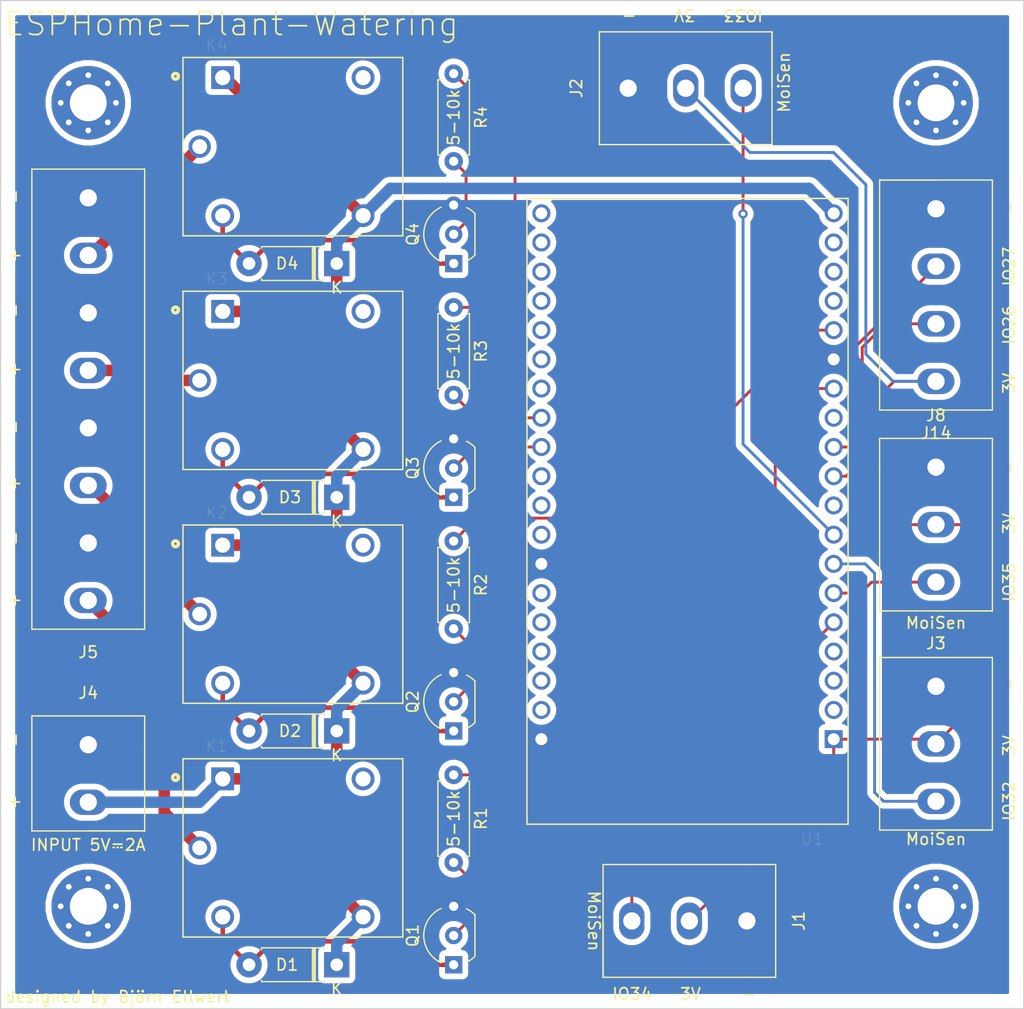
<source format=kicad_pcb>
(kicad_pcb (version 20171130) (host pcbnew "(5.1.7)-1")

  (general
    (thickness 1.6)
    (drawings 42)
    (tracks 143)
    (zones 0)
    (modules 28)
    (nets 53)
  )

  (page A4)
  (layers
    (0 F.Cu signal)
    (31 B.Cu signal)
    (32 B.Adhes user)
    (33 F.Adhes user)
    (34 B.Paste user)
    (35 F.Paste user)
    (36 B.SilkS user)
    (37 F.SilkS user)
    (38 B.Mask user)
    (39 F.Mask user)
    (40 Dwgs.User user)
    (41 Cmts.User user)
    (42 Eco1.User user)
    (43 Eco2.User user)
    (44 Edge.Cuts user)
    (45 Margin user)
    (46 B.CrtYd user)
    (47 F.CrtYd user)
    (48 B.Fab user)
    (49 F.Fab user hide)
  )

  (setup
    (last_trace_width 0.25)
    (user_trace_width 0.4)
    (user_trace_width 1)
    (trace_clearance 0.2)
    (zone_clearance 0.508)
    (zone_45_only no)
    (trace_min 0.2)
    (via_size 0.8)
    (via_drill 0.4)
    (via_min_size 0.4)
    (via_min_drill 0.3)
    (uvia_size 0.3)
    (uvia_drill 0.1)
    (uvias_allowed no)
    (uvia_min_size 0.2)
    (uvia_min_drill 0.1)
    (edge_width 0.1)
    (segment_width 0.2)
    (pcb_text_width 0.3)
    (pcb_text_size 1.5 1.5)
    (mod_edge_width 0.15)
    (mod_text_size 1 1)
    (mod_text_width 0.15)
    (pad_size 1.524 1.524)
    (pad_drill 0.762)
    (pad_to_mask_clearance 0)
    (aux_axis_origin 0 0)
    (visible_elements 7FFFF7FF)
    (pcbplotparams
      (layerselection 0x010fc_ffffffff)
      (usegerberextensions false)
      (usegerberattributes true)
      (usegerberadvancedattributes true)
      (creategerberjobfile true)
      (excludeedgelayer true)
      (linewidth 0.100000)
      (plotframeref false)
      (viasonmask false)
      (mode 1)
      (useauxorigin false)
      (hpglpennumber 1)
      (hpglpenspeed 20)
      (hpglpendiameter 15.000000)
      (psnegative false)
      (psa4output false)
      (plotreference true)
      (plotvalue true)
      (plotinvisibletext false)
      (padsonsilk false)
      (subtractmaskfromsilk false)
      (outputformat 1)
      (mirror false)
      (drillshape 1)
      (scaleselection 1)
      (outputdirectory ""))
  )

  (net 0 "")
  (net 1 RelayS1)
  (net 2 +5V)
  (net 3 RelayS2)
  (net 4 RelayS3)
  (net 5 RelayS4)
  (net 6 GPIO34)
  (net 7 +3V3)
  (net 8 GND)
  (net 9 GPIO33)
  (net 10 GPIO32)
  (net 11 GPIO35)
  (net 12 GPIO27)
  (net 13 GPIO26)
  (net 14 "Net-(K1-PadNC)")
  (net 15 M1)
  (net 16 "Net-(K2-PadNC)")
  (net 17 M2)
  (net 18 "Net-(K3-PadNC)")
  (net 19 M3)
  (net 20 "Net-(K4-PadNC)")
  (net 21 M4)
  (net 22 "Net-(Q1-Pad2)")
  (net 23 GPIO12)
  (net 24 "Net-(Q2-Pad2)")
  (net 25 GPIO13)
  (net 26 "Net-(Q3-Pad2)")
  (net 27 GPIO17)
  (net 28 "Net-(Q4-Pad2)")
  (net 29 GPIO16)
  (net 30 "Net-(U1-Pad38)")
  (net 31 "Net-(U1-Pad37)")
  (net 32 "Net-(U1-Pad36)")
  (net 33 "Net-(U1-Pad35)")
  (net 34 "Net-(U1-Pad34)")
  (net 35 "Net-(U1-Pad33)")
  (net 36 "Net-(U1-Pad32)")
  (net 37 "Net-(U1-Pad29)")
  (net 38 "Net-(U1-Pad28)")
  (net 39 "Net-(U1-Pad27)")
  (net 40 GPIO21)
  (net 41 "Net-(U1-Pad24)")
  (net 42 "Net-(U1-Pad23)")
  (net 43 GPIO22)
  (net 44 "Net-(U1-Pad21)")
  (net 45 "Net-(U1-Pad18)")
  (net 46 "Net-(U1-Pad17)")
  (net 47 "Net-(U1-Pad16)")
  (net 48 "Net-(U1-Pad12)")
  (net 49 "Net-(U1-Pad9)")
  (net 50 "Net-(U1-Pad4)")
  (net 51 "Net-(U1-Pad3)")
  (net 52 "Net-(U1-Pad2)")

  (net_class Default "Dies ist die voreingestellte Netzklasse."
    (clearance 0.2)
    (trace_width 0.25)
    (via_dia 0.8)
    (via_drill 0.4)
    (uvia_dia 0.3)
    (uvia_drill 0.1)
    (add_net +3V3)
    (add_net +5V)
    (add_net GND)
    (add_net GPIO12)
    (add_net GPIO13)
    (add_net GPIO16)
    (add_net GPIO17)
    (add_net GPIO21)
    (add_net GPIO22)
    (add_net GPIO26)
    (add_net GPIO27)
    (add_net GPIO32)
    (add_net GPIO33)
    (add_net GPIO34)
    (add_net GPIO35)
    (add_net M1)
    (add_net M2)
    (add_net M3)
    (add_net M4)
    (add_net "Net-(K1-PadNC)")
    (add_net "Net-(K2-PadNC)")
    (add_net "Net-(K3-PadNC)")
    (add_net "Net-(K4-PadNC)")
    (add_net "Net-(Q1-Pad2)")
    (add_net "Net-(Q2-Pad2)")
    (add_net "Net-(Q3-Pad2)")
    (add_net "Net-(Q4-Pad2)")
    (add_net "Net-(U1-Pad12)")
    (add_net "Net-(U1-Pad16)")
    (add_net "Net-(U1-Pad17)")
    (add_net "Net-(U1-Pad18)")
    (add_net "Net-(U1-Pad2)")
    (add_net "Net-(U1-Pad21)")
    (add_net "Net-(U1-Pad23)")
    (add_net "Net-(U1-Pad24)")
    (add_net "Net-(U1-Pad27)")
    (add_net "Net-(U1-Pad28)")
    (add_net "Net-(U1-Pad29)")
    (add_net "Net-(U1-Pad3)")
    (add_net "Net-(U1-Pad32)")
    (add_net "Net-(U1-Pad33)")
    (add_net "Net-(U1-Pad34)")
    (add_net "Net-(U1-Pad35)")
    (add_net "Net-(U1-Pad36)")
    (add_net "Net-(U1-Pad37)")
    (add_net "Net-(U1-Pad38)")
    (add_net "Net-(U1-Pad4)")
    (add_net "Net-(U1-Pad9)")
    (add_net RelayS1)
    (add_net RelayS2)
    (add_net RelayS3)
    (add_net RelayS4)
  )

  (module Mounting_Holes:MountingHole_3.2mm_M3_Pad_Via (layer F.Cu) (tedit 56DDBCCA) (tstamp 600F464C)
    (at 91.44 101.6)
    (descr "Mounting Hole 3.2mm, M3")
    (tags "mounting hole 3.2mm m3")
    (attr virtual)
    (fp_text reference REF** (at 0 -4.2) (layer F.Fab)
      (effects (font (size 1 1) (thickness 0.15)))
    )
    (fp_text value MountingHole_3.2mm_M3_Pad_Via (at 0 4.2) (layer F.Fab)
      (effects (font (size 1 1) (thickness 0.15)))
    )
    (fp_circle (center 0 0) (end 3.45 0) (layer F.CrtYd) (width 0.05))
    (fp_circle (center 0 0) (end 3.2 0) (layer Cmts.User) (width 0.15))
    (fp_text user %R (at 0.3 0) (layer F.Fab)
      (effects (font (size 1 1) (thickness 0.15)))
    )
    (pad 1 thru_hole circle (at 0 0) (size 6.4 6.4) (drill 3.2) (layers *.Cu *.Mask))
    (pad 1 thru_hole circle (at 2.4 0) (size 0.8 0.8) (drill 0.5) (layers *.Cu *.Mask))
    (pad 1 thru_hole circle (at 1.697056 1.697056) (size 0.8 0.8) (drill 0.5) (layers *.Cu *.Mask))
    (pad 1 thru_hole circle (at 0 2.4) (size 0.8 0.8) (drill 0.5) (layers *.Cu *.Mask))
    (pad 1 thru_hole circle (at -1.697056 1.697056) (size 0.8 0.8) (drill 0.5) (layers *.Cu *.Mask))
    (pad 1 thru_hole circle (at -2.4 0) (size 0.8 0.8) (drill 0.5) (layers *.Cu *.Mask))
    (pad 1 thru_hole circle (at -1.697056 -1.697056) (size 0.8 0.8) (drill 0.5) (layers *.Cu *.Mask))
    (pad 1 thru_hole circle (at 0 -2.4) (size 0.8 0.8) (drill 0.5) (layers *.Cu *.Mask))
    (pad 1 thru_hole circle (at 1.697056 -1.697056) (size 0.8 0.8) (drill 0.5) (layers *.Cu *.Mask))
  )

  (module Mounting_Holes:MountingHole_3.2mm_M3_Pad_Via (layer F.Cu) (tedit 56DDBCCA) (tstamp 600F45A6)
    (at 165.1 101.6)
    (descr "Mounting Hole 3.2mm, M3")
    (tags "mounting hole 3.2mm m3")
    (attr virtual)
    (fp_text reference REF** (at 0 -4.2) (layer F.Fab)
      (effects (font (size 1 1) (thickness 0.15)))
    )
    (fp_text value MountingHole_3.2mm_M3_Pad_Via (at 0 4.2) (layer F.Fab)
      (effects (font (size 1 1) (thickness 0.15)))
    )
    (fp_circle (center 0 0) (end 3.45 0) (layer F.CrtYd) (width 0.05))
    (fp_circle (center 0 0) (end 3.2 0) (layer Cmts.User) (width 0.15))
    (fp_text user %R (at 0.3 0) (layer F.Fab)
      (effects (font (size 1 1) (thickness 0.15)))
    )
    (pad 1 thru_hole circle (at 0 0) (size 6.4 6.4) (drill 3.2) (layers *.Cu *.Mask))
    (pad 1 thru_hole circle (at 2.4 0) (size 0.8 0.8) (drill 0.5) (layers *.Cu *.Mask))
    (pad 1 thru_hole circle (at 1.697056 1.697056) (size 0.8 0.8) (drill 0.5) (layers *.Cu *.Mask))
    (pad 1 thru_hole circle (at 0 2.4) (size 0.8 0.8) (drill 0.5) (layers *.Cu *.Mask))
    (pad 1 thru_hole circle (at -1.697056 1.697056) (size 0.8 0.8) (drill 0.5) (layers *.Cu *.Mask))
    (pad 1 thru_hole circle (at -2.4 0) (size 0.8 0.8) (drill 0.5) (layers *.Cu *.Mask))
    (pad 1 thru_hole circle (at -1.697056 -1.697056) (size 0.8 0.8) (drill 0.5) (layers *.Cu *.Mask))
    (pad 1 thru_hole circle (at 0 -2.4) (size 0.8 0.8) (drill 0.5) (layers *.Cu *.Mask))
    (pad 1 thru_hole circle (at 1.697056 -1.697056) (size 0.8 0.8) (drill 0.5) (layers *.Cu *.Mask))
  )

  (module Mounting_Holes:MountingHole_3.2mm_M3_Pad_Via (layer F.Cu) (tedit 56DDBCCA) (tstamp 600F4599)
    (at 91.44 31.75)
    (descr "Mounting Hole 3.2mm, M3")
    (tags "mounting hole 3.2mm m3")
    (attr virtual)
    (fp_text reference REF** (at 0 -4.2) (layer F.Fab)
      (effects (font (size 1 1) (thickness 0.15)))
    )
    (fp_text value MountingHole_3.2mm_M3_Pad_Via (at 0 4.2) (layer F.Fab)
      (effects (font (size 1 1) (thickness 0.15)))
    )
    (fp_circle (center 0 0) (end 3.45 0) (layer F.CrtYd) (width 0.05))
    (fp_circle (center 0 0) (end 3.2 0) (layer Cmts.User) (width 0.15))
    (fp_text user %R (at 0.3 0) (layer F.Fab)
      (effects (font (size 1 1) (thickness 0.15)))
    )
    (pad 1 thru_hole circle (at 0 0) (size 6.4 6.4) (drill 3.2) (layers *.Cu *.Mask))
    (pad 1 thru_hole circle (at 2.4 0) (size 0.8 0.8) (drill 0.5) (layers *.Cu *.Mask))
    (pad 1 thru_hole circle (at 1.697056 1.697056) (size 0.8 0.8) (drill 0.5) (layers *.Cu *.Mask))
    (pad 1 thru_hole circle (at 0 2.4) (size 0.8 0.8) (drill 0.5) (layers *.Cu *.Mask))
    (pad 1 thru_hole circle (at -1.697056 1.697056) (size 0.8 0.8) (drill 0.5) (layers *.Cu *.Mask))
    (pad 1 thru_hole circle (at -2.4 0) (size 0.8 0.8) (drill 0.5) (layers *.Cu *.Mask))
    (pad 1 thru_hole circle (at -1.697056 -1.697056) (size 0.8 0.8) (drill 0.5) (layers *.Cu *.Mask))
    (pad 1 thru_hole circle (at 0 -2.4) (size 0.8 0.8) (drill 0.5) (layers *.Cu *.Mask))
    (pad 1 thru_hole circle (at 1.697056 -1.697056) (size 0.8 0.8) (drill 0.5) (layers *.Cu *.Mask))
  )

  (module Mounting_Holes:MountingHole_3.2mm_M3_Pad_Via (layer F.Cu) (tedit 56DDBCCA) (tstamp 600F458C)
    (at 165.1 31.75)
    (descr "Mounting Hole 3.2mm, M3")
    (tags "mounting hole 3.2mm m3")
    (attr virtual)
    (fp_text reference REF** (at 0 -4.2) (layer F.Fab)
      (effects (font (size 1 1) (thickness 0.15)))
    )
    (fp_text value MountingHole_3.2mm_M3_Pad_Via (at 0 4.2) (layer F.Fab)
      (effects (font (size 1 1) (thickness 0.15)))
    )
    (fp_circle (center 0 0) (end 3.45 0) (layer F.CrtYd) (width 0.05))
    (fp_circle (center 0 0) (end 3.2 0) (layer Cmts.User) (width 0.15))
    (fp_text user %R (at 0.3 0) (layer F.Fab)
      (effects (font (size 1 1) (thickness 0.15)))
    )
    (pad 1 thru_hole circle (at 0 0) (size 6.4 6.4) (drill 3.2) (layers *.Cu *.Mask))
    (pad 1 thru_hole circle (at 2.4 0) (size 0.8 0.8) (drill 0.5) (layers *.Cu *.Mask))
    (pad 1 thru_hole circle (at 1.697056 1.697056) (size 0.8 0.8) (drill 0.5) (layers *.Cu *.Mask))
    (pad 1 thru_hole circle (at 0 2.4) (size 0.8 0.8) (drill 0.5) (layers *.Cu *.Mask))
    (pad 1 thru_hole circle (at -1.697056 1.697056) (size 0.8 0.8) (drill 0.5) (layers *.Cu *.Mask))
    (pad 1 thru_hole circle (at -2.4 0) (size 0.8 0.8) (drill 0.5) (layers *.Cu *.Mask))
    (pad 1 thru_hole circle (at -1.697056 -1.697056) (size 0.8 0.8) (drill 0.5) (layers *.Cu *.Mask))
    (pad 1 thru_hole circle (at 0 -2.4) (size 0.8 0.8) (drill 0.5) (layers *.Cu *.Mask))
    (pad 1 thru_hole circle (at 1.697056 -1.697056) (size 0.8 0.8) (drill 0.5) (layers *.Cu *.Mask))
  )

  (module TerminalBlock:ScrewTerminal_1x4_P5.00 (layer F.Cu) (tedit 600EF9FE) (tstamp 600FBF36)
    (at 165.1 60.96 180)
    (path /600DE063/600DE822)
    (fp_text reference J14 (at 0 0.5) (layer F.SilkS)
      (effects (font (size 1 1) (thickness 0.15)))
    )
    (fp_text value Conn_01x04_Female (at 0 -0.5) (layer F.Fab)
      (effects (font (size 1 1) (thickness 0.15)))
    )
    (fp_line (start -4.9 22.5) (end -4.9 5) (layer F.SilkS) (width 0.12))
    (fp_line (start 4.9 5.1) (end 4.9 22.5) (layer F.SilkS) (width 0.12))
    (fp_line (start 4.9 22.5) (end -4.9 22.5) (layer F.SilkS) (width 0.12))
    (fp_line (start 0 22.5) (end 4.9 22.5) (layer F.SilkS) (width 0.12))
    (fp_line (start 4.9 2.5) (end 4.9 5.1) (layer F.SilkS) (width 0.12))
    (fp_line (start -4.9 2.5) (end 4.9 2.5) (layer F.SilkS) (width 0.12))
    (fp_line (start -4.9 5) (end -4.9 2.5) (layer F.SilkS) (width 0.12))
    (pad 4 thru_hole oval (at 0 20 180) (size 3.2 2.2) (drill 1.5) (layers *.Cu *.Mask)
      (net 8 GND))
    (pad 3 thru_hole oval (at 0 15 180) (size 3.2 2.2) (drill 1.5) (layers *.Cu *.Mask)
      (net 12 GPIO27))
    (pad 2 thru_hole oval (at 0 10 180) (size 3.2 2.2) (drill 1.5) (layers *.Cu *.Mask)
      (net 13 GPIO26))
    (pad 1 thru_hole oval (at 0 5 180) (size 3.2 2.2) (drill 1.5) (layers *.Cu *.Mask)
      (net 7 +3V3))
  )

  (module TerminalBlock:ScrewTerminal_1x2_P5.00 (layer F.Cu) (tedit 600EF965) (tstamp 600FBEE9)
    (at 91.44 82.55)
    (path /6009B0C3/600BDABD)
    (fp_text reference J4 (at 0 0.5) (layer F.SilkS)
      (effects (font (size 1 1) (thickness 0.15)))
    )
    (fp_text value Input (at 0 -0.5) (layer F.Fab)
      (effects (font (size 1 1) (thickness 0.15)))
    )
    (fp_line (start -4.9 12.5) (end -4.9 5) (layer F.SilkS) (width 0.12))
    (fp_line (start 4.9 5.1) (end 4.9 12.5) (layer F.SilkS) (width 0.12))
    (fp_line (start 4.9 12.5) (end -4.9 12.5) (layer F.SilkS) (width 0.12))
    (fp_line (start 0 12.5) (end 4.9 12.5) (layer F.SilkS) (width 0.12))
    (fp_line (start -4.9 5) (end -4.9 2.5) (layer F.SilkS) (width 0.12))
    (fp_line (start -4.9 2.5) (end 4.9 2.5) (layer F.SilkS) (width 0.12))
    (fp_line (start 4.9 2.5) (end 4.9 5.1) (layer F.SilkS) (width 0.12))
    (pad 2 thru_hole oval (at 0 10) (size 3.2 2.2) (drill 1.5) (layers *.Cu *.Mask)
      (net 2 +5V))
    (pad 1 thru_hole oval (at 0 5) (size 3.2 2.2) (drill 1.5) (layers *.Cu *.Mask)
      (net 8 GND))
  )

  (module TerminalBlock:ScrewTerminal_1x3_P5.00 (layer F.Cu) (tedit 600EF906) (tstamp 600FB3D4)
    (at 133.35 30.48 90)
    (path /6008EF3A/6008F430)
    (fp_text reference J2 (at 0 0.5 90) (layer F.SilkS)
      (effects (font (size 1 1) (thickness 0.15)))
    )
    (fp_text value Conn_01x03_Male (at 0 -0.5 90) (layer F.Fab)
      (effects (font (size 1 1) (thickness 0.15)))
    )
    (fp_line (start -4.9 17.5) (end -4.9 5) (layer F.SilkS) (width 0.12))
    (fp_line (start 4.9 5.1) (end 4.9 17.5) (layer F.SilkS) (width 0.12))
    (fp_line (start 4.9 17.5) (end -4.9 17.5) (layer F.SilkS) (width 0.12))
    (fp_line (start 0 17.5) (end 4.9 17.5) (layer F.SilkS) (width 0.12))
    (fp_line (start 4.9 2.5) (end 4.9 5.1) (layer F.SilkS) (width 0.12))
    (fp_line (start -4.9 2.5) (end 4.9 2.5) (layer F.SilkS) (width 0.12))
    (fp_line (start -4.9 5) (end -4.9 2.5) (layer F.SilkS) (width 0.12))
    (pad 3 thru_hole oval (at 0 15 90) (size 3.2 2.2) (drill 1.5) (layers *.Cu *.Mask)
      (net 9 GPIO33))
    (pad 2 thru_hole oval (at 0 10 90) (size 3.2 2.2) (drill 1.5) (layers *.Cu *.Mask)
      (net 7 +3V3))
    (pad 1 thru_hole oval (at 0 5 90) (size 3.2 2.2) (drill 1.5) (layers *.Cu *.Mask)
      (net 8 GND))
  )

  (module TerminalBlock:ScrewTerminal_1x3_P5.00 (layer F.Cu) (tedit 600EF906) (tstamp 600FB3C6)
    (at 153.67 102.87 270)
    (path /6008EF3A/600933CB)
    (fp_text reference J1 (at 0 0.5 90) (layer F.SilkS)
      (effects (font (size 1 1) (thickness 0.15)))
    )
    (fp_text value Conn_01x03_Male (at 0 -0.5 90) (layer F.Fab)
      (effects (font (size 1 1) (thickness 0.15)))
    )
    (fp_line (start -4.9 17.5) (end -4.9 5) (layer F.SilkS) (width 0.12))
    (fp_line (start 4.9 5.1) (end 4.9 17.5) (layer F.SilkS) (width 0.12))
    (fp_line (start 4.9 17.5) (end -4.9 17.5) (layer F.SilkS) (width 0.12))
    (fp_line (start 0 17.5) (end 4.9 17.5) (layer F.SilkS) (width 0.12))
    (fp_line (start 4.9 2.5) (end 4.9 5.1) (layer F.SilkS) (width 0.12))
    (fp_line (start -4.9 2.5) (end 4.9 2.5) (layer F.SilkS) (width 0.12))
    (fp_line (start -4.9 5) (end -4.9 2.5) (layer F.SilkS) (width 0.12))
    (pad 3 thru_hole oval (at 0 15 270) (size 3.2 2.2) (drill 1.5) (layers *.Cu *.Mask)
      (net 6 GPIO34))
    (pad 2 thru_hole oval (at 0 10 270) (size 3.2 2.2) (drill 1.5) (layers *.Cu *.Mask)
      (net 7 +3V3))
    (pad 1 thru_hole oval (at 0 5 270) (size 3.2 2.2) (drill 1.5) (layers *.Cu *.Mask)
      (net 8 GND))
  )

  (module TerminalBlock:ScrewTerminal_1x3_P5.00 (layer F.Cu) (tedit 600EF906) (tstamp 600FB4E0)
    (at 165.1 58.42)
    (path /6008EF3A/60148E73)
    (fp_text reference J8 (at 0 0.5) (layer F.SilkS)
      (effects (font (size 1 1) (thickness 0.15)))
    )
    (fp_text value Conn_01x03_Male (at 0 -0.5) (layer F.Fab)
      (effects (font (size 1 1) (thickness 0.15)))
    )
    (fp_line (start -4.9 17.5) (end -4.9 5) (layer F.SilkS) (width 0.12))
    (fp_line (start 4.9 5.1) (end 4.9 17.5) (layer F.SilkS) (width 0.12))
    (fp_line (start 4.9 17.5) (end -4.9 17.5) (layer F.SilkS) (width 0.12))
    (fp_line (start 0 17.5) (end 4.9 17.5) (layer F.SilkS) (width 0.12))
    (fp_line (start 4.9 2.5) (end 4.9 5.1) (layer F.SilkS) (width 0.12))
    (fp_line (start -4.9 2.5) (end 4.9 2.5) (layer F.SilkS) (width 0.12))
    (fp_line (start -4.9 5) (end -4.9 2.5) (layer F.SilkS) (width 0.12))
    (pad 3 thru_hole oval (at 0 15) (size 3.2 2.2) (drill 1.5) (layers *.Cu *.Mask)
      (net 11 GPIO35))
    (pad 2 thru_hole oval (at 0 10) (size 3.2 2.2) (drill 1.5) (layers *.Cu *.Mask)
      (net 7 +3V3))
    (pad 1 thru_hole oval (at 0 5) (size 3.2 2.2) (drill 1.5) (layers *.Cu *.Mask)
      (net 8 GND))
  )

  (module Resistor_THT:R_Axial_DIN0207_L6.3mm_D2.5mm_P7.62mm_Horizontal (layer F.Cu) (tedit 5AE5139B) (tstamp 600F3E40)
    (at 123.19 90.17 270)
    (descr "Resistor, Axial_DIN0207 series, Axial, Horizontal, pin pitch=7.62mm, 0.25W = 1/4W, length*diameter=6.3*2.5mm^2, http://cdn-reichelt.de/documents/datenblatt/B400/1_4W%23YAG.pdf")
    (tags "Resistor Axial_DIN0207 series Axial Horizontal pin pitch 7.62mm 0.25W = 1/4W length 6.3mm diameter 2.5mm")
    (path /60091C66/600997DD)
    (fp_text reference R1 (at 3.81 -2.37 90) (layer F.SilkS)
      (effects (font (size 1 1) (thickness 0.15)))
    )
    (fp_text value 5k (at 3.81 2.37 90) (layer F.Fab)
      (effects (font (size 1 1) (thickness 0.15)))
    )
    (fp_line (start 0.66 -1.25) (end 0.66 1.25) (layer F.Fab) (width 0.1))
    (fp_line (start 0.66 1.25) (end 6.96 1.25) (layer F.Fab) (width 0.1))
    (fp_line (start 6.96 1.25) (end 6.96 -1.25) (layer F.Fab) (width 0.1))
    (fp_line (start 6.96 -1.25) (end 0.66 -1.25) (layer F.Fab) (width 0.1))
    (fp_line (start 0 0) (end 0.66 0) (layer F.Fab) (width 0.1))
    (fp_line (start 7.62 0) (end 6.96 0) (layer F.Fab) (width 0.1))
    (fp_line (start 0.54 -1.04) (end 0.54 -1.37) (layer F.SilkS) (width 0.12))
    (fp_line (start 0.54 -1.37) (end 7.08 -1.37) (layer F.SilkS) (width 0.12))
    (fp_line (start 7.08 -1.37) (end 7.08 -1.04) (layer F.SilkS) (width 0.12))
    (fp_line (start 0.54 1.04) (end 0.54 1.37) (layer F.SilkS) (width 0.12))
    (fp_line (start 0.54 1.37) (end 7.08 1.37) (layer F.SilkS) (width 0.12))
    (fp_line (start 7.08 1.37) (end 7.08 1.04) (layer F.SilkS) (width 0.12))
    (fp_line (start -1.05 -1.5) (end -1.05 1.5) (layer F.CrtYd) (width 0.05))
    (fp_line (start -1.05 1.5) (end 8.67 1.5) (layer F.CrtYd) (width 0.05))
    (fp_line (start 8.67 1.5) (end 8.67 -1.5) (layer F.CrtYd) (width 0.05))
    (fp_line (start 8.67 -1.5) (end -1.05 -1.5) (layer F.CrtYd) (width 0.05))
    (pad 1 thru_hole circle (at 0 0 270) (size 1.6 1.6) (drill 0.8) (layers *.Cu *.Mask)
      (net 23 GPIO12))
    (pad 2 thru_hole oval (at 7.62 0 270) (size 1.6 1.6) (drill 0.8) (layers *.Cu *.Mask)
      (net 22 "Net-(Q1-Pad2)"))
    (model ${KISYS3DMOD}/Resistor_THT.3dshapes/R_Axial_DIN0207_L6.3mm_D2.5mm_P7.62mm_Horizontal.wrl
      (at (xyz 0 0 0))
      (scale (xyz 1 1 1))
      (rotate (xyz 0 0 0))
    )
  )

  (module TerminalBlock:ScrewTerminal_1x3_P5.00 (layer F.Cu) (tedit 600EF906) (tstamp 600FB3E2)
    (at 165.1 77.47)
    (path /6008EF3A/60091C48)
    (fp_text reference J3 (at 0 1.27) (layer F.SilkS)
      (effects (font (size 1 1) (thickness 0.15)))
    )
    (fp_text value Conn_01x03_Male (at 0 -0.5) (layer F.Fab)
      (effects (font (size 1 1) (thickness 0.15)))
    )
    (fp_line (start -4.9 17.5) (end -4.9 5) (layer F.SilkS) (width 0.12))
    (fp_line (start 4.9 5.1) (end 4.9 17.5) (layer F.SilkS) (width 0.12))
    (fp_line (start 4.9 17.5) (end -4.9 17.5) (layer F.SilkS) (width 0.12))
    (fp_line (start 0 17.5) (end 4.9 17.5) (layer F.SilkS) (width 0.12))
    (fp_line (start 4.9 2.5) (end 4.9 5.1) (layer F.SilkS) (width 0.12))
    (fp_line (start -4.9 2.5) (end 4.9 2.5) (layer F.SilkS) (width 0.12))
    (fp_line (start -4.9 5) (end -4.9 2.5) (layer F.SilkS) (width 0.12))
    (pad 3 thru_hole oval (at 0 15) (size 3.2 2.2) (drill 1.5) (layers *.Cu *.Mask)
      (net 10 GPIO32))
    (pad 2 thru_hole oval (at 0 10) (size 3.2 2.2) (drill 1.5) (layers *.Cu *.Mask)
      (net 7 +3V3))
    (pad 1 thru_hole oval (at 0 5) (size 3.2 2.2) (drill 1.5) (layers *.Cu *.Mask)
      (net 8 GND))
  )

  (module Resistor_THT:R_Axial_DIN0207_L6.3mm_D2.5mm_P7.62mm_Horizontal (layer F.Cu) (tedit 5AE5139B) (tstamp 600FB7AE)
    (at 123.19 29.21 270)
    (descr "Resistor, Axial_DIN0207 series, Axial, Horizontal, pin pitch=7.62mm, 0.25W = 1/4W, length*diameter=6.3*2.5mm^2, http://cdn-reichelt.de/documents/datenblatt/B400/1_4W%23YAG.pdf")
    (tags "Resistor Axial_DIN0207 series Axial Horizontal pin pitch 7.62mm 0.25W = 1/4W length 6.3mm diameter 2.5mm")
    (path /60091C66/600EAB93)
    (fp_text reference R4 (at 3.81 -2.37 90) (layer F.SilkS)
      (effects (font (size 1 1) (thickness 0.15)))
    )
    (fp_text value 5k (at 3.81 2.37 90) (layer F.Fab)
      (effects (font (size 1 1) (thickness 0.15)))
    )
    (fp_line (start 8.67 -1.5) (end -1.05 -1.5) (layer F.CrtYd) (width 0.05))
    (fp_line (start 8.67 1.5) (end 8.67 -1.5) (layer F.CrtYd) (width 0.05))
    (fp_line (start -1.05 1.5) (end 8.67 1.5) (layer F.CrtYd) (width 0.05))
    (fp_line (start -1.05 -1.5) (end -1.05 1.5) (layer F.CrtYd) (width 0.05))
    (fp_line (start 7.08 1.37) (end 7.08 1.04) (layer F.SilkS) (width 0.12))
    (fp_line (start 0.54 1.37) (end 7.08 1.37) (layer F.SilkS) (width 0.12))
    (fp_line (start 0.54 1.04) (end 0.54 1.37) (layer F.SilkS) (width 0.12))
    (fp_line (start 7.08 -1.37) (end 7.08 -1.04) (layer F.SilkS) (width 0.12))
    (fp_line (start 0.54 -1.37) (end 7.08 -1.37) (layer F.SilkS) (width 0.12))
    (fp_line (start 0.54 -1.04) (end 0.54 -1.37) (layer F.SilkS) (width 0.12))
    (fp_line (start 7.62 0) (end 6.96 0) (layer F.Fab) (width 0.1))
    (fp_line (start 0 0) (end 0.66 0) (layer F.Fab) (width 0.1))
    (fp_line (start 6.96 -1.25) (end 0.66 -1.25) (layer F.Fab) (width 0.1))
    (fp_line (start 6.96 1.25) (end 6.96 -1.25) (layer F.Fab) (width 0.1))
    (fp_line (start 0.66 1.25) (end 6.96 1.25) (layer F.Fab) (width 0.1))
    (fp_line (start 0.66 -1.25) (end 0.66 1.25) (layer F.Fab) (width 0.1))
    (pad 2 thru_hole oval (at 7.62 0 270) (size 1.6 1.6) (drill 0.8) (layers *.Cu *.Mask)
      (net 28 "Net-(Q4-Pad2)"))
    (pad 1 thru_hole circle (at 0 0 270) (size 1.6 1.6) (drill 0.8) (layers *.Cu *.Mask)
      (net 29 GPIO16))
    (model ${KISYS3DMOD}/Resistor_THT.3dshapes/R_Axial_DIN0207_L6.3mm_D2.5mm_P7.62mm_Horizontal.wrl
      (at (xyz 0 0 0))
      (scale (xyz 1 1 1))
      (rotate (xyz 0 0 0))
    )
  )

  (module Resistor_THT:R_Axial_DIN0207_L6.3mm_D2.5mm_P7.62mm_Horizontal (layer F.Cu) (tedit 5AE5139B) (tstamp 600FB780)
    (at 123.19 69.85 270)
    (descr "Resistor, Axial_DIN0207 series, Axial, Horizontal, pin pitch=7.62mm, 0.25W = 1/4W, length*diameter=6.3*2.5mm^2, http://cdn-reichelt.de/documents/datenblatt/B400/1_4W%23YAG.pdf")
    (tags "Resistor Axial_DIN0207 series Axial Horizontal pin pitch 7.62mm 0.25W = 1/4W length 6.3mm diameter 2.5mm")
    (path /60091C66/6009B0BD)
    (fp_text reference R2 (at 3.81 -2.37 90) (layer F.SilkS)
      (effects (font (size 1 1) (thickness 0.15)))
    )
    (fp_text value 5k (at 3.81 2.37 90) (layer F.Fab)
      (effects (font (size 1 1) (thickness 0.15)))
    )
    (fp_line (start 8.67 -1.5) (end -1.05 -1.5) (layer F.CrtYd) (width 0.05))
    (fp_line (start 8.67 1.5) (end 8.67 -1.5) (layer F.CrtYd) (width 0.05))
    (fp_line (start -1.05 1.5) (end 8.67 1.5) (layer F.CrtYd) (width 0.05))
    (fp_line (start -1.05 -1.5) (end -1.05 1.5) (layer F.CrtYd) (width 0.05))
    (fp_line (start 7.08 1.37) (end 7.08 1.04) (layer F.SilkS) (width 0.12))
    (fp_line (start 0.54 1.37) (end 7.08 1.37) (layer F.SilkS) (width 0.12))
    (fp_line (start 0.54 1.04) (end 0.54 1.37) (layer F.SilkS) (width 0.12))
    (fp_line (start 7.08 -1.37) (end 7.08 -1.04) (layer F.SilkS) (width 0.12))
    (fp_line (start 0.54 -1.37) (end 7.08 -1.37) (layer F.SilkS) (width 0.12))
    (fp_line (start 0.54 -1.04) (end 0.54 -1.37) (layer F.SilkS) (width 0.12))
    (fp_line (start 7.62 0) (end 6.96 0) (layer F.Fab) (width 0.1))
    (fp_line (start 0 0) (end 0.66 0) (layer F.Fab) (width 0.1))
    (fp_line (start 6.96 -1.25) (end 0.66 -1.25) (layer F.Fab) (width 0.1))
    (fp_line (start 6.96 1.25) (end 6.96 -1.25) (layer F.Fab) (width 0.1))
    (fp_line (start 0.66 1.25) (end 6.96 1.25) (layer F.Fab) (width 0.1))
    (fp_line (start 0.66 -1.25) (end 0.66 1.25) (layer F.Fab) (width 0.1))
    (pad 2 thru_hole oval (at 7.62 0 270) (size 1.6 1.6) (drill 0.8) (layers *.Cu *.Mask)
      (net 24 "Net-(Q2-Pad2)"))
    (pad 1 thru_hole circle (at 0 0 270) (size 1.6 1.6) (drill 0.8) (layers *.Cu *.Mask)
      (net 25 GPIO13))
    (model ${KISYS3DMOD}/Resistor_THT.3dshapes/R_Axial_DIN0207_L6.3mm_D2.5mm_P7.62mm_Horizontal.wrl
      (at (xyz 0 0 0))
      (scale (xyz 1 1 1))
      (rotate (xyz 0 0 0))
    )
  )

  (module Resistor_THT:R_Axial_DIN0207_L6.3mm_D2.5mm_P7.62mm_Horizontal (layer F.Cu) (tedit 5AE5139B) (tstamp 600FB797)
    (at 123.19 49.53 270)
    (descr "Resistor, Axial_DIN0207 series, Axial, Horizontal, pin pitch=7.62mm, 0.25W = 1/4W, length*diameter=6.3*2.5mm^2, http://cdn-reichelt.de/documents/datenblatt/B400/1_4W%23YAG.pdf")
    (tags "Resistor Axial_DIN0207 series Axial Horizontal pin pitch 7.62mm 0.25W = 1/4W length 6.3mm diameter 2.5mm")
    (path /60091C66/6009B7E0)
    (fp_text reference R3 (at 3.81 -2.37 90) (layer F.SilkS)
      (effects (font (size 1 1) (thickness 0.15)))
    )
    (fp_text value 5k (at 3.81 2.37 90) (layer F.Fab)
      (effects (font (size 1 1) (thickness 0.15)))
    )
    (fp_line (start 8.67 -1.5) (end -1.05 -1.5) (layer F.CrtYd) (width 0.05))
    (fp_line (start 8.67 1.5) (end 8.67 -1.5) (layer F.CrtYd) (width 0.05))
    (fp_line (start -1.05 1.5) (end 8.67 1.5) (layer F.CrtYd) (width 0.05))
    (fp_line (start -1.05 -1.5) (end -1.05 1.5) (layer F.CrtYd) (width 0.05))
    (fp_line (start 7.08 1.37) (end 7.08 1.04) (layer F.SilkS) (width 0.12))
    (fp_line (start 0.54 1.37) (end 7.08 1.37) (layer F.SilkS) (width 0.12))
    (fp_line (start 0.54 1.04) (end 0.54 1.37) (layer F.SilkS) (width 0.12))
    (fp_line (start 7.08 -1.37) (end 7.08 -1.04) (layer F.SilkS) (width 0.12))
    (fp_line (start 0.54 -1.37) (end 7.08 -1.37) (layer F.SilkS) (width 0.12))
    (fp_line (start 0.54 -1.04) (end 0.54 -1.37) (layer F.SilkS) (width 0.12))
    (fp_line (start 7.62 0) (end 6.96 0) (layer F.Fab) (width 0.1))
    (fp_line (start 0 0) (end 0.66 0) (layer F.Fab) (width 0.1))
    (fp_line (start 6.96 -1.25) (end 0.66 -1.25) (layer F.Fab) (width 0.1))
    (fp_line (start 6.96 1.25) (end 6.96 -1.25) (layer F.Fab) (width 0.1))
    (fp_line (start 0.66 1.25) (end 6.96 1.25) (layer F.Fab) (width 0.1))
    (fp_line (start 0.66 -1.25) (end 0.66 1.25) (layer F.Fab) (width 0.1))
    (pad 2 thru_hole oval (at 7.62 0 270) (size 1.6 1.6) (drill 0.8) (layers *.Cu *.Mask)
      (net 26 "Net-(Q3-Pad2)"))
    (pad 1 thru_hole circle (at 0 0 270) (size 1.6 1.6) (drill 0.8) (layers *.Cu *.Mask)
      (net 27 GPIO17))
    (model ${KISYS3DMOD}/Resistor_THT.3dshapes/R_Axial_DIN0207_L6.3mm_D2.5mm_P7.62mm_Horizontal.wrl
      (at (xyz 0 0 0))
      (scale (xyz 1 1 1))
      (rotate (xyz 0 0 0))
    )
  )

  (module Package_TO_SOT_THT:TO-92_Inline_Wide (layer F.Cu) (tedit 5A02FF81) (tstamp 6010424E)
    (at 123.19 45.72 90)
    (descr "TO-92 leads in-line, wide, drill 0.75mm (see NXP sot054_po.pdf)")
    (tags "to-92 sc-43 sc-43a sot54 PA33 transistor")
    (path /60091C66/600EAB87)
    (fp_text reference Q4 (at 2.54 -3.56 90) (layer F.SilkS)
      (effects (font (size 1 1) (thickness 0.15)))
    )
    (fp_text value BC337 (at 2.54 2.79 90) (layer F.Fab)
      (effects (font (size 1 1) (thickness 0.15)))
    )
    (fp_line (start 0.74 1.85) (end 4.34 1.85) (layer F.SilkS) (width 0.12))
    (fp_line (start 0.8 1.75) (end 4.3 1.75) (layer F.Fab) (width 0.1))
    (fp_line (start -1.01 -2.73) (end 6.09 -2.73) (layer F.CrtYd) (width 0.05))
    (fp_line (start -1.01 -2.73) (end -1.01 2.01) (layer F.CrtYd) (width 0.05))
    (fp_line (start 6.09 2.01) (end 6.09 -2.73) (layer F.CrtYd) (width 0.05))
    (fp_line (start 6.09 2.01) (end -1.01 2.01) (layer F.CrtYd) (width 0.05))
    (fp_arc (start 2.54 0) (end 4.34 1.85) (angle -20) (layer F.SilkS) (width 0.12))
    (fp_arc (start 2.54 0) (end 2.54 -2.48) (angle -135) (layer F.Fab) (width 0.1))
    (fp_arc (start 2.54 0) (end 2.54 -2.48) (angle 135) (layer F.Fab) (width 0.1))
    (fp_arc (start 2.54 0) (end 2.54 -2.6) (angle 65) (layer F.SilkS) (width 0.12))
    (fp_arc (start 2.54 0) (end 2.54 -2.6) (angle -65) (layer F.SilkS) (width 0.12))
    (fp_arc (start 2.54 0) (end 0.74 1.85) (angle 20) (layer F.SilkS) (width 0.12))
    (fp_text user %R (at 2.54 -3.56 90) (layer F.Fab)
      (effects (font (size 1 1) (thickness 0.15)))
    )
    (pad 1 thru_hole rect (at 0 0 180) (size 1.5 1.5) (drill 0.8) (layers *.Cu *.Mask)
      (net 5 RelayS4))
    (pad 3 thru_hole circle (at 5.08 0 180) (size 1.5 1.5) (drill 0.8) (layers *.Cu *.Mask)
      (net 8 GND))
    (pad 2 thru_hole circle (at 2.54 0 180) (size 1.5 1.5) (drill 0.8) (layers *.Cu *.Mask)
      (net 28 "Net-(Q4-Pad2)"))
    (model ${KISYS3DMOD}/Package_TO_SOT_THT.3dshapes/TO-92_Inline_Wide.wrl
      (at (xyz 0 0 0))
      (scale (xyz 1 1 1))
      (rotate (xyz 0 0 0))
    )
  )

  (module Package_TO_SOT_THT:TO-92_Inline_Wide (layer F.Cu) (tedit 5A02FF81) (tstamp 6010423A)
    (at 123.19 66.04 90)
    (descr "TO-92 leads in-line, wide, drill 0.75mm (see NXP sot054_po.pdf)")
    (tags "to-92 sc-43 sc-43a sot54 PA33 transistor")
    (path /60091C66/60097816)
    (fp_text reference Q3 (at 2.54 -3.56 90) (layer F.SilkS)
      (effects (font (size 1 1) (thickness 0.15)))
    )
    (fp_text value BC337 (at 2.54 2.79 90) (layer F.Fab)
      (effects (font (size 1 1) (thickness 0.15)))
    )
    (fp_line (start 0.74 1.85) (end 4.34 1.85) (layer F.SilkS) (width 0.12))
    (fp_line (start 0.8 1.75) (end 4.3 1.75) (layer F.Fab) (width 0.1))
    (fp_line (start -1.01 -2.73) (end 6.09 -2.73) (layer F.CrtYd) (width 0.05))
    (fp_line (start -1.01 -2.73) (end -1.01 2.01) (layer F.CrtYd) (width 0.05))
    (fp_line (start 6.09 2.01) (end 6.09 -2.73) (layer F.CrtYd) (width 0.05))
    (fp_line (start 6.09 2.01) (end -1.01 2.01) (layer F.CrtYd) (width 0.05))
    (fp_arc (start 2.54 0) (end 4.34 1.85) (angle -20) (layer F.SilkS) (width 0.12))
    (fp_arc (start 2.54 0) (end 2.54 -2.48) (angle -135) (layer F.Fab) (width 0.1))
    (fp_arc (start 2.54 0) (end 2.54 -2.48) (angle 135) (layer F.Fab) (width 0.1))
    (fp_arc (start 2.54 0) (end 2.54 -2.6) (angle 65) (layer F.SilkS) (width 0.12))
    (fp_arc (start 2.54 0) (end 2.54 -2.6) (angle -65) (layer F.SilkS) (width 0.12))
    (fp_arc (start 2.54 0) (end 0.74 1.85) (angle 20) (layer F.SilkS) (width 0.12))
    (fp_text user %R (at 2.54 -3.56 90) (layer F.Fab)
      (effects (font (size 1 1) (thickness 0.15)))
    )
    (pad 1 thru_hole rect (at 0 0 180) (size 1.5 1.5) (drill 0.8) (layers *.Cu *.Mask)
      (net 4 RelayS3))
    (pad 3 thru_hole circle (at 5.08 0 180) (size 1.5 1.5) (drill 0.8) (layers *.Cu *.Mask)
      (net 8 GND))
    (pad 2 thru_hole circle (at 2.54 0 180) (size 1.5 1.5) (drill 0.8) (layers *.Cu *.Mask)
      (net 26 "Net-(Q3-Pad2)"))
    (model ${KISYS3DMOD}/Package_TO_SOT_THT.3dshapes/TO-92_Inline_Wide.wrl
      (at (xyz 0 0 0))
      (scale (xyz 1 1 1))
      (rotate (xyz 0 0 0))
    )
  )

  (module Package_TO_SOT_THT:TO-92_Inline_Wide (layer F.Cu) (tedit 5A02FF81) (tstamp 60104226)
    (at 123.19 86.36 90)
    (descr "TO-92 leads in-line, wide, drill 0.75mm (see NXP sot054_po.pdf)")
    (tags "to-92 sc-43 sc-43a sot54 PA33 transistor")
    (path /60091C66/600920C5)
    (fp_text reference Q2 (at 2.54 -3.56 90) (layer F.SilkS)
      (effects (font (size 1 1) (thickness 0.15)))
    )
    (fp_text value BC337 (at 2.54 2.79 90) (layer F.Fab)
      (effects (font (size 1 1) (thickness 0.15)))
    )
    (fp_line (start 0.74 1.85) (end 4.34 1.85) (layer F.SilkS) (width 0.12))
    (fp_line (start 0.8 1.75) (end 4.3 1.75) (layer F.Fab) (width 0.1))
    (fp_line (start -1.01 -2.73) (end 6.09 -2.73) (layer F.CrtYd) (width 0.05))
    (fp_line (start -1.01 -2.73) (end -1.01 2.01) (layer F.CrtYd) (width 0.05))
    (fp_line (start 6.09 2.01) (end 6.09 -2.73) (layer F.CrtYd) (width 0.05))
    (fp_line (start 6.09 2.01) (end -1.01 2.01) (layer F.CrtYd) (width 0.05))
    (fp_arc (start 2.54 0) (end 4.34 1.85) (angle -20) (layer F.SilkS) (width 0.12))
    (fp_arc (start 2.54 0) (end 2.54 -2.48) (angle -135) (layer F.Fab) (width 0.1))
    (fp_arc (start 2.54 0) (end 2.54 -2.48) (angle 135) (layer F.Fab) (width 0.1))
    (fp_arc (start 2.54 0) (end 2.54 -2.6) (angle 65) (layer F.SilkS) (width 0.12))
    (fp_arc (start 2.54 0) (end 2.54 -2.6) (angle -65) (layer F.SilkS) (width 0.12))
    (fp_arc (start 2.54 0) (end 0.74 1.85) (angle 20) (layer F.SilkS) (width 0.12))
    (fp_text user %R (at 2.54 -3.56 90) (layer F.Fab)
      (effects (font (size 1 1) (thickness 0.15)))
    )
    (pad 1 thru_hole rect (at 0 0 180) (size 1.5 1.5) (drill 0.8) (layers *.Cu *.Mask)
      (net 3 RelayS2))
    (pad 3 thru_hole circle (at 5.08 0 180) (size 1.5 1.5) (drill 0.8) (layers *.Cu *.Mask)
      (net 8 GND))
    (pad 2 thru_hole circle (at 2.54 0 180) (size 1.5 1.5) (drill 0.8) (layers *.Cu *.Mask)
      (net 24 "Net-(Q2-Pad2)"))
    (model ${KISYS3DMOD}/Package_TO_SOT_THT.3dshapes/TO-92_Inline_Wide.wrl
      (at (xyz 0 0 0))
      (scale (xyz 1 1 1))
      (rotate (xyz 0 0 0))
    )
  )

  (module Package_TO_SOT_THT:TO-92_Inline_Wide (layer F.Cu) (tedit 5A02FF81) (tstamp 60104212)
    (at 123.19 106.68 90)
    (descr "TO-92 leads in-line, wide, drill 0.75mm (see NXP sot054_po.pdf)")
    (tags "to-92 sc-43 sc-43a sot54 PA33 transistor")
    (path /60091C66/60094894)
    (fp_text reference Q1 (at 2.54 -3.56 90) (layer F.SilkS)
      (effects (font (size 1 1) (thickness 0.15)))
    )
    (fp_text value BC337 (at 2.54 2.79 90) (layer F.Fab)
      (effects (font (size 1 1) (thickness 0.15)))
    )
    (fp_line (start 0.74 1.85) (end 4.34 1.85) (layer F.SilkS) (width 0.12))
    (fp_line (start 0.8 1.75) (end 4.3 1.75) (layer F.Fab) (width 0.1))
    (fp_line (start -1.01 -2.73) (end 6.09 -2.73) (layer F.CrtYd) (width 0.05))
    (fp_line (start -1.01 -2.73) (end -1.01 2.01) (layer F.CrtYd) (width 0.05))
    (fp_line (start 6.09 2.01) (end 6.09 -2.73) (layer F.CrtYd) (width 0.05))
    (fp_line (start 6.09 2.01) (end -1.01 2.01) (layer F.CrtYd) (width 0.05))
    (fp_arc (start 2.54 0) (end 4.34 1.85) (angle -20) (layer F.SilkS) (width 0.12))
    (fp_arc (start 2.54 0) (end 2.54 -2.48) (angle -135) (layer F.Fab) (width 0.1))
    (fp_arc (start 2.54 0) (end 2.54 -2.48) (angle 135) (layer F.Fab) (width 0.1))
    (fp_arc (start 2.54 0) (end 2.54 -2.6) (angle 65) (layer F.SilkS) (width 0.12))
    (fp_arc (start 2.54 0) (end 2.54 -2.6) (angle -65) (layer F.SilkS) (width 0.12))
    (fp_arc (start 2.54 0) (end 0.74 1.85) (angle 20) (layer F.SilkS) (width 0.12))
    (fp_text user %R (at 2.54 -3.56 90) (layer F.Fab)
      (effects (font (size 1 1) (thickness 0.15)))
    )
    (pad 1 thru_hole rect (at 0 0 180) (size 1.5 1.5) (drill 0.8) (layers *.Cu *.Mask)
      (net 1 RelayS1))
    (pad 3 thru_hole circle (at 5.08 0 180) (size 1.5 1.5) (drill 0.8) (layers *.Cu *.Mask)
      (net 8 GND))
    (pad 2 thru_hole circle (at 2.54 0 180) (size 1.5 1.5) (drill 0.8) (layers *.Cu *.Mask)
      (net 22 "Net-(Q1-Pad2)"))
    (model ${KISYS3DMOD}/Package_TO_SOT_THT.3dshapes/TO-92_Inline_Wide.wrl
      (at (xyz 0 0 0))
      (scale (xyz 1 1 1))
      (rotate (xyz 0 0 0))
    )
  )

  (module TerminalBlock:ScrewTerminal_1x8_P5.00 (layer F.Cu) (tedit 600EADA5) (tstamp 6010311D)
    (at 91.44 80.01 180)
    (path /600B5D96/600EF051)
    (fp_text reference J5 (at 0 0.5) (layer F.SilkS)
      (effects (font (size 1 1) (thickness 0.15)))
    )
    (fp_text value Screw_Terminal_01x08 (at 0 -0.5) (layer F.Fab)
      (effects (font (size 1 1) (thickness 0.15)))
    )
    (fp_line (start 4.9 5) (end 4.9 40) (layer F.SilkS) (width 0.12))
    (fp_line (start 4.9 40) (end 4.9 42.5) (layer F.SilkS) (width 0.12))
    (fp_line (start 4.9 42.5) (end -4.9 42.5) (layer F.SilkS) (width 0.12))
    (fp_line (start -4.9 42.5) (end -4.9 5) (layer F.SilkS) (width 0.12))
    (fp_line (start -4.9 5) (end -4.9 2.5) (layer F.SilkS) (width 0.12))
    (fp_line (start -4.9 2.5) (end 4.9 2.5) (layer F.SilkS) (width 0.12))
    (fp_line (start 4.9 2.5) (end 4.9 5.1) (layer F.SilkS) (width 0.12))
    (pad 8 thru_hole oval (at 0 40 180) (size 3.2 2.2) (drill 1.5) (layers *.Cu *.Mask)
      (net 8 GND))
    (pad 7 thru_hole oval (at 0 35 180) (size 3.2 2.2) (drill 1.5) (layers *.Cu *.Mask)
      (net 21 M4))
    (pad 6 thru_hole oval (at 0 30 180) (size 3.2 2.2) (drill 1.5) (layers *.Cu *.Mask)
      (net 8 GND))
    (pad 5 thru_hole oval (at 0 25 180) (size 3.2 2.2) (drill 1.5) (layers *.Cu *.Mask)
      (net 19 M3))
    (pad 4 thru_hole oval (at 0 20 180) (size 3.2 2.2) (drill 1.5) (layers *.Cu *.Mask)
      (net 8 GND))
    (pad 3 thru_hole oval (at 0 15 180) (size 3.2 2.2) (drill 1.5) (layers *.Cu *.Mask)
      (net 17 M2))
    (pad 2 thru_hole oval (at 0 10 180) (size 3.2 2.2) (drill 1.5) (layers *.Cu *.Mask)
      (net 8 GND))
    (pad 1 thru_hole oval (at 0 5 180) (size 3.2 2.2) (drill 1.5) (layers *.Cu *.Mask)
      (net 15 M1))
  )

  (module ESP32-DEVKITC-32D:MODULE_ESP32-DEVKITC-32D (layer F.Cu) (tedit 5FFC7CA7) (tstamp 600FA49F)
    (at 143.51 67.31 180)
    (path /600899FE)
    (fp_text reference U1 (at -10.829175 -28.446045) (layer F.SilkS)
      (effects (font (size 1.000386 1.000386) (thickness 0.015)))
    )
    (fp_text value ESP32-DEVKITC-32D (at 1.24136 28.294535) (layer F.Fab)
      (effects (font (size 1.001047 1.001047) (thickness 0.015)))
    )
    (fp_line (start -13.95 -27.15) (end 13.95 -27.15) (layer F.Fab) (width 0.127))
    (fp_line (start 13.95 -27.15) (end 13.95 27.25) (layer F.Fab) (width 0.127))
    (fp_line (start 13.95 27.25) (end -13.95 27.25) (layer F.Fab) (width 0.127))
    (fp_line (start -13.95 27.25) (end -13.95 -27.15) (layer F.Fab) (width 0.127))
    (fp_line (start -13.95 27.25) (end -13.95 -27.15) (layer F.SilkS) (width 0.127))
    (fp_line (start -13.95 -27.15) (end 13.95 -27.15) (layer F.SilkS) (width 0.127))
    (fp_line (start 13.95 -27.15) (end 13.95 27.25) (layer F.SilkS) (width 0.127))
    (fp_line (start 13.95 27.25) (end -13.95 27.25) (layer F.SilkS) (width 0.127))
    (fp_line (start -14.2 -27.4) (end 14.2 -27.4) (layer F.CrtYd) (width 0.05))
    (fp_line (start 14.2 -27.4) (end 14.2 27.5) (layer F.CrtYd) (width 0.05))
    (fp_line (start 14.2 27.5) (end -14.2 27.5) (layer F.CrtYd) (width 0.05))
    (fp_line (start -14.2 27.5) (end -14.2 -27.4) (layer F.CrtYd) (width 0.05))
    (fp_circle (center -14.6 -19.9) (end -14.46 -19.9) (layer F.Fab) (width 0.28))
    (fp_circle (center -14.6 -19.9) (end -14.46 -19.9) (layer F.Fab) (width 0.28))
    (pad 38 thru_hole circle (at 12.7 25.96 180) (size 1.56 1.56) (drill 1.04) (layers *.Cu *.Mask)
      (net 30 "Net-(U1-Pad38)"))
    (pad 37 thru_hole circle (at 12.7 23.42 180) (size 1.56 1.56) (drill 1.04) (layers *.Cu *.Mask)
      (net 31 "Net-(U1-Pad37)"))
    (pad 36 thru_hole circle (at 12.7 20.88 180) (size 1.56 1.56) (drill 1.04) (layers *.Cu *.Mask)
      (net 32 "Net-(U1-Pad36)"))
    (pad 35 thru_hole circle (at 12.7 18.34 180) (size 1.56 1.56) (drill 1.04) (layers *.Cu *.Mask)
      (net 33 "Net-(U1-Pad35)"))
    (pad 34 thru_hole circle (at 12.7 15.8 180) (size 1.56 1.56) (drill 1.04) (layers *.Cu *.Mask)
      (net 34 "Net-(U1-Pad34)"))
    (pad 33 thru_hole circle (at 12.7 13.26 180) (size 1.56 1.56) (drill 1.04) (layers *.Cu *.Mask)
      (net 35 "Net-(U1-Pad33)"))
    (pad 32 thru_hole circle (at 12.7 10.72 180) (size 1.56 1.56) (drill 1.04) (layers *.Cu *.Mask)
      (net 36 "Net-(U1-Pad32)"))
    (pad 31 thru_hole circle (at 12.7 8.18 180) (size 1.56 1.56) (drill 1.04) (layers *.Cu *.Mask)
      (net 29 GPIO16))
    (pad 30 thru_hole circle (at 12.7 5.64 180) (size 1.56 1.56) (drill 1.04) (layers *.Cu *.Mask)
      (net 27 GPIO17))
    (pad 29 thru_hole circle (at 12.7 3.1 180) (size 1.56 1.56) (drill 1.04) (layers *.Cu *.Mask)
      (net 37 "Net-(U1-Pad29)"))
    (pad 28 thru_hole circle (at 12.7 0.56 180) (size 1.56 1.56) (drill 1.04) (layers *.Cu *.Mask)
      (net 38 "Net-(U1-Pad28)"))
    (pad 27 thru_hole circle (at 12.7 -1.98 180) (size 1.56 1.56) (drill 1.04) (layers *.Cu *.Mask)
      (net 39 "Net-(U1-Pad27)"))
    (pad 26 thru_hole circle (at 12.7 -4.52 180) (size 1.56 1.56) (drill 1.04) (layers *.Cu *.Mask)
      (net 8 GND))
    (pad 25 thru_hole circle (at 12.7 -7.06 180) (size 1.56 1.56) (drill 1.04) (layers *.Cu *.Mask)
      (net 40 GPIO21))
    (pad 24 thru_hole circle (at 12.7 -9.6 180) (size 1.56 1.56) (drill 1.04) (layers *.Cu *.Mask)
      (net 41 "Net-(U1-Pad24)"))
    (pad 23 thru_hole circle (at 12.7 -12.14 180) (size 1.56 1.56) (drill 1.04) (layers *.Cu *.Mask)
      (net 42 "Net-(U1-Pad23)"))
    (pad 22 thru_hole circle (at 12.7 -14.68 180) (size 1.56 1.56) (drill 1.04) (layers *.Cu *.Mask)
      (net 43 GPIO22))
    (pad 21 thru_hole circle (at 12.7 -17.22 180) (size 1.56 1.56) (drill 1.04) (layers *.Cu *.Mask)
      (net 44 "Net-(U1-Pad21)"))
    (pad 20 thru_hole circle (at 12.7 -19.76 180) (size 1.56 1.56) (drill 1.04) (layers *.Cu *.Mask)
      (net 8 GND))
    (pad 18 thru_hole circle (at -12.7 23.42 180) (size 1.56 1.56) (drill 1.04) (layers *.Cu *.Mask)
      (net 45 "Net-(U1-Pad18)"))
    (pad 17 thru_hole circle (at -12.7 20.88 180) (size 1.56 1.56) (drill 1.04) (layers *.Cu *.Mask)
      (net 46 "Net-(U1-Pad17)"))
    (pad 16 thru_hole circle (at -12.7 18.34 180) (size 1.56 1.56) (drill 1.04) (layers *.Cu *.Mask)
      (net 47 "Net-(U1-Pad16)"))
    (pad 15 thru_hole circle (at -12.7 15.8 180) (size 1.56 1.56) (drill 1.04) (layers *.Cu *.Mask)
      (net 25 GPIO13))
    (pad 14 thru_hole circle (at -12.7 13.26 180) (size 1.56 1.56) (drill 1.04) (layers *.Cu *.Mask)
      (net 8 GND))
    (pad 13 thru_hole circle (at -12.7 10.72 180) (size 1.56 1.56) (drill 1.04) (layers *.Cu *.Mask)
      (net 23 GPIO12))
    (pad 12 thru_hole circle (at -12.7 8.18 180) (size 1.56 1.56) (drill 1.04) (layers *.Cu *.Mask)
      (net 48 "Net-(U1-Pad12)"))
    (pad 11 thru_hole circle (at -12.7 5.64 180) (size 1.56 1.56) (drill 1.04) (layers *.Cu *.Mask)
      (net 12 GPIO27))
    (pad 10 thru_hole circle (at -12.7 3.1 180) (size 1.56 1.56) (drill 1.04) (layers *.Cu *.Mask)
      (net 13 GPIO26))
    (pad 9 thru_hole circle (at -12.7 0.56 180) (size 1.56 1.56) (drill 1.04) (layers *.Cu *.Mask)
      (net 49 "Net-(U1-Pad9)"))
    (pad 8 thru_hole circle (at -12.7 -1.98 180) (size 1.56 1.56) (drill 1.04) (layers *.Cu *.Mask)
      (net 9 GPIO33))
    (pad 7 thru_hole circle (at -12.7 -4.52 180) (size 1.56 1.56) (drill 1.04) (layers *.Cu *.Mask)
      (net 10 GPIO32))
    (pad 6 thru_hole circle (at -12.7 -7.06 180) (size 1.56 1.56) (drill 1.04) (layers *.Cu *.Mask)
      (net 11 GPIO35))
    (pad 5 thru_hole circle (at -12.7 -9.6 180) (size 1.56 1.56) (drill 1.04) (layers *.Cu *.Mask)
      (net 6 GPIO34))
    (pad 4 thru_hole circle (at -12.7 -12.14 180) (size 1.56 1.56) (drill 1.04) (layers *.Cu *.Mask)
      (net 50 "Net-(U1-Pad4)"))
    (pad 3 thru_hole circle (at -12.7 -14.68 180) (size 1.56 1.56) (drill 1.04) (layers *.Cu *.Mask)
      (net 51 "Net-(U1-Pad3)"))
    (pad 19 thru_hole circle (at -12.7 25.96 180) (size 1.56 1.56) (drill 1.04) (layers *.Cu *.Mask)
      (net 2 +5V))
    (pad 2 thru_hole circle (at -12.7 -17.22 180) (size 1.56 1.56) (drill 1.04) (layers *.Cu *.Mask)
      (net 52 "Net-(U1-Pad2)"))
    (pad 1 thru_hole rect (at -12.7 -19.76 180) (size 1.56 1.56) (drill 1.04) (layers *.Cu *.Mask)
      (net 7 +3V3))
  )

  (module SRD-05VDC-SL-C:RELAY_SRD-05VDC-SL-C (layer F.Cu) (tedit 600B064F) (tstamp 600F2ADE)
    (at 109.22 35.56)
    (path /600A014F/60114335)
    (fp_text reference K4 (at -6.62563 -8.83584) (layer F.SilkS)
      (effects (font (size 1.000094 1.000094) (thickness 0.015)))
    )
    (fp_text value SRD-05VDC-SL-C (at 2.90086 8.667695) (layer F.Fab)
      (effects (font (size 1.000307 1.000307) (thickness 0.015)))
    )
    (fp_circle (center -10.2 -6.119) (end -10.1 -6.119) (layer F.SilkS) (width 0.3))
    (fp_line (start 9.8 8) (end -9.8 8) (layer F.CrtYd) (width 0.05))
    (fp_line (start 9.8 -8) (end 9.8 8) (layer F.CrtYd) (width 0.05))
    (fp_line (start -9.8 -8) (end 9.8 -8) (layer F.CrtYd) (width 0.05))
    (fp_line (start -9.8 8) (end -9.8 -8) (layer F.CrtYd) (width 0.05))
    (fp_line (start 9.55 7.75) (end -9.55 7.75) (layer F.Fab) (width 0.127))
    (fp_line (start 9.55 -7.75) (end 9.55 7.75) (layer F.Fab) (width 0.127))
    (fp_line (start -9.55 -7.75) (end 9.55 -7.75) (layer F.Fab) (width 0.127))
    (fp_line (start -9.55 7.75) (end -9.55 -7.75) (layer F.Fab) (width 0.127))
    (fp_line (start 9.55 7.75) (end -9.55 7.75) (layer F.SilkS) (width 0.127))
    (fp_line (start 9.55 -7.75) (end 9.55 7.75) (layer F.SilkS) (width 0.127))
    (fp_line (start -9.55 -7.75) (end 9.55 -7.75) (layer F.SilkS) (width 0.127))
    (fp_line (start -9.55 7.75) (end -9.55 -7.75) (layer F.SilkS) (width 0.127))
    (pad A1 thru_hole rect (at -6.1 -6) (size 1.98 1.98) (drill 1.32) (layers *.Cu *.Mask)
      (net 2 +5V))
    (pad COM thru_hole circle (at -8.1 0) (size 1.935 1.935) (drill 1.29) (layers *.Cu *.Mask)
      (net 21 M4))
    (pad A2 thru_hole circle (at -6.1 6) (size 1.98 1.98) (drill 1.32) (layers *.Cu *.Mask)
      (net 5 RelayS4))
    (pad NO thru_hole circle (at 6.1 6) (size 1.98 1.98) (drill 1.32) (layers *.Cu *.Mask)
      (net 2 +5V))
    (pad NC thru_hole circle (at 6.1 -6) (size 1.98 1.98) (drill 1.32) (layers *.Cu *.Mask)
      (net 20 "Net-(K4-PadNC)"))
  )

  (module SRD-05VDC-SL-C:RELAY_SRD-05VDC-SL-C (layer F.Cu) (tedit 600B064F) (tstamp 600F878F)
    (at 109.22 55.88)
    (path /600A014F/600B35A7)
    (fp_text reference K3 (at -6.62563 -8.83584) (layer F.SilkS)
      (effects (font (size 1.000094 1.000094) (thickness 0.015)))
    )
    (fp_text value SRD-05VDC-SL-C (at 2.90086 8.667695) (layer F.Fab)
      (effects (font (size 1.000307 1.000307) (thickness 0.015)))
    )
    (fp_line (start -9.55 7.75) (end -9.55 -7.75) (layer F.SilkS) (width 0.127))
    (fp_line (start -9.55 -7.75) (end 9.55 -7.75) (layer F.SilkS) (width 0.127))
    (fp_line (start 9.55 -7.75) (end 9.55 7.75) (layer F.SilkS) (width 0.127))
    (fp_line (start 9.55 7.75) (end -9.55 7.75) (layer F.SilkS) (width 0.127))
    (fp_line (start -9.55 7.75) (end -9.55 -7.75) (layer F.Fab) (width 0.127))
    (fp_line (start -9.55 -7.75) (end 9.55 -7.75) (layer F.Fab) (width 0.127))
    (fp_line (start 9.55 -7.75) (end 9.55 7.75) (layer F.Fab) (width 0.127))
    (fp_line (start 9.55 7.75) (end -9.55 7.75) (layer F.Fab) (width 0.127))
    (fp_line (start -9.8 8) (end -9.8 -8) (layer F.CrtYd) (width 0.05))
    (fp_line (start -9.8 -8) (end 9.8 -8) (layer F.CrtYd) (width 0.05))
    (fp_line (start 9.8 -8) (end 9.8 8) (layer F.CrtYd) (width 0.05))
    (fp_line (start 9.8 8) (end -9.8 8) (layer F.CrtYd) (width 0.05))
    (fp_circle (center -10.2 -6.119) (end -10.1 -6.119) (layer F.SilkS) (width 0.3))
    (pad NC thru_hole circle (at 6.1 -6) (size 1.98 1.98) (drill 1.32) (layers *.Cu *.Mask)
      (net 18 "Net-(K3-PadNC)"))
    (pad NO thru_hole circle (at 6.1 6) (size 1.98 1.98) (drill 1.32) (layers *.Cu *.Mask)
      (net 2 +5V))
    (pad A2 thru_hole circle (at -6.1 6) (size 1.98 1.98) (drill 1.32) (layers *.Cu *.Mask)
      (net 4 RelayS3))
    (pad COM thru_hole circle (at -8.1 0) (size 1.935 1.935) (drill 1.29) (layers *.Cu *.Mask)
      (net 19 M3))
    (pad A1 thru_hole rect (at -6.1 -6) (size 1.98 1.98) (drill 1.32) (layers *.Cu *.Mask)
      (net 2 +5V))
  )

  (module SRD-05VDC-SL-C:RELAY_SRD-05VDC-SL-C (layer F.Cu) (tedit 600B064F) (tstamp 600F35B5)
    (at 109.22 76.2)
    (path /600A014F/600B249A)
    (fp_text reference K2 (at -6.62563 -8.83584) (layer F.SilkS)
      (effects (font (size 1.000094 1.000094) (thickness 0.015)))
    )
    (fp_text value SRD-05VDC-SL-C (at 2.90086 8.667695) (layer F.Fab)
      (effects (font (size 1.000307 1.000307) (thickness 0.015)))
    )
    (fp_line (start -9.55 7.75) (end -9.55 -7.75) (layer F.SilkS) (width 0.127))
    (fp_line (start -9.55 -7.75) (end 9.55 -7.75) (layer F.SilkS) (width 0.127))
    (fp_line (start 9.55 -7.75) (end 9.55 7.75) (layer F.SilkS) (width 0.127))
    (fp_line (start 9.55 7.75) (end -9.55 7.75) (layer F.SilkS) (width 0.127))
    (fp_line (start -9.55 7.75) (end -9.55 -7.75) (layer F.Fab) (width 0.127))
    (fp_line (start -9.55 -7.75) (end 9.55 -7.75) (layer F.Fab) (width 0.127))
    (fp_line (start 9.55 -7.75) (end 9.55 7.75) (layer F.Fab) (width 0.127))
    (fp_line (start 9.55 7.75) (end -9.55 7.75) (layer F.Fab) (width 0.127))
    (fp_line (start -9.8 8) (end -9.8 -8) (layer F.CrtYd) (width 0.05))
    (fp_line (start -9.8 -8) (end 9.8 -8) (layer F.CrtYd) (width 0.05))
    (fp_line (start 9.8 -8) (end 9.8 8) (layer F.CrtYd) (width 0.05))
    (fp_line (start 9.8 8) (end -9.8 8) (layer F.CrtYd) (width 0.05))
    (fp_circle (center -10.2 -6.119) (end -10.1 -6.119) (layer F.SilkS) (width 0.3))
    (pad NC thru_hole circle (at 6.1 -6) (size 1.98 1.98) (drill 1.32) (layers *.Cu *.Mask)
      (net 16 "Net-(K2-PadNC)"))
    (pad NO thru_hole circle (at 6.1 6) (size 1.98 1.98) (drill 1.32) (layers *.Cu *.Mask)
      (net 2 +5V))
    (pad A2 thru_hole circle (at -6.1 6) (size 1.98 1.98) (drill 1.32) (layers *.Cu *.Mask)
      (net 3 RelayS2))
    (pad COM thru_hole circle (at -8.1 0) (size 1.935 1.935) (drill 1.29) (layers *.Cu *.Mask)
      (net 17 M2))
    (pad A1 thru_hole rect (at -6.1 -6) (size 1.98 1.98) (drill 1.32) (layers *.Cu *.Mask)
      (net 2 +5V))
  )

  (module SRD-05VDC-SL-C:RELAY_SRD-05VDC-SL-C (layer F.Cu) (tedit 600B064F) (tstamp 600F8763)
    (at 109.22 96.52)
    (path /600A014F/600B0E95)
    (fp_text reference K1 (at -6.62563 -8.83584) (layer F.SilkS)
      (effects (font (size 1.000094 1.000094) (thickness 0.015)))
    )
    (fp_text value SRD-05VDC-SL-C (at 2.90086 8.667695) (layer F.Fab)
      (effects (font (size 1.000307 1.000307) (thickness 0.015)))
    )
    (fp_line (start -9.55 7.75) (end -9.55 -7.75) (layer F.SilkS) (width 0.127))
    (fp_line (start -9.55 -7.75) (end 9.55 -7.75) (layer F.SilkS) (width 0.127))
    (fp_line (start 9.55 -7.75) (end 9.55 7.75) (layer F.SilkS) (width 0.127))
    (fp_line (start 9.55 7.75) (end -9.55 7.75) (layer F.SilkS) (width 0.127))
    (fp_line (start -9.55 7.75) (end -9.55 -7.75) (layer F.Fab) (width 0.127))
    (fp_line (start -9.55 -7.75) (end 9.55 -7.75) (layer F.Fab) (width 0.127))
    (fp_line (start 9.55 -7.75) (end 9.55 7.75) (layer F.Fab) (width 0.127))
    (fp_line (start 9.55 7.75) (end -9.55 7.75) (layer F.Fab) (width 0.127))
    (fp_line (start -9.8 8) (end -9.8 -8) (layer F.CrtYd) (width 0.05))
    (fp_line (start -9.8 -8) (end 9.8 -8) (layer F.CrtYd) (width 0.05))
    (fp_line (start 9.8 -8) (end 9.8 8) (layer F.CrtYd) (width 0.05))
    (fp_line (start 9.8 8) (end -9.8 8) (layer F.CrtYd) (width 0.05))
    (fp_circle (center -10.2 -6.119) (end -10.1 -6.119) (layer F.SilkS) (width 0.3))
    (pad NC thru_hole circle (at 6.1 -6) (size 1.98 1.98) (drill 1.32) (layers *.Cu *.Mask)
      (net 14 "Net-(K1-PadNC)"))
    (pad NO thru_hole circle (at 6.1 6) (size 1.98 1.98) (drill 1.32) (layers *.Cu *.Mask)
      (net 2 +5V))
    (pad A2 thru_hole circle (at -6.1 6) (size 1.98 1.98) (drill 1.32) (layers *.Cu *.Mask)
      (net 1 RelayS1))
    (pad COM thru_hole circle (at -8.1 0) (size 1.935 1.935) (drill 1.29) (layers *.Cu *.Mask)
      (net 15 M1))
    (pad A1 thru_hole rect (at -6.1 -6) (size 1.98 1.98) (drill 1.32) (layers *.Cu *.Mask)
      (net 2 +5V))
  )

  (module Diode_THT:D_DO-41_SOD81_P7.62mm_Horizontal (layer F.Cu) (tedit 5AE50CD5) (tstamp 600F36E5)
    (at 113.03 45.72 180)
    (descr "Diode, DO-41_SOD81 series, Axial, Horizontal, pin pitch=7.62mm, , length*diameter=5.2*2.7mm^2, , http://www.diodes.com/_files/packages/DO-41%20(Plastic).pdf")
    (tags "Diode DO-41_SOD81 series Axial Horizontal pin pitch 7.62mm  length 5.2mm diameter 2.7mm")
    (path /600A014F/6011431A)
    (fp_text reference D4 (at 4.318 0) (layer F.SilkS)
      (effects (font (size 1 1) (thickness 0.15)))
    )
    (fp_text value D (at 3.81 2.47) (layer F.Fab)
      (effects (font (size 1 1) (thickness 0.15)))
    )
    (fp_line (start 1.21 -1.35) (end 1.21 1.35) (layer F.Fab) (width 0.1))
    (fp_line (start 1.21 1.35) (end 6.41 1.35) (layer F.Fab) (width 0.1))
    (fp_line (start 6.41 1.35) (end 6.41 -1.35) (layer F.Fab) (width 0.1))
    (fp_line (start 6.41 -1.35) (end 1.21 -1.35) (layer F.Fab) (width 0.1))
    (fp_line (start 0 0) (end 1.21 0) (layer F.Fab) (width 0.1))
    (fp_line (start 7.62 0) (end 6.41 0) (layer F.Fab) (width 0.1))
    (fp_line (start 1.99 -1.35) (end 1.99 1.35) (layer F.Fab) (width 0.1))
    (fp_line (start 2.09 -1.35) (end 2.09 1.35) (layer F.Fab) (width 0.1))
    (fp_line (start 1.89 -1.35) (end 1.89 1.35) (layer F.Fab) (width 0.1))
    (fp_line (start 1.09 -1.34) (end 1.09 -1.47) (layer F.SilkS) (width 0.12))
    (fp_line (start 1.09 -1.47) (end 6.53 -1.47) (layer F.SilkS) (width 0.12))
    (fp_line (start 6.53 -1.47) (end 6.53 -1.34) (layer F.SilkS) (width 0.12))
    (fp_line (start 1.09 1.34) (end 1.09 1.47) (layer F.SilkS) (width 0.12))
    (fp_line (start 1.09 1.47) (end 6.53 1.47) (layer F.SilkS) (width 0.12))
    (fp_line (start 6.53 1.47) (end 6.53 1.34) (layer F.SilkS) (width 0.12))
    (fp_line (start 1.99 -1.47) (end 1.99 1.47) (layer F.SilkS) (width 0.12))
    (fp_line (start 2.11 -1.47) (end 2.11 1.47) (layer F.SilkS) (width 0.12))
    (fp_line (start 1.87 -1.47) (end 1.87 1.47) (layer F.SilkS) (width 0.12))
    (fp_line (start -1.35 -1.6) (end -1.35 1.6) (layer F.CrtYd) (width 0.05))
    (fp_line (start -1.35 1.6) (end 8.97 1.6) (layer F.CrtYd) (width 0.05))
    (fp_line (start 8.97 1.6) (end 8.97 -1.6) (layer F.CrtYd) (width 0.05))
    (fp_line (start 8.97 -1.6) (end -1.35 -1.6) (layer F.CrtYd) (width 0.05))
    (fp_text user K (at 0 -2.1) (layer F.SilkS)
      (effects (font (size 1 1) (thickness 0.15)))
    )
    (fp_text user K (at 0 -2.1) (layer F.Fab)
      (effects (font (size 1 1) (thickness 0.15)))
    )
    (pad 2 thru_hole oval (at 7.62 0 180) (size 2.2 2.2) (drill 1.1) (layers *.Cu *.Mask)
      (net 5 RelayS4))
    (pad 1 thru_hole rect (at 0 0 180) (size 2.2 2.2) (drill 1.1) (layers *.Cu *.Mask)
      (net 2 +5V))
    (model ${KISYS3DMOD}/Diode_THT.3dshapes/D_DO-41_SOD81_P7.62mm_Horizontal.wrl
      (at (xyz 0 0 0))
      (scale (xyz 1 1 1))
      (rotate (xyz 0 0 0))
    )
  )

  (module Diode_THT:D_DO-41_SOD81_P7.62mm_Horizontal (layer F.Cu) (tedit 5AE50CD5) (tstamp 600F2E12)
    (at 113.03 66.04 180)
    (descr "Diode, DO-41_SOD81 series, Axial, Horizontal, pin pitch=7.62mm, , length*diameter=5.2*2.7mm^2, , http://www.diodes.com/_files/packages/DO-41%20(Plastic).pdf")
    (tags "Diode DO-41_SOD81 series Axial Horizontal pin pitch 7.62mm  length 5.2mm diameter 2.7mm")
    (path /600A014F/600AB6D9)
    (fp_text reference D3 (at 4.064 0) (layer F.SilkS)
      (effects (font (size 1 1) (thickness 0.15)))
    )
    (fp_text value D (at 3.81 2.47) (layer F.Fab)
      (effects (font (size 1 1) (thickness 0.15)))
    )
    (fp_line (start 1.21 -1.35) (end 1.21 1.35) (layer F.Fab) (width 0.1))
    (fp_line (start 1.21 1.35) (end 6.41 1.35) (layer F.Fab) (width 0.1))
    (fp_line (start 6.41 1.35) (end 6.41 -1.35) (layer F.Fab) (width 0.1))
    (fp_line (start 6.41 -1.35) (end 1.21 -1.35) (layer F.Fab) (width 0.1))
    (fp_line (start 0 0) (end 1.21 0) (layer F.Fab) (width 0.1))
    (fp_line (start 7.62 0) (end 6.41 0) (layer F.Fab) (width 0.1))
    (fp_line (start 1.99 -1.35) (end 1.99 1.35) (layer F.Fab) (width 0.1))
    (fp_line (start 2.09 -1.35) (end 2.09 1.35) (layer F.Fab) (width 0.1))
    (fp_line (start 1.89 -1.35) (end 1.89 1.35) (layer F.Fab) (width 0.1))
    (fp_line (start 1.09 -1.34) (end 1.09 -1.47) (layer F.SilkS) (width 0.12))
    (fp_line (start 1.09 -1.47) (end 6.53 -1.47) (layer F.SilkS) (width 0.12))
    (fp_line (start 6.53 -1.47) (end 6.53 -1.34) (layer F.SilkS) (width 0.12))
    (fp_line (start 1.09 1.34) (end 1.09 1.47) (layer F.SilkS) (width 0.12))
    (fp_line (start 1.09 1.47) (end 6.53 1.47) (layer F.SilkS) (width 0.12))
    (fp_line (start 6.53 1.47) (end 6.53 1.34) (layer F.SilkS) (width 0.12))
    (fp_line (start 1.99 -1.47) (end 1.99 1.47) (layer F.SilkS) (width 0.12))
    (fp_line (start 2.11 -1.47) (end 2.11 1.47) (layer F.SilkS) (width 0.12))
    (fp_line (start 1.87 -1.47) (end 1.87 1.47) (layer F.SilkS) (width 0.12))
    (fp_line (start -1.35 -1.6) (end -1.35 1.6) (layer F.CrtYd) (width 0.05))
    (fp_line (start -1.35 1.6) (end 8.97 1.6) (layer F.CrtYd) (width 0.05))
    (fp_line (start 8.97 1.6) (end 8.97 -1.6) (layer F.CrtYd) (width 0.05))
    (fp_line (start 8.97 -1.6) (end -1.35 -1.6) (layer F.CrtYd) (width 0.05))
    (fp_text user K (at 0 -2.1) (layer F.SilkS)
      (effects (font (size 1 1) (thickness 0.15)))
    )
    (fp_text user K (at 0 -2.1) (layer F.Fab)
      (effects (font (size 1 1) (thickness 0.15)))
    )
    (pad 2 thru_hole oval (at 7.62 0 180) (size 2.2 2.2) (drill 1.1) (layers *.Cu *.Mask)
      (net 4 RelayS3))
    (pad 1 thru_hole rect (at 0 0 180) (size 2.2 2.2) (drill 1.1) (layers *.Cu *.Mask)
      (net 2 +5V))
    (model ${KISYS3DMOD}/Diode_THT.3dshapes/D_DO-41_SOD81_P7.62mm_Horizontal.wrl
      (at (xyz 0 0 0))
      (scale (xyz 1 1 1))
      (rotate (xyz 0 0 0))
    )
  )

  (module Diode_THT:D_DO-41_SOD81_P7.62mm_Horizontal (layer F.Cu) (tedit 5AE50CD5) (tstamp 600F3250)
    (at 113.03 86.36 180)
    (descr "Diode, DO-41_SOD81 series, Axial, Horizontal, pin pitch=7.62mm, , length*diameter=5.2*2.7mm^2, , http://www.diodes.com/_files/packages/DO-41%20(Plastic).pdf")
    (tags "Diode DO-41_SOD81 series Axial Horizontal pin pitch 7.62mm  length 5.2mm diameter 2.7mm")
    (path /600A014F/600AB07E)
    (fp_text reference D2 (at 4.064 0) (layer F.SilkS)
      (effects (font (size 1 1) (thickness 0.15)))
    )
    (fp_text value D (at 3.81 2.47) (layer F.Fab)
      (effects (font (size 1 1) (thickness 0.15)))
    )
    (fp_line (start 1.21 -1.35) (end 1.21 1.35) (layer F.Fab) (width 0.1))
    (fp_line (start 1.21 1.35) (end 6.41 1.35) (layer F.Fab) (width 0.1))
    (fp_line (start 6.41 1.35) (end 6.41 -1.35) (layer F.Fab) (width 0.1))
    (fp_line (start 6.41 -1.35) (end 1.21 -1.35) (layer F.Fab) (width 0.1))
    (fp_line (start 0 0) (end 1.21 0) (layer F.Fab) (width 0.1))
    (fp_line (start 7.62 0) (end 6.41 0) (layer F.Fab) (width 0.1))
    (fp_line (start 1.99 -1.35) (end 1.99 1.35) (layer F.Fab) (width 0.1))
    (fp_line (start 2.09 -1.35) (end 2.09 1.35) (layer F.Fab) (width 0.1))
    (fp_line (start 1.89 -1.35) (end 1.89 1.35) (layer F.Fab) (width 0.1))
    (fp_line (start 1.09 -1.34) (end 1.09 -1.47) (layer F.SilkS) (width 0.12))
    (fp_line (start 1.09 -1.47) (end 6.53 -1.47) (layer F.SilkS) (width 0.12))
    (fp_line (start 6.53 -1.47) (end 6.53 -1.34) (layer F.SilkS) (width 0.12))
    (fp_line (start 1.09 1.34) (end 1.09 1.47) (layer F.SilkS) (width 0.12))
    (fp_line (start 1.09 1.47) (end 6.53 1.47) (layer F.SilkS) (width 0.12))
    (fp_line (start 6.53 1.47) (end 6.53 1.34) (layer F.SilkS) (width 0.12))
    (fp_line (start 1.99 -1.47) (end 1.99 1.47) (layer F.SilkS) (width 0.12))
    (fp_line (start 2.11 -1.47) (end 2.11 1.47) (layer F.SilkS) (width 0.12))
    (fp_line (start 1.87 -1.47) (end 1.87 1.47) (layer F.SilkS) (width 0.12))
    (fp_line (start -1.35 -1.6) (end -1.35 1.6) (layer F.CrtYd) (width 0.05))
    (fp_line (start -1.35 1.6) (end 8.97 1.6) (layer F.CrtYd) (width 0.05))
    (fp_line (start 8.97 1.6) (end 8.97 -1.6) (layer F.CrtYd) (width 0.05))
    (fp_line (start 8.97 -1.6) (end -1.35 -1.6) (layer F.CrtYd) (width 0.05))
    (fp_text user K (at 0 -2.1) (layer F.SilkS)
      (effects (font (size 1 1) (thickness 0.15)))
    )
    (fp_text user K (at 0 -2.1) (layer F.Fab)
      (effects (font (size 1 1) (thickness 0.15)))
    )
    (pad 2 thru_hole oval (at 7.62 0 180) (size 2.2 2.2) (drill 1.1) (layers *.Cu *.Mask)
      (net 3 RelayS2))
    (pad 1 thru_hole rect (at 0 0 180) (size 2.2 2.2) (drill 1.1) (layers *.Cu *.Mask)
      (net 2 +5V))
    (model ${KISYS3DMOD}/Diode_THT.3dshapes/D_DO-41_SOD81_P7.62mm_Horizontal.wrl
      (at (xyz 0 0 0))
      (scale (xyz 1 1 1))
      (rotate (xyz 0 0 0))
    )
  )

  (module Diode_THT:D_DO-41_SOD81_P7.62mm_Horizontal (layer F.Cu) (tedit 5AE50CD5) (tstamp 600F3084)
    (at 113.03 106.68 180)
    (descr "Diode, DO-41_SOD81 series, Axial, Horizontal, pin pitch=7.62mm, , length*diameter=5.2*2.7mm^2, , http://www.diodes.com/_files/packages/DO-41%20(Plastic).pdf")
    (tags "Diode DO-41_SOD81 series Axial Horizontal pin pitch 7.62mm  length 5.2mm diameter 2.7mm")
    (path /600A014F/600AA54C)
    (fp_text reference D1 (at 4.318 0) (layer F.SilkS)
      (effects (font (size 1 1) (thickness 0.15)))
    )
    (fp_text value D (at 3.81 2.47) (layer F.Fab)
      (effects (font (size 1 1) (thickness 0.15)))
    )
    (fp_line (start 1.21 -1.35) (end 1.21 1.35) (layer F.Fab) (width 0.1))
    (fp_line (start 1.21 1.35) (end 6.41 1.35) (layer F.Fab) (width 0.1))
    (fp_line (start 6.41 1.35) (end 6.41 -1.35) (layer F.Fab) (width 0.1))
    (fp_line (start 6.41 -1.35) (end 1.21 -1.35) (layer F.Fab) (width 0.1))
    (fp_line (start 0 0) (end 1.21 0) (layer F.Fab) (width 0.1))
    (fp_line (start 7.62 0) (end 6.41 0) (layer F.Fab) (width 0.1))
    (fp_line (start 1.99 -1.35) (end 1.99 1.35) (layer F.Fab) (width 0.1))
    (fp_line (start 2.09 -1.35) (end 2.09 1.35) (layer F.Fab) (width 0.1))
    (fp_line (start 1.89 -1.35) (end 1.89 1.35) (layer F.Fab) (width 0.1))
    (fp_line (start 1.09 -1.34) (end 1.09 -1.47) (layer F.SilkS) (width 0.12))
    (fp_line (start 1.09 -1.47) (end 6.53 -1.47) (layer F.SilkS) (width 0.12))
    (fp_line (start 6.53 -1.47) (end 6.53 -1.34) (layer F.SilkS) (width 0.12))
    (fp_line (start 1.09 1.34) (end 1.09 1.47) (layer F.SilkS) (width 0.12))
    (fp_line (start 1.09 1.47) (end 6.53 1.47) (layer F.SilkS) (width 0.12))
    (fp_line (start 6.53 1.47) (end 6.53 1.34) (layer F.SilkS) (width 0.12))
    (fp_line (start 1.99 -1.47) (end 1.99 1.47) (layer F.SilkS) (width 0.12))
    (fp_line (start 2.11 -1.47) (end 2.11 1.47) (layer F.SilkS) (width 0.12))
    (fp_line (start 1.87 -1.47) (end 1.87 1.47) (layer F.SilkS) (width 0.12))
    (fp_line (start -1.35 -1.6) (end -1.35 1.6) (layer F.CrtYd) (width 0.05))
    (fp_line (start -1.35 1.6) (end 8.97 1.6) (layer F.CrtYd) (width 0.05))
    (fp_line (start 8.97 1.6) (end 8.97 -1.6) (layer F.CrtYd) (width 0.05))
    (fp_line (start 8.97 -1.6) (end -1.35 -1.6) (layer F.CrtYd) (width 0.05))
    (fp_text user K (at 0 -2.1) (layer F.SilkS)
      (effects (font (size 1 1) (thickness 0.15)))
    )
    (fp_text user K (at 0 -2.1) (layer F.Fab)
      (effects (font (size 1 1) (thickness 0.15)))
    )
    (pad 2 thru_hole oval (at 7.62 0 180) (size 2.2 2.2) (drill 1.1) (layers *.Cu *.Mask)
      (net 1 RelayS1))
    (pad 1 thru_hole rect (at 0 0 180) (size 2.2 2.2) (drill 1.1) (layers *.Cu *.Mask)
      (net 2 +5V))
    (model ${KISYS3DMOD}/Diode_THT.3dshapes/D_DO-41_SOD81_P7.62mm_Horizontal.wrl
      (at (xyz 0 0 0))
      (scale (xyz 1 1 1))
      (rotate (xyz 0 0 0))
    )
  )

  (gr_text "designed by Björn Ellwert" (at 93.98 109.474) (layer F.SilkS)
    (effects (font (size 1 1) (thickness 0.15)))
  )
  (gr_text ESPHome-Plant-Watering (at 103.886 24.892) (layer F.SilkS)
    (effects (font (size 2 2) (thickness 0.15)))
  )
  (gr_text IO34 (at 138.684 109.22) (layer F.SilkS) (tstamp 600FE4D2)
    (effects (font (size 1 1) (thickness 0.15)))
  )
  (gr_text IO32 (at 171.45 92.456 90) (layer F.SilkS) (tstamp 600FE4D2)
    (effects (font (size 1 1) (thickness 0.15)))
  )
  (gr_text IO35 (at 171.45 73.406 90) (layer F.SilkS) (tstamp 600FE4D2)
    (effects (font (size 1 1) (thickness 0.15)))
  )
  (gr_text IO26 (at 171.45 51.054 90) (layer F.SilkS) (tstamp 600FE4D2)
    (effects (font (size 1 1) (thickness 0.15)))
  )
  (gr_text IO27 (at 171.45 45.974 90) (layer F.SilkS) (tstamp 600FE4D2)
    (effects (font (size 1 1) (thickness 0.15)))
  )
  (gr_text IO33 (at 148.336 24.13 180) (layer F.SilkS)
    (effects (font (size 1 1) (thickness 0.15)))
  )
  (gr_text 3V (at 143.764 109.22) (layer F.SilkS) (tstamp 600FE4C7)
    (effects (font (size 1 1) (thickness 0.15)))
  )
  (gr_text 3V (at 171.45 87.63 90) (layer F.SilkS) (tstamp 600FE4C7)
    (effects (font (size 1 1) (thickness 0.15)))
  )
  (gr_text 3V (at 171.45 68.326 90) (layer F.SilkS) (tstamp 600FE4C7)
    (effects (font (size 1 1) (thickness 0.15)))
  )
  (gr_text 3V (at 171.45 56.134 90) (layer F.SilkS) (tstamp 600FE4C7)
    (effects (font (size 1 1) (thickness 0.15)))
  )
  (gr_text 3V (at 143.256 24.13 180) (layer F.SilkS)
    (effects (font (size 1 1) (thickness 0.15)))
  )
  (gr_text + (at 85.09 44.958) (layer F.SilkS) (tstamp 600FE4BF)
    (effects (font (size 1 1) (thickness 0.15)))
  )
  (gr_text + (at 85.09 54.864) (layer F.SilkS) (tstamp 600FE4BF)
    (effects (font (size 1 1) (thickness 0.15)))
  )
  (gr_text + (at 85.09 64.77) (layer F.SilkS) (tstamp 600FE4BF)
    (effects (font (size 1 1) (thickness 0.15)))
  )
  (gr_text + (at 85.09 74.93) (layer F.SilkS) (tstamp 600FE4BF)
    (effects (font (size 1 1) (thickness 0.15)))
  )
  (gr_text + (at 85.09 92.456) (layer F.SilkS)
    (effects (font (size 1 1) (thickness 0.15)))
  )
  (gr_text "INPUT 5V⎓2A" (at 91.44 96.266) (layer F.SilkS)
    (effects (font (size 1 1) (thickness 0.15)))
  )
  (gr_text - (at 85.09 87.122 90) (layer F.SilkS) (tstamp 600FE49C)
    (effects (font (size 1 1) (thickness 0.15)))
  )
  (gr_text - (at 85.09 69.596 90) (layer F.SilkS) (tstamp 600FE49C)
    (effects (font (size 1 1) (thickness 0.15)))
  )
  (gr_text - (at 85.09 59.944 90) (layer F.SilkS) (tstamp 600FE49C)
    (effects (font (size 1 1) (thickness 0.15)))
  )
  (gr_text - (at 85.09 49.784 90) (layer F.SilkS) (tstamp 600FE49C)
    (effects (font (size 1 1) (thickness 0.15)))
  )
  (gr_text - (at 85.09 39.878 90) (layer F.SilkS) (tstamp 600FE49C)
    (effects (font (size 1 1) (thickness 0.15)))
  )
  (gr_text - (at 138.43 24.13) (layer F.SilkS) (tstamp 600FE49C)
    (effects (font (size 1 1) (thickness 0.15)))
  )
  (gr_text - (at 148.844 109.22) (layer F.SilkS) (tstamp 600FE49C)
    (effects (font (size 1 1) (thickness 0.15)))
  )
  (gr_text - (at 171.45 82.296 90) (layer F.SilkS) (tstamp 600FE49C)
    (effects (font (size 1 1) (thickness 0.15)))
  )
  (gr_text - (at 171.45 63.5 90) (layer F.SilkS) (tstamp 600FE49C)
    (effects (font (size 1 1) (thickness 0.15)))
  )
  (gr_text - (at 171.45 40.894 90) (layer F.SilkS)
    (effects (font (size 1 1) (thickness 0.15)))
  )
  (gr_text MoiSen (at 135.382 102.87 270) (layer F.SilkS) (tstamp 600FE469)
    (effects (font (size 1 1) (thickness 0.15)))
  )
  (gr_text MoiSen (at 165.1 95.758) (layer F.SilkS) (tstamp 600FE469)
    (effects (font (size 1 1) (thickness 0.15)))
  )
  (gr_text MoiSen (at 165.1 76.962) (layer F.SilkS) (tstamp 600FE490)
    (effects (font (size 1 1) (thickness 0.15)))
  )
  (gr_text MoiSen (at 151.892 29.972 90) (layer F.SilkS)
    (effects (font (size 1 1) (thickness 0.15)))
  )
  (gr_text 5-10k (at 123.19 33.02 90) (layer F.SilkS) (tstamp 600FE1F2)
    (effects (font (size 1 1) (thickness 0.15)))
  )
  (gr_text 5-10k (at 123.19 53.34 90) (layer F.SilkS) (tstamp 600FE1F2)
    (effects (font (size 1 1) (thickness 0.15)))
  )
  (gr_text 5-10k (at 123.19 73.66 90) (layer F.SilkS) (tstamp 600FE1F2)
    (effects (font (size 1 1) (thickness 0.15)))
  )
  (gr_text 5-10k (at 123.19 93.98 90) (layer F.SilkS)
    (effects (font (size 1 1) (thickness 0.15)))
  )
  (gr_line (start 172.72 110.49) (end 107.95 110.49) (layer Edge.Cuts) (width 0.1) (tstamp 600F4746))
  (gr_line (start 172.72 22.86) (end 172.72 110.49) (layer Edge.Cuts) (width 0.1))
  (gr_line (start 83.82 22.86) (end 172.72 22.86) (layer Edge.Cuts) (width 0.1))
  (gr_line (start 83.82 110.49) (end 83.82 22.86) (layer Edge.Cuts) (width 0.1))
  (gr_line (start 107.95 110.49) (end 83.82 110.49) (layer Edge.Cuts) (width 0.1))

  (segment (start 105.41 106.68) (end 103.124 104.394) (width 0.4) (layer F.Cu) (net 1))
  (segment (start 103.124 102.524) (end 103.12 102.52) (width 0.4) (layer F.Cu) (net 1))
  (segment (start 103.124 104.394) (end 103.124 102.524) (width 0.4) (layer F.Cu) (net 1))
  (segment (start 123.19 106.68) (end 117.348 106.68) (width 0.4) (layer F.Cu) (net 1))
  (segment (start 117.348 106.68) (end 115.316 104.648) (width 0.4) (layer F.Cu) (net 1))
  (segment (start 107.442 104.648) (end 105.41 106.68) (width 0.4) (layer F.Cu) (net 1))
  (segment (start 115.316 104.648) (end 107.442 104.648) (width 0.4) (layer F.Cu) (net 1))
  (segment (start 101.09 92.55) (end 103.12 90.52) (width 1) (layer B.Cu) (net 2))
  (segment (start 91.44 92.55) (end 101.09 92.55) (width 1) (layer B.Cu) (net 2))
  (segment (start 103.12 90.52) (end 110.902 90.52) (width 1) (layer F.Cu) (net 2))
  (segment (start 113.03 88.392) (end 113.03 86.36) (width 1) (layer F.Cu) (net 2))
  (segment (start 110.902 90.52) (end 113.03 88.392) (width 1) (layer F.Cu) (net 2))
  (segment (start 110.902 98.102) (end 115.32 102.52) (width 1) (layer F.Cu) (net 2))
  (segment (start 110.902 90.52) (end 110.902 98.102) (width 1) (layer F.Cu) (net 2))
  (segment (start 103.12 70.2) (end 111.41 70.2) (width 1) (layer F.Cu) (net 2))
  (segment (start 113.03 68.58) (end 113.03 66.04) (width 1) (layer F.Cu) (net 2))
  (segment (start 111.41 70.2) (end 113.03 68.58) (width 1) (layer F.Cu) (net 2))
  (segment (start 111.41 78.29) (end 115.32 82.2) (width 1) (layer F.Cu) (net 2))
  (segment (start 111.41 70.2) (end 111.41 78.29) (width 1) (layer F.Cu) (net 2))
  (segment (start 103.12 49.88) (end 111.41 49.88) (width 1) (layer F.Cu) (net 2))
  (segment (start 113.03 48.26) (end 113.03 45.72) (width 1) (layer F.Cu) (net 2))
  (segment (start 111.41 49.88) (end 113.03 48.26) (width 1) (layer F.Cu) (net 2))
  (segment (start 111.41 57.97) (end 115.32 61.88) (width 1) (layer F.Cu) (net 2))
  (segment (start 111.41 49.88) (end 111.41 57.97) (width 1) (layer F.Cu) (net 2))
  (segment (start 103.32 29.56) (end 115.32 41.56) (width 1) (layer F.Cu) (net 2))
  (segment (start 103.12 29.56) (end 103.32 29.56) (width 1) (layer F.Cu) (net 2))
  (segment (start 113.03 104.81) (end 115.32 102.52) (width 1) (layer B.Cu) (net 2))
  (segment (start 113.03 106.68) (end 113.03 104.81) (width 1) (layer B.Cu) (net 2))
  (segment (start 113.03 84.49) (end 115.32 82.2) (width 1) (layer B.Cu) (net 2))
  (segment (start 113.03 86.36) (end 113.03 84.49) (width 1) (layer B.Cu) (net 2))
  (segment (start 113.03 64.17) (end 115.32 61.88) (width 1) (layer B.Cu) (net 2))
  (segment (start 113.03 66.04) (end 113.03 64.17) (width 1) (layer B.Cu) (net 2))
  (segment (start 113.03 43.85) (end 115.32 41.56) (width 1) (layer B.Cu) (net 2))
  (segment (start 113.03 45.72) (end 113.03 43.85) (width 1) (layer B.Cu) (net 2))
  (segment (start 154.049999 39.189999) (end 156.21 41.35) (width 1) (layer B.Cu) (net 2))
  (segment (start 117.690001 39.189999) (end 154.049999 39.189999) (width 1) (layer B.Cu) (net 2))
  (segment (start 115.32 41.56) (end 117.690001 39.189999) (width 1) (layer B.Cu) (net 2))
  (segment (start 123.19 86.36) (end 117.348 86.36) (width 0.4) (layer F.Cu) (net 3))
  (segment (start 117.348 86.36) (end 115.316 84.328) (width 0.4) (layer F.Cu) (net 3))
  (segment (start 107.442 84.328) (end 105.41 86.36) (width 0.4) (layer F.Cu) (net 3))
  (segment (start 115.316 84.328) (end 107.442 84.328) (width 0.4) (layer F.Cu) (net 3))
  (segment (start 105.41 86.36) (end 103.124 84.074) (width 0.4) (layer F.Cu) (net 3))
  (segment (start 103.124 82.204) (end 103.12 82.2) (width 0.4) (layer F.Cu) (net 3))
  (segment (start 103.124 84.074) (end 103.124 82.204) (width 0.4) (layer F.Cu) (net 3))
  (segment (start 103.12 63.75) (end 105.41 66.04) (width 0.4) (layer F.Cu) (net 4))
  (segment (start 103.12 61.88) (end 103.12 63.75) (width 0.4) (layer F.Cu) (net 4))
  (segment (start 123.19 66.04) (end 117.602 66.04) (width 0.4) (layer F.Cu) (net 4))
  (segment (start 117.602 66.04) (end 115.57 64.008) (width 0.4) (layer F.Cu) (net 4))
  (segment (start 107.442 64.008) (end 105.41 66.04) (width 0.4) (layer F.Cu) (net 4))
  (segment (start 115.57 64.008) (end 107.442 64.008) (width 0.4) (layer F.Cu) (net 4))
  (segment (start 103.12 43.43) (end 105.41 45.72) (width 0.4) (layer F.Cu) (net 5))
  (segment (start 103.12 41.56) (end 103.12 43.43) (width 0.4) (layer F.Cu) (net 5))
  (segment (start 123.19 45.72) (end 117.348 45.72) (width 0.4) (layer F.Cu) (net 5))
  (segment (start 117.348 45.72) (end 115.316 43.688) (width 0.4) (layer F.Cu) (net 5))
  (segment (start 107.442 43.688) (end 105.41 45.72) (width 0.4) (layer F.Cu) (net 5))
  (segment (start 115.316 43.688) (end 107.442 43.688) (width 0.4) (layer F.Cu) (net 5))
  (segment (start 138.67 94.45) (end 138.67 102.87) (width 0.25) (layer F.Cu) (net 6))
  (segment (start 156.21 76.91) (end 138.67 94.45) (width 0.25) (layer F.Cu) (net 6))
  (segment (start 164.7 87.07) (end 165.1 87.47) (width 0.25) (layer F.Cu) (net 7))
  (segment (start 156.21 87.07) (end 164.7 87.07) (width 0.25) (layer F.Cu) (net 7))
  (segment (start 156.21 90.33) (end 143.67 102.87) (width 0.25) (layer F.Cu) (net 7))
  (segment (start 156.21 87.07) (end 156.21 90.33) (width 0.25) (layer F.Cu) (net 7))
  (segment (start 156.21 36.068) (end 148.938 36.068) (width 0.25) (layer B.Cu) (net 7))
  (segment (start 159.004 38.862) (end 156.21 36.068) (width 0.25) (layer B.Cu) (net 7))
  (segment (start 159.004 53.594) (end 159.004 38.862) (width 0.25) (layer B.Cu) (net 7))
  (segment (start 161.37 55.96) (end 159.004 53.594) (width 0.25) (layer B.Cu) (net 7))
  (segment (start 148.938 36.068) (end 143.35 30.48) (width 0.25) (layer B.Cu) (net 7))
  (segment (start 165.1 55.96) (end 161.37 55.96) (width 0.25) (layer B.Cu) (net 7))
  (segment (start 165.1 68.42) (end 167.292 68.42) (width 0.25) (layer F.Cu) (net 7))
  (segment (start 167.292 68.42) (end 168.402 69.53) (width 0.25) (layer F.Cu) (net 7))
  (segment (start 168.402 84.168) (end 165.1 87.47) (width 0.25) (layer F.Cu) (net 7))
  (segment (start 168.402 69.53) (end 168.402 84.168) (width 0.25) (layer F.Cu) (net 7))
  (segment (start 165.1 55.96) (end 161.464 55.96) (width 0.25) (layer F.Cu) (net 7))
  (segment (start 161.464 55.96) (end 160.02 57.404) (width 0.25) (layer F.Cu) (net 7))
  (segment (start 160.02 57.404) (end 160.02 66.548) (width 0.25) (layer F.Cu) (net 7))
  (segment (start 161.892 68.42) (end 165.1 68.42) (width 0.25) (layer F.Cu) (net 7))
  (segment (start 160.02 66.548) (end 161.892 68.42) (width 0.25) (layer F.Cu) (net 7))
  (segment (start 156.21 69.29) (end 148.336 61.416) (width 0.25) (layer B.Cu) (net 9))
  (segment (start 148.336 61.416) (end 148.336 51.054) (width 0.25) (layer B.Cu) (net 9))
  (segment (start 148.336 51.054) (end 148.336 41.402) (width 0.25) (layer B.Cu) (net 9))
  (segment (start 148.336 41.402) (end 148.336 41.402) (width 0.25) (layer B.Cu) (net 9) (tstamp 600F528C))
  (via (at 148.336 41.402) (size 0.8) (drill 0.4) (layers F.Cu B.Cu) (net 9))
  (segment (start 148.336 30.494) (end 148.35 30.48) (width 0.25) (layer F.Cu) (net 9))
  (segment (start 148.336 41.402) (end 148.336 30.494) (width 0.25) (layer F.Cu) (net 9))
  (segment (start 165.1 92.47) (end 160.542 92.47) (width 0.25) (layer B.Cu) (net 10))
  (segment (start 160.542 92.47) (end 159.766 91.694) (width 0.25) (layer B.Cu) (net 10))
  (segment (start 159.766 91.694) (end 159.766 72.644) (width 0.25) (layer B.Cu) (net 10))
  (segment (start 158.952 71.83) (end 156.21 71.83) (width 0.25) (layer B.Cu) (net 10))
  (segment (start 159.766 72.644) (end 158.952 71.83) (width 0.25) (layer B.Cu) (net 10))
  (segment (start 165.1 73.42) (end 159.498 73.42) (width 0.25) (layer F.Cu) (net 11))
  (segment (start 158.548 74.37) (end 156.21 74.37) (width 0.25) (layer F.Cu) (net 11))
  (segment (start 159.498 73.42) (end 158.548 74.37) (width 0.25) (layer F.Cu) (net 11))
  (segment (start 158.242 61.214) (end 157.786 61.67) (width 0.25) (layer F.Cu) (net 12))
  (segment (start 157.786 61.67) (end 156.21 61.67) (width 0.25) (layer F.Cu) (net 12))
  (segment (start 158.242 52.818) (end 158.242 61.214) (width 0.25) (layer F.Cu) (net 12))
  (segment (start 165.1 45.96) (end 158.242 52.818) (width 0.25) (layer F.Cu) (net 12))
  (segment (start 165.1 50.96) (end 160.73641 50.96) (width 0.25) (layer F.Cu) (net 13))
  (segment (start 158.69201 53.0044) (end 158.69201 62.79599) (width 0.25) (layer F.Cu) (net 13))
  (segment (start 160.73641 50.96) (end 158.69201 53.0044) (width 0.25) (layer F.Cu) (net 13))
  (segment (start 157.278 64.21) (end 156.21 64.21) (width 0.25) (layer F.Cu) (net 13))
  (segment (start 158.69201 62.79599) (end 157.278 64.21) (width 0.25) (layer F.Cu) (net 13))
  (segment (start 91.44 75.01) (end 98.044 81.614) (width 1) (layer F.Cu) (net 15))
  (segment (start 98.044 93.444) (end 101.12 96.52) (width 1) (layer F.Cu) (net 15))
  (segment (start 98.044 81.614) (end 98.044 93.444) (width 1) (layer F.Cu) (net 15))
  (segment (start 91.44 65.01) (end 91.68 65.01) (width 1) (layer F.Cu) (net 17))
  (segment (start 91.68 65.01) (end 98.044 71.374) (width 1) (layer F.Cu) (net 17))
  (segment (start 98.044 73.124) (end 101.12 76.2) (width 1) (layer F.Cu) (net 17))
  (segment (start 98.044 71.374) (end 98.044 73.124) (width 1) (layer F.Cu) (net 17))
  (segment (start 91.44 55.01) (end 96.666 55.01) (width 1) (layer F.Cu) (net 19))
  (segment (start 97.536 55.88) (end 101.12 55.88) (width 1) (layer F.Cu) (net 19))
  (segment (start 96.666 55.01) (end 97.536 55.88) (width 1) (layer F.Cu) (net 19))
  (segment (start 91.67 45.01) (end 101.12 35.56) (width 1) (layer F.Cu) (net 21))
  (segment (start 91.44 45.01) (end 91.67 45.01) (width 1) (layer F.Cu) (net 21))
  (segment (start 124.265001 103.064999) (end 124.265001 98.865001) (width 0.25) (layer F.Cu) (net 22))
  (segment (start 124.265001 98.865001) (end 123.19 97.79) (width 0.25) (layer F.Cu) (net 22))
  (segment (start 123.19 104.14) (end 124.265001 103.064999) (width 0.25) (layer F.Cu) (net 22))
  (segment (start 154.2446 56.59) (end 156.21 56.59) (width 0.25) (layer F.Cu) (net 23))
  (segment (start 151.13 59.7046) (end 154.2446 56.59) (width 0.25) (layer F.Cu) (net 23))
  (segment (start 151.13 74.93) (end 151.13 59.7046) (width 0.25) (layer F.Cu) (net 23))
  (segment (start 135.89 90.17) (end 151.13 74.93) (width 0.25) (layer F.Cu) (net 23))
  (segment (start 123.19 90.17) (end 135.89 90.17) (width 0.25) (layer F.Cu) (net 23))
  (segment (start 124.265001 78.545001) (end 123.19 77.47) (width 0.25) (layer F.Cu) (net 24))
  (segment (start 124.265001 82.744999) (end 124.265001 78.545001) (width 0.25) (layer F.Cu) (net 24))
  (segment (start 123.19 83.82) (end 124.265001 82.744999) (width 0.25) (layer F.Cu) (net 24))
  (segment (start 125.184999 67.855001) (end 137.884999 67.855001) (width 0.25) (layer F.Cu) (net 25))
  (segment (start 123.19 69.85) (end 125.184999 67.855001) (width 0.25) (layer F.Cu) (net 25))
  (segment (start 154.23 51.51) (end 156.21 51.51) (width 0.25) (layer F.Cu) (net 25))
  (segment (start 137.884999 67.855001) (end 154.23 51.51) (width 0.25) (layer F.Cu) (net 25))
  (segment (start 124.265001 58.225001) (end 123.19 57.15) (width 0.25) (layer F.Cu) (net 26))
  (segment (start 124.265001 62.424999) (end 124.265001 58.225001) (width 0.25) (layer F.Cu) (net 26))
  (segment (start 123.19 63.5) (end 124.265001 62.424999) (width 0.25) (layer F.Cu) (net 26))
  (segment (start 123.19 49.53) (end 125.73 49.53) (width 0.25) (layer F.Cu) (net 27))
  (segment (start 125.73 49.53) (end 127.762 51.562) (width 0.25) (layer F.Cu) (net 27))
  (segment (start 127.762 51.562) (end 127.762 60.198) (width 0.25) (layer F.Cu) (net 27))
  (segment (start 129.234 61.67) (end 130.81 61.67) (width 0.25) (layer F.Cu) (net 27))
  (segment (start 127.762 60.198) (end 129.234 61.67) (width 0.25) (layer F.Cu) (net 27))
  (segment (start 124.265001 37.905001) (end 123.19 36.83) (width 0.25) (layer F.Cu) (net 28))
  (segment (start 124.265001 42.104999) (end 124.265001 37.905001) (width 0.25) (layer F.Cu) (net 28))
  (segment (start 123.19 43.18) (end 124.265001 42.104999) (width 0.25) (layer F.Cu) (net 28))
  (segment (start 129.234 59.13) (end 130.81 59.13) (width 0.25) (layer F.Cu) (net 29))
  (segment (start 128.524 58.42) (end 129.234 59.13) (width 0.25) (layer F.Cu) (net 29))
  (segment (start 128.524 34.544) (end 128.524 58.42) (width 0.25) (layer F.Cu) (net 29))
  (segment (start 123.19 29.21) (end 128.524 34.544) (width 0.25) (layer F.Cu) (net 29))

  (zone (net 8) (net_name GND) (layer B.Cu) (tstamp 600FE51B) (hatch edge 0.508)
    (connect_pads yes (clearance 0.508))
    (min_thickness 0.254)
    (fill yes (arc_segments 32) (thermal_gap 0.508) (thermal_bridge_width 0.508))
    (polygon
      (pts
        (xy 171.45 109.22) (xy 85.09 109.22) (xy 85.09 24.13) (xy 171.45 24.13)
      )
    )
    (filled_polygon
      (pts
        (xy 171.323 109.093) (xy 85.217 109.093) (xy 85.217 106.509117) (xy 103.675 106.509117) (xy 103.675 106.850883)
        (xy 103.741675 107.186081) (xy 103.872463 107.501831) (xy 104.062337 107.785998) (xy 104.304002 108.027663) (xy 104.588169 108.217537)
        (xy 104.903919 108.348325) (xy 105.239117 108.415) (xy 105.580883 108.415) (xy 105.916081 108.348325) (xy 106.231831 108.217537)
        (xy 106.515998 108.027663) (xy 106.757663 107.785998) (xy 106.947537 107.501831) (xy 107.078325 107.186081) (xy 107.145 106.850883)
        (xy 107.145 106.509117) (xy 107.078325 106.173919) (xy 106.947537 105.858169) (xy 106.761671 105.58) (xy 111.291928 105.58)
        (xy 111.291928 107.78) (xy 111.304188 107.904482) (xy 111.340498 108.02418) (xy 111.399463 108.134494) (xy 111.478815 108.231185)
        (xy 111.575506 108.310537) (xy 111.68582 108.369502) (xy 111.805518 108.405812) (xy 111.93 108.418072) (xy 114.13 108.418072)
        (xy 114.254482 108.405812) (xy 114.37418 108.369502) (xy 114.484494 108.310537) (xy 114.581185 108.231185) (xy 114.660537 108.134494)
        (xy 114.719502 108.02418) (xy 114.755812 107.904482) (xy 114.768072 107.78) (xy 114.768072 105.93) (xy 121.801928 105.93)
        (xy 121.801928 107.43) (xy 121.814188 107.554482) (xy 121.850498 107.67418) (xy 121.909463 107.784494) (xy 121.988815 107.881185)
        (xy 122.085506 107.960537) (xy 122.19582 108.019502) (xy 122.315518 108.055812) (xy 122.44 108.068072) (xy 123.94 108.068072)
        (xy 124.064482 108.055812) (xy 124.18418 108.019502) (xy 124.294494 107.960537) (xy 124.391185 107.881185) (xy 124.470537 107.784494)
        (xy 124.529502 107.67418) (xy 124.565812 107.554482) (xy 124.578072 107.43) (xy 124.578072 105.93) (xy 124.565812 105.805518)
        (xy 124.529502 105.68582) (xy 124.470537 105.575506) (xy 124.391185 105.478815) (xy 124.294494 105.399463) (xy 124.18418 105.340498)
        (xy 124.064482 105.304188) (xy 123.956517 105.293555) (xy 124.072886 105.215799) (xy 124.265799 105.022886) (xy 124.417371 104.796043)
        (xy 124.521775 104.543989) (xy 124.575 104.276411) (xy 124.575 104.003589) (xy 124.521775 103.736011) (xy 124.417371 103.483957)
        (xy 124.265799 103.257114) (xy 124.072886 103.064201) (xy 123.846043 102.912629) (xy 123.593989 102.808225) (xy 123.326411 102.755)
        (xy 123.053589 102.755) (xy 122.786011 102.808225) (xy 122.533957 102.912629) (xy 122.307114 103.064201) (xy 122.114201 103.257114)
        (xy 121.962629 103.483957) (xy 121.858225 103.736011) (xy 121.805 104.003589) (xy 121.805 104.276411) (xy 121.858225 104.543989)
        (xy 121.962629 104.796043) (xy 122.114201 105.022886) (xy 122.307114 105.215799) (xy 122.423483 105.293555) (xy 122.315518 105.304188)
        (xy 122.19582 105.340498) (xy 122.085506 105.399463) (xy 121.988815 105.478815) (xy 121.909463 105.575506) (xy 121.850498 105.68582)
        (xy 121.814188 105.805518) (xy 121.801928 105.93) (xy 114.768072 105.93) (xy 114.768072 105.58) (xy 114.755812 105.455518)
        (xy 114.719502 105.33582) (xy 114.660537 105.225506) (xy 114.581185 105.128815) (xy 114.484494 105.049463) (xy 114.426609 105.018522)
        (xy 115.300132 104.145) (xy 115.480049 104.145) (xy 115.793995 104.082552) (xy 116.089726 103.960057) (xy 116.355877 103.78222)
        (xy 116.58222 103.555877) (xy 116.760057 103.289726) (xy 116.882552 102.993995) (xy 116.945 102.680049) (xy 116.945 102.359951)
        (xy 116.930047 102.284775) (xy 136.935 102.284775) (xy 136.935 103.455224) (xy 136.960105 103.710118) (xy 137.059314 104.037167)
        (xy 137.220421 104.338577) (xy 137.437234 104.602766) (xy 137.701422 104.819579) (xy 138.002832 104.980686) (xy 138.329881 105.079895)
        (xy 138.67 105.113394) (xy 139.010118 105.079895) (xy 139.337167 104.980686) (xy 139.638577 104.819579) (xy 139.902766 104.602766)
        (xy 140.119579 104.338578) (xy 140.280686 104.037168) (xy 140.379895 103.710119) (xy 140.405 103.455225) (xy 140.405 102.284775)
        (xy 141.935 102.284775) (xy 141.935 103.455224) (xy 141.960105 103.710118) (xy 142.059314 104.037167) (xy 142.220421 104.338577)
        (xy 142.437234 104.602766) (xy 142.701422 104.819579) (xy 143.002832 104.980686) (xy 143.329881 105.079895) (xy 143.67 105.113394)
        (xy 144.010118 105.079895) (xy 144.337167 104.980686) (xy 144.638577 104.819579) (xy 144.902766 104.602766) (xy 145.119579 104.338578)
        (xy 145.280686 104.037168) (xy 145.379895 103.710119) (xy 145.405 103.455225) (xy 145.405 102.284775) (xy 145.379895 102.029881)
        (xy 145.280686 101.702832) (xy 145.119579 101.401422) (xy 144.972566 101.222285) (xy 161.265 101.222285) (xy 161.265 101.977715)
        (xy 161.412377 102.718628) (xy 161.701467 103.416554) (xy 162.121161 104.04467) (xy 162.65533 104.578839) (xy 163.283446 104.998533)
        (xy 163.981372 105.287623) (xy 164.722285 105.435) (xy 165.477715 105.435) (xy 166.218628 105.287623) (xy 166.916554 104.998533)
        (xy 167.54467 104.578839) (xy 168.078839 104.04467) (xy 168.498533 103.416554) (xy 168.787623 102.718628) (xy 168.935 101.977715)
        (xy 168.935 101.222285) (xy 168.787623 100.481372) (xy 168.498533 99.783446) (xy 168.078839 99.15533) (xy 167.54467 98.621161)
        (xy 166.916554 98.201467) (xy 166.218628 97.912377) (xy 165.477715 97.765) (xy 164.722285 97.765) (xy 163.981372 97.912377)
        (xy 163.283446 98.201467) (xy 162.65533 98.621161) (xy 162.121161 99.15533) (xy 161.701467 99.783446) (xy 161.412377 100.481372)
        (xy 161.265 101.222285) (xy 144.972566 101.222285) (xy 144.902766 101.137234) (xy 144.638578 100.920421) (xy 144.337168 100.759314)
        (xy 144.010119 100.660105) (xy 143.67 100.626606) (xy 143.329882 100.660105) (xy 143.002833 100.759314) (xy 142.701423 100.920421)
        (xy 142.437235 101.137234) (xy 142.220422 101.401422) (xy 142.059314 101.702832) (xy 141.960105 102.029881) (xy 141.935 102.284775)
        (xy 140.405 102.284775) (xy 140.379895 102.029881) (xy 140.280686 101.702832) (xy 140.119579 101.401422) (xy 139.902766 101.137234)
        (xy 139.638578 100.920421) (xy 139.337168 100.759314) (xy 139.010119 100.660105) (xy 138.67 100.626606) (xy 138.329882 100.660105)
        (xy 138.002833 100.759314) (xy 137.701423 100.920421) (xy 137.437235 101.137234) (xy 137.220422 101.401422) (xy 137.059314 101.702832)
        (xy 136.960105 102.029881) (xy 136.935 102.284775) (xy 116.930047 102.284775) (xy 116.882552 102.046005) (xy 116.760057 101.750274)
        (xy 116.58222 101.484123) (xy 116.355877 101.25778) (xy 116.089726 101.079943) (xy 115.793995 100.957448) (xy 115.480049 100.895)
        (xy 115.159951 100.895) (xy 114.846005 100.957448) (xy 114.550274 101.079943) (xy 114.284123 101.25778) (xy 114.05778 101.484123)
        (xy 113.879943 101.750274) (xy 113.757448 102.046005) (xy 113.695 102.359951) (xy 113.695 102.539868) (xy 112.26686 103.968009)
        (xy 112.223552 104.003551) (xy 112.081717 104.176377) (xy 112.061468 104.214261) (xy 111.976324 104.373554) (xy 111.911423 104.587502)
        (xy 111.889509 104.81) (xy 111.895001 104.865761) (xy 111.895001 104.945375) (xy 111.805518 104.954188) (xy 111.68582 104.990498)
        (xy 111.575506 105.049463) (xy 111.478815 105.128815) (xy 111.399463 105.225506) (xy 111.340498 105.33582) (xy 111.304188 105.455518)
        (xy 111.291928 105.58) (xy 106.761671 105.58) (xy 106.757663 105.574002) (xy 106.515998 105.332337) (xy 106.231831 105.142463)
        (xy 105.916081 105.011675) (xy 105.580883 104.945) (xy 105.239117 104.945) (xy 104.903919 105.011675) (xy 104.588169 105.142463)
        (xy 104.304002 105.332337) (xy 104.062337 105.574002) (xy 103.872463 105.858169) (xy 103.741675 106.173919) (xy 103.675 106.509117)
        (xy 85.217 106.509117) (xy 85.217 101.222285) (xy 87.605 101.222285) (xy 87.605 101.977715) (xy 87.752377 102.718628)
        (xy 88.041467 103.416554) (xy 88.461161 104.04467) (xy 88.99533 104.578839) (xy 89.623446 104.998533) (xy 90.321372 105.287623)
        (xy 91.062285 105.435) (xy 91.817715 105.435) (xy 92.558628 105.287623) (xy 93.256554 104.998533) (xy 93.88467 104.578839)
        (xy 94.418839 104.04467) (xy 94.838533 103.416554) (xy 95.127623 102.718628) (xy 95.198968 102.359951) (xy 101.495 102.359951)
        (xy 101.495 102.680049) (xy 101.557448 102.993995) (xy 101.679943 103.289726) (xy 101.85778 103.555877) (xy 102.084123 103.78222)
        (xy 102.350274 103.960057) (xy 102.646005 104.082552) (xy 102.959951 104.145) (xy 103.280049 104.145) (xy 103.593995 104.082552)
        (xy 103.889726 103.960057) (xy 104.155877 103.78222) (xy 104.38222 103.555877) (xy 104.560057 103.289726) (xy 104.682552 102.993995)
        (xy 104.745 102.680049) (xy 104.745 102.359951) (xy 104.682552 102.046005) (xy 104.560057 101.750274) (xy 104.38222 101.484123)
        (xy 104.155877 101.25778) (xy 103.889726 101.079943) (xy 103.593995 100.957448) (xy 103.280049 100.895) (xy 102.959951 100.895)
        (xy 102.646005 100.957448) (xy 102.350274 101.079943) (xy 102.084123 101.25778) (xy 101.85778 101.484123) (xy 101.679943 101.750274)
        (xy 101.557448 102.046005) (xy 101.495 102.359951) (xy 95.198968 102.359951) (xy 95.275 101.977715) (xy 95.275 101.222285)
        (xy 95.127623 100.481372) (xy 94.838533 99.783446) (xy 94.418839 99.15533) (xy 93.88467 98.621161) (xy 93.256554 98.201467)
        (xy 92.558628 97.912377) (xy 91.817715 97.765) (xy 91.062285 97.765) (xy 90.321372 97.912377) (xy 89.623446 98.201467)
        (xy 88.99533 98.621161) (xy 88.461161 99.15533) (xy 88.041467 99.783446) (xy 87.752377 100.481372) (xy 87.605 101.222285)
        (xy 85.217 101.222285) (xy 85.217 96.362168) (xy 99.5175 96.362168) (xy 99.5175 96.677832) (xy 99.579083 96.987432)
        (xy 99.699883 97.279068) (xy 99.875257 97.541534) (xy 100.098466 97.764743) (xy 100.360932 97.940117) (xy 100.652568 98.060917)
        (xy 100.962168 98.1225) (xy 101.277832 98.1225) (xy 101.587432 98.060917) (xy 101.879068 97.940117) (xy 102.141534 97.764743)
        (xy 102.257612 97.648665) (xy 121.755 97.648665) (xy 121.755 97.931335) (xy 121.810147 98.208574) (xy 121.91832 98.469727)
        (xy 122.075363 98.704759) (xy 122.275241 98.904637) (xy 122.510273 99.06168) (xy 122.771426 99.169853) (xy 123.048665 99.225)
        (xy 123.331335 99.225) (xy 123.608574 99.169853) (xy 123.869727 99.06168) (xy 124.104759 98.904637) (xy 124.304637 98.704759)
        (xy 124.46168 98.469727) (xy 124.569853 98.208574) (xy 124.625 97.931335) (xy 124.625 97.648665) (xy 124.569853 97.371426)
        (xy 124.46168 97.110273) (xy 124.304637 96.875241) (xy 124.104759 96.675363) (xy 123.869727 96.51832) (xy 123.608574 96.410147)
        (xy 123.331335 96.355) (xy 123.048665 96.355) (xy 122.771426 96.410147) (xy 122.510273 96.51832) (xy 122.275241 96.675363)
        (xy 122.075363 96.875241) (xy 121.91832 97.110273) (xy 121.810147 97.371426) (xy 121.755 97.648665) (xy 102.257612 97.648665)
        (xy 102.364743 97.541534) (xy 102.540117 97.279068) (xy 102.660917 96.987432) (xy 102.7225 96.677832) (xy 102.7225 96.362168)
        (xy 102.660917 96.052568) (xy 102.540117 95.760932) (xy 102.364743 95.498466) (xy 102.141534 95.275257) (xy 101.879068 95.099883)
        (xy 101.587432 94.979083) (xy 101.277832 94.9175) (xy 100.962168 94.9175) (xy 100.652568 94.979083) (xy 100.360932 95.099883)
        (xy 100.098466 95.275257) (xy 99.875257 95.498466) (xy 99.699883 95.760932) (xy 99.579083 96.052568) (xy 99.5175 96.362168)
        (xy 85.217 96.362168) (xy 85.217 92.55) (xy 89.196606 92.55) (xy 89.230105 92.890119) (xy 89.329314 93.217168)
        (xy 89.490421 93.518578) (xy 89.707234 93.782766) (xy 89.971422 93.999579) (xy 90.272832 94.160686) (xy 90.599881 94.259895)
        (xy 90.854775 94.285) (xy 92.025225 94.285) (xy 92.280119 94.259895) (xy 92.607168 94.160686) (xy 92.908578 93.999579)
        (xy 93.172766 93.782766) (xy 93.253 93.685) (xy 101.034249 93.685) (xy 101.09 93.690491) (xy 101.145751 93.685)
        (xy 101.145752 93.685) (xy 101.312499 93.668577) (xy 101.526447 93.603676) (xy 101.723623 93.498284) (xy 101.896449 93.356449)
        (xy 101.931996 93.313136) (xy 103.09706 92.148072) (xy 104.11 92.148072) (xy 104.234482 92.135812) (xy 104.35418 92.099502)
        (xy 104.464494 92.040537) (xy 104.561185 91.961185) (xy 104.640537 91.864494) (xy 104.699502 91.75418) (xy 104.735812 91.634482)
        (xy 104.748072 91.51) (xy 104.748072 90.359951) (xy 113.695 90.359951) (xy 113.695 90.680049) (xy 113.757448 90.993995)
        (xy 113.879943 91.289726) (xy 114.05778 91.555877) (xy 114.284123 91.78222) (xy 114.550274 91.960057) (xy 114.846005 92.082552)
        (xy 115.159951 92.145) (xy 115.480049 92.145) (xy 115.793995 92.082552) (xy 116.089726 91.960057) (xy 116.355877 91.78222)
        (xy 116.58222 91.555877) (xy 116.760057 91.289726) (xy 116.882552 90.993995) (xy 116.945 90.680049) (xy 116.945 90.359951)
        (xy 116.882552 90.046005) (xy 116.87537 90.028665) (xy 121.755 90.028665) (xy 121.755 90.311335) (xy 121.810147 90.588574)
        (xy 121.91832 90.849727) (xy 122.075363 91.084759) (xy 122.275241 91.284637) (xy 122.510273 91.44168) (xy 122.771426 91.549853)
        (xy 123.048665 91.605) (xy 123.331335 91.605) (xy 123.608574 91.549853) (xy 123.869727 91.44168) (xy 124.104759 91.284637)
        (xy 124.304637 91.084759) (xy 124.46168 90.849727) (xy 124.569853 90.588574) (xy 124.625 90.311335) (xy 124.625 90.028665)
        (xy 124.569853 89.751426) (xy 124.46168 89.490273) (xy 124.304637 89.255241) (xy 124.104759 89.055363) (xy 123.869727 88.89832)
        (xy 123.608574 88.790147) (xy 123.331335 88.735) (xy 123.048665 88.735) (xy 122.771426 88.790147) (xy 122.510273 88.89832)
        (xy 122.275241 89.055363) (xy 122.075363 89.255241) (xy 121.91832 89.490273) (xy 121.810147 89.751426) (xy 121.755 90.028665)
        (xy 116.87537 90.028665) (xy 116.760057 89.750274) (xy 116.58222 89.484123) (xy 116.355877 89.25778) (xy 116.089726 89.079943)
        (xy 115.793995 88.957448) (xy 115.480049 88.895) (xy 115.159951 88.895) (xy 114.846005 88.957448) (xy 114.550274 89.079943)
        (xy 114.284123 89.25778) (xy 114.05778 89.484123) (xy 113.879943 89.750274) (xy 113.757448 90.046005) (xy 113.695 90.359951)
        (xy 104.748072 90.359951) (xy 104.748072 89.53) (xy 104.735812 89.405518) (xy 104.699502 89.28582) (xy 104.640537 89.175506)
        (xy 104.561185 89.078815) (xy 104.464494 88.999463) (xy 104.35418 88.940498) (xy 104.234482 88.904188) (xy 104.11 88.891928)
        (xy 102.13 88.891928) (xy 102.005518 88.904188) (xy 101.88582 88.940498) (xy 101.775506 88.999463) (xy 101.678815 89.078815)
        (xy 101.599463 89.175506) (xy 101.540498 89.28582) (xy 101.504188 89.405518) (xy 101.491928 89.53) (xy 101.491928 90.54294)
        (xy 100.619869 91.415) (xy 93.253 91.415) (xy 93.172766 91.317234) (xy 92.908578 91.100421) (xy 92.607168 90.939314)
        (xy 92.280119 90.840105) (xy 92.025225 90.815) (xy 90.854775 90.815) (xy 90.599881 90.840105) (xy 90.272832 90.939314)
        (xy 89.971422 91.100421) (xy 89.707234 91.317234) (xy 89.490421 91.581422) (xy 89.329314 91.882832) (xy 89.230105 92.209881)
        (xy 89.196606 92.55) (xy 85.217 92.55) (xy 85.217 86.189117) (xy 103.675 86.189117) (xy 103.675 86.530883)
        (xy 103.741675 86.866081) (xy 103.872463 87.181831) (xy 104.062337 87.465998) (xy 104.304002 87.707663) (xy 104.588169 87.897537)
        (xy 104.903919 88.028325) (xy 105.239117 88.095) (xy 105.580883 88.095) (xy 105.916081 88.028325) (xy 106.231831 87.897537)
        (xy 106.515998 87.707663) (xy 106.757663 87.465998) (xy 106.947537 87.181831) (xy 107.078325 86.866081) (xy 107.145 86.530883)
        (xy 107.145 86.189117) (xy 107.078325 85.853919) (xy 106.947537 85.538169) (xy 106.761671 85.26) (xy 111.291928 85.26)
        (xy 111.291928 87.46) (xy 111.304188 87.584482) (xy 111.340498 87.70418) (xy 111.399463 87.814494) (xy 111.478815 87.911185)
        (xy 111.575506 87.990537) (xy 111.68582 88.049502) (xy 111.805518 88.085812) (xy 111.93 88.098072) (xy 114.13 88.098072)
        (xy 114.254482 88.085812) (xy 114.37418 88.049502) (xy 114.484494 87.990537) (xy 114.581185 87.911185) (xy 114.660537 87.814494)
        (xy 114.719502 87.70418) (xy 114.755812 87.584482) (xy 114.768072 87.46) (xy 114.768072 85.61) (xy 121.801928 85.61)
        (xy 121.801928 87.11) (xy 121.814188 87.234482) (xy 121.850498 87.35418) (xy 121.909463 87.464494) (xy 121.988815 87.561185)
        (xy 122.085506 87.640537) (xy 122.19582 87.699502) (xy 122.315518 87.735812) (xy 122.44 87.748072) (xy 123.94 87.748072)
        (xy 124.064482 87.735812) (xy 124.18418 87.699502) (xy 124.294494 87.640537) (xy 124.391185 87.561185) (xy 124.470537 87.464494)
        (xy 124.529502 87.35418) (xy 124.565812 87.234482) (xy 124.578072 87.11) (xy 124.578072 85.61) (xy 124.565812 85.485518)
        (xy 124.529502 85.36582) (xy 124.470537 85.255506) (xy 124.391185 85.158815) (xy 124.294494 85.079463) (xy 124.18418 85.020498)
        (xy 124.064482 84.984188) (xy 123.956517 84.973555) (xy 124.072886 84.895799) (xy 124.265799 84.702886) (xy 124.417371 84.476043)
        (xy 124.521775 84.223989) (xy 124.575 83.956411) (xy 124.575 83.683589) (xy 124.521775 83.416011) (xy 124.417371 83.163957)
        (xy 124.265799 82.937114) (xy 124.072886 82.744201) (xy 123.846043 82.592629) (xy 123.593989 82.488225) (xy 123.326411 82.435)
        (xy 123.053589 82.435) (xy 122.786011 82.488225) (xy 122.533957 82.592629) (xy 122.307114 82.744201) (xy 122.114201 82.937114)
        (xy 121.962629 83.163957) (xy 121.858225 83.416011) (xy 121.805 83.683589) (xy 121.805 83.956411) (xy 121.858225 84.223989)
        (xy 121.962629 84.476043) (xy 122.114201 84.702886) (xy 122.307114 84.895799) (xy 122.423483 84.973555) (xy 122.315518 84.984188)
        (xy 122.19582 85.020498) (xy 122.085506 85.079463) (xy 121.988815 85.158815) (xy 121.909463 85.255506) (xy 121.850498 85.36582)
        (xy 121.814188 85.485518) (xy 121.801928 85.61) (xy 114.768072 85.61) (xy 114.768072 85.26) (xy 114.755812 85.135518)
        (xy 114.719502 85.01582) (xy 114.660537 84.905506) (xy 114.581185 84.808815) (xy 114.484494 84.729463) (xy 114.426609 84.698522)
        (xy 115.300132 83.825) (xy 115.480049 83.825) (xy 115.793995 83.762552) (xy 116.089726 83.640057) (xy 116.355877 83.46222)
        (xy 116.58222 83.235877) (xy 116.760057 82.969726) (xy 116.882552 82.673995) (xy 116.945 82.360049) (xy 116.945 82.039951)
        (xy 116.882552 81.726005) (xy 116.760057 81.430274) (xy 116.58222 81.164123) (xy 116.355877 80.93778) (xy 116.089726 80.759943)
        (xy 115.793995 80.637448) (xy 115.480049 80.575) (xy 115.159951 80.575) (xy 114.846005 80.637448) (xy 114.550274 80.759943)
        (xy 114.284123 80.93778) (xy 114.05778 81.164123) (xy 113.879943 81.430274) (xy 113.757448 81.726005) (xy 113.695 82.039951)
        (xy 113.695 82.219868) (xy 112.26686 83.648009) (xy 112.223552 83.683551) (xy 112.081717 83.856377) (xy 112.028248 83.956411)
        (xy 111.976324 84.053554) (xy 111.911423 84.267502) (xy 111.889509 84.49) (xy 111.895001 84.545761) (xy 111.895001 84.625375)
        (xy 111.805518 84.634188) (xy 111.68582 84.670498) (xy 111.575506 84.729463) (xy 111.478815 84.808815) (xy 111.399463 84.905506)
        (xy 111.340498 85.01582) (xy 111.304188 85.135518) (xy 111.291928 85.26) (xy 106.761671 85.26) (xy 106.757663 85.254002)
        (xy 106.515998 85.012337) (xy 106.231831 84.822463) (xy 105.916081 84.691675) (xy 105.580883 84.625) (xy 105.239117 84.625)
        (xy 104.903919 84.691675) (xy 104.588169 84.822463) (xy 104.304002 85.012337) (xy 104.062337 85.254002) (xy 103.872463 85.538169)
        (xy 103.741675 85.853919) (xy 103.675 86.189117) (xy 85.217 86.189117) (xy 85.217 82.039951) (xy 101.495 82.039951)
        (xy 101.495 82.360049) (xy 101.557448 82.673995) (xy 101.679943 82.969726) (xy 101.85778 83.235877) (xy 102.084123 83.46222)
        (xy 102.350274 83.640057) (xy 102.646005 83.762552) (xy 102.959951 83.825) (xy 103.280049 83.825) (xy 103.593995 83.762552)
        (xy 103.889726 83.640057) (xy 104.155877 83.46222) (xy 104.38222 83.235877) (xy 104.560057 82.969726) (xy 104.682552 82.673995)
        (xy 104.745 82.360049) (xy 104.745 82.039951) (xy 104.682552 81.726005) (xy 104.560057 81.430274) (xy 104.38222 81.164123)
        (xy 104.155877 80.93778) (xy 103.889726 80.759943) (xy 103.593995 80.637448) (xy 103.280049 80.575) (xy 102.959951 80.575)
        (xy 102.646005 80.637448) (xy 102.350274 80.759943) (xy 102.084123 80.93778) (xy 101.85778 81.164123) (xy 101.679943 81.430274)
        (xy 101.557448 81.726005) (xy 101.495 82.039951) (xy 85.217 82.039951) (xy 85.217 75.01) (xy 89.196606 75.01)
        (xy 89.230105 75.350119) (xy 89.329314 75.677168) (xy 89.490421 75.978578) (xy 89.707234 76.242766) (xy 89.971422 76.459579)
        (xy 90.272832 76.620686) (xy 90.599881 76.719895) (xy 90.854775 76.745) (xy 92.025225 76.745) (xy 92.280119 76.719895)
        (xy 92.607168 76.620686) (xy 92.908578 76.459579) (xy 93.172766 76.242766) (xy 93.337392 76.042168) (xy 99.5175 76.042168)
        (xy 99.5175 76.357832) (xy 99.579083 76.667432) (xy 99.699883 76.959068) (xy 99.875257 77.221534) (xy 100.098466 77.444743)
        (xy 100.360932 77.620117) (xy 100.652568 77.740917) (xy 100.962168 77.8025) (xy 101.277832 77.8025) (xy 101.587432 77.740917)
        (xy 101.879068 77.620117) (xy 102.141534 77.444743) (xy 102.257612 77.328665) (xy 121.755 77.328665) (xy 121.755 77.611335)
        (xy 121.810147 77.888574) (xy 121.91832 78.149727) (xy 122.075363 78.384759) (xy 122.275241 78.584637) (xy 122.510273 78.74168)
        (xy 122.771426 78.849853) (xy 123.048665 78.905) (xy 123.331335 78.905) (xy 123.608574 78.849853) (xy 123.869727 78.74168)
        (xy 124.104759 78.584637) (xy 124.304637 78.384759) (xy 124.46168 78.149727) (xy 124.569853 77.888574) (xy 124.625 77.611335)
        (xy 124.625 77.328665) (xy 124.569853 77.051426) (xy 124.46168 76.790273) (xy 124.304637 76.555241) (xy 124.104759 76.355363)
        (xy 123.869727 76.19832) (xy 123.608574 76.090147) (xy 123.331335 76.035) (xy 123.048665 76.035) (xy 122.771426 76.090147)
        (xy 122.510273 76.19832) (xy 122.275241 76.355363) (xy 122.075363 76.555241) (xy 121.91832 76.790273) (xy 121.810147 77.051426)
        (xy 121.755 77.328665) (xy 102.257612 77.328665) (xy 102.364743 77.221534) (xy 102.540117 76.959068) (xy 102.660917 76.667432)
        (xy 102.7225 76.357832) (xy 102.7225 76.042168) (xy 102.660917 75.732568) (xy 102.540117 75.440932) (xy 102.364743 75.178466)
        (xy 102.141534 74.955257) (xy 101.879068 74.779883) (xy 101.587432 74.659083) (xy 101.277832 74.5975) (xy 100.962168 74.5975)
        (xy 100.652568 74.659083) (xy 100.360932 74.779883) (xy 100.098466 74.955257) (xy 99.875257 75.178466) (xy 99.699883 75.440932)
        (xy 99.579083 75.732568) (xy 99.5175 76.042168) (xy 93.337392 76.042168) (xy 93.389579 75.978578) (xy 93.550686 75.677168)
        (xy 93.649895 75.350119) (xy 93.683394 75.01) (xy 93.649895 74.669881) (xy 93.550686 74.342832) (xy 93.490716 74.230635)
        (xy 129.395 74.230635) (xy 129.395 74.509365) (xy 129.449377 74.78274) (xy 129.556043 75.040254) (xy 129.710897 75.27201)
        (xy 129.90799 75.469103) (xy 130.139746 75.623957) (xy 130.178477 75.64) (xy 130.139746 75.656043) (xy 129.90799 75.810897)
        (xy 129.710897 76.00799) (xy 129.556043 76.239746) (xy 129.449377 76.49726) (xy 129.395 76.770635) (xy 129.395 77.049365)
        (xy 129.449377 77.32274) (xy 129.556043 77.580254) (xy 129.710897 77.81201) (xy 129.90799 78.009103) (xy 130.139746 78.163957)
        (xy 130.178477 78.18) (xy 130.139746 78.196043) (xy 129.90799 78.350897) (xy 129.710897 78.54799) (xy 129.556043 78.779746)
        (xy 129.449377 79.03726) (xy 129.395 79.310635) (xy 129.395 79.589365) (xy 129.449377 79.86274) (xy 129.556043 80.120254)
        (xy 129.710897 80.35201) (xy 129.90799 80.549103) (xy 130.139746 80.703957) (xy 130.178477 80.72) (xy 130.139746 80.736043)
        (xy 129.90799 80.890897) (xy 129.710897 81.08799) (xy 129.556043 81.319746) (xy 129.449377 81.57726) (xy 129.395 81.850635)
        (xy 129.395 82.129365) (xy 129.449377 82.40274) (xy 129.556043 82.660254) (xy 129.710897 82.89201) (xy 129.90799 83.089103)
        (xy 130.139746 83.243957) (xy 130.178477 83.26) (xy 130.139746 83.276043) (xy 129.90799 83.430897) (xy 129.710897 83.62799)
        (xy 129.556043 83.859746) (xy 129.449377 84.11726) (xy 129.395 84.390635) (xy 129.395 84.669365) (xy 129.449377 84.94274)
        (xy 129.556043 85.200254) (xy 129.710897 85.43201) (xy 129.90799 85.629103) (xy 130.139746 85.783957) (xy 130.39726 85.890623)
        (xy 130.670635 85.945) (xy 130.949365 85.945) (xy 131.22274 85.890623) (xy 131.480254 85.783957) (xy 131.71201 85.629103)
        (xy 131.909103 85.43201) (xy 132.063957 85.200254) (xy 132.170623 84.94274) (xy 132.225 84.669365) (xy 132.225 84.390635)
        (xy 132.170623 84.11726) (xy 132.063957 83.859746) (xy 131.909103 83.62799) (xy 131.71201 83.430897) (xy 131.480254 83.276043)
        (xy 131.441523 83.26) (xy 131.480254 83.243957) (xy 131.71201 83.089103) (xy 131.909103 82.89201) (xy 132.063957 82.660254)
        (xy 132.170623 82.40274) (xy 132.225 82.129365) (xy 132.225 81.850635) (xy 132.170623 81.57726) (xy 132.063957 81.319746)
        (xy 131.909103 81.08799) (xy 131.71201 80.890897) (xy 131.480254 80.736043) (xy 131.441523 80.72) (xy 131.480254 80.703957)
        (xy 131.71201 80.549103) (xy 131.909103 80.35201) (xy 132.063957 80.120254) (xy 132.170623 79.86274) (xy 132.225 79.589365)
        (xy 132.225 79.310635) (xy 132.170623 79.03726) (xy 132.063957 78.779746) (xy 131.909103 78.54799) (xy 131.71201 78.350897)
        (xy 131.480254 78.196043) (xy 131.441523 78.18) (xy 131.480254 78.163957) (xy 131.71201 78.009103) (xy 131.909103 77.81201)
        (xy 132.063957 77.580254) (xy 132.170623 77.32274) (xy 132.225 77.049365) (xy 132.225 76.770635) (xy 132.170623 76.49726)
        (xy 132.063957 76.239746) (xy 131.909103 76.00799) (xy 131.71201 75.810897) (xy 131.480254 75.656043) (xy 131.441523 75.64)
        (xy 131.480254 75.623957) (xy 131.71201 75.469103) (xy 131.909103 75.27201) (xy 132.063957 75.040254) (xy 132.170623 74.78274)
        (xy 132.225 74.509365) (xy 132.225 74.230635) (xy 132.170623 73.95726) (xy 132.063957 73.699746) (xy 131.909103 73.46799)
        (xy 131.71201 73.270897) (xy 131.480254 73.116043) (xy 131.22274 73.009377) (xy 130.949365 72.955) (xy 130.670635 72.955)
        (xy 130.39726 73.009377) (xy 130.139746 73.116043) (xy 129.90799 73.270897) (xy 129.710897 73.46799) (xy 129.556043 73.699746)
        (xy 129.449377 73.95726) (xy 129.395 74.230635) (xy 93.490716 74.230635) (xy 93.389579 74.041422) (xy 93.172766 73.777234)
        (xy 92.908578 73.560421) (xy 92.607168 73.399314) (xy 92.280119 73.300105) (xy 92.025225 73.275) (xy 90.854775 73.275)
        (xy 90.599881 73.300105) (xy 90.272832 73.399314) (xy 89.971422 73.560421) (xy 89.707234 73.777234) (xy 89.490421 74.041422)
        (xy 89.329314 74.342832) (xy 89.230105 74.669881) (xy 89.196606 75.01) (xy 85.217 75.01) (xy 85.217 69.21)
        (xy 101.491928 69.21) (xy 101.491928 71.19) (xy 101.504188 71.314482) (xy 101.540498 71.43418) (xy 101.599463 71.544494)
        (xy 101.678815 71.641185) (xy 101.775506 71.720537) (xy 101.88582 71.779502) (xy 102.005518 71.815812) (xy 102.13 71.828072)
        (xy 104.11 71.828072) (xy 104.234482 71.815812) (xy 104.35418 71.779502) (xy 104.464494 71.720537) (xy 104.561185 71.641185)
        (xy 104.640537 71.544494) (xy 104.699502 71.43418) (xy 104.735812 71.314482) (xy 104.748072 71.19) (xy 104.748072 70.039951)
        (xy 113.695 70.039951) (xy 113.695 70.360049) (xy 113.757448 70.673995) (xy 113.879943 70.969726) (xy 114.05778 71.235877)
        (xy 114.284123 71.46222) (xy 114.550274 71.640057) (xy 114.846005 71.762552) (xy 115.159951 71.825) (xy 115.480049 71.825)
        (xy 115.793995 71.762552) (xy 116.089726 71.640057) (xy 116.355877 71.46222) (xy 116.58222 71.235877) (xy 116.760057 70.969726)
        (xy 116.882552 70.673995) (xy 116.945 70.360049) (xy 116.945 70.039951) (xy 116.882552 69.726005) (xy 116.87537 69.708665)
        (xy 121.755 69.708665) (xy 121.755 69.991335) (xy 121.810147 70.268574) (xy 121.91832 70.529727) (xy 122.075363 70.764759)
        (xy 122.275241 70.964637) (xy 122.510273 71.12168) (xy 122.771426 71.229853) (xy 123.048665 71.285) (xy 123.331335 71.285)
        (xy 123.608574 71.229853) (xy 123.869727 71.12168) (xy 124.104759 70.964637) (xy 124.304637 70.764759) (xy 124.46168 70.529727)
        (xy 124.569853 70.268574) (xy 124.625 69.991335) (xy 124.625 69.708665) (xy 124.569853 69.431426) (xy 124.46168 69.170273)
        (xy 124.304637 68.935241) (xy 124.104759 68.735363) (xy 123.869727 68.57832) (xy 123.608574 68.470147) (xy 123.331335 68.415)
        (xy 123.048665 68.415) (xy 122.771426 68.470147) (xy 122.510273 68.57832) (xy 122.275241 68.735363) (xy 122.075363 68.935241)
        (xy 121.91832 69.170273) (xy 121.810147 69.431426) (xy 121.755 69.708665) (xy 116.87537 69.708665) (xy 116.760057 69.430274)
        (xy 116.58222 69.164123) (xy 116.355877 68.93778) (xy 116.089726 68.759943) (xy 115.793995 68.637448) (xy 115.480049 68.575)
        (xy 115.159951 68.575) (xy 114.846005 68.637448) (xy 114.550274 68.759943) (xy 114.284123 68.93778) (xy 114.05778 69.164123)
        (xy 113.879943 69.430274) (xy 113.757448 69.726005) (xy 113.695 70.039951) (xy 104.748072 70.039951) (xy 104.748072 69.21)
        (xy 104.735812 69.085518) (xy 104.699502 68.96582) (xy 104.640537 68.855506) (xy 104.561185 68.758815) (xy 104.464494 68.679463)
        (xy 104.35418 68.620498) (xy 104.234482 68.584188) (xy 104.11 68.571928) (xy 102.13 68.571928) (xy 102.005518 68.584188)
        (xy 101.88582 68.620498) (xy 101.775506 68.679463) (xy 101.678815 68.758815) (xy 101.599463 68.855506) (xy 101.540498 68.96582)
        (xy 101.504188 69.085518) (xy 101.491928 69.21) (xy 85.217 69.21) (xy 85.217 65.01) (xy 89.196606 65.01)
        (xy 89.230105 65.350119) (xy 89.329314 65.677168) (xy 89.490421 65.978578) (xy 89.707234 66.242766) (xy 89.971422 66.459579)
        (xy 90.272832 66.620686) (xy 90.599881 66.719895) (xy 90.854775 66.745) (xy 92.025225 66.745) (xy 92.280119 66.719895)
        (xy 92.607168 66.620686) (xy 92.908578 66.459579) (xy 93.172766 66.242766) (xy 93.389579 65.978578) (xy 93.448087 65.869117)
        (xy 103.675 65.869117) (xy 103.675 66.210883) (xy 103.741675 66.546081) (xy 103.872463 66.861831) (xy 104.062337 67.145998)
        (xy 104.304002 67.387663) (xy 104.588169 67.577537) (xy 104.903919 67.708325) (xy 105.239117 67.775) (xy 105.580883 67.775)
        (xy 105.916081 67.708325) (xy 106.231831 67.577537) (xy 106.515998 67.387663) (xy 106.757663 67.145998) (xy 106.947537 66.861831)
        (xy 107.078325 66.546081) (xy 107.145 66.210883) (xy 107.145 65.869117) (xy 107.078325 65.533919) (xy 106.947537 65.218169)
        (xy 106.761671 64.94) (xy 111.291928 64.94) (xy 111.291928 67.14) (xy 111.304188 67.264482) (xy 111.340498 67.38418)
        (xy 111.399463 67.494494) (xy 111.478815 67.591185) (xy 111.575506 67.670537) (xy 111.68582 67.729502) (xy 111.805518 67.765812)
        (xy 111.93 67.778072) (xy 114.13 67.778072) (xy 114.254482 67.765812) (xy 114.37418 67.729502) (xy 114.484494 67.670537)
        (xy 114.581185 67.591185) (xy 114.660537 67.494494) (xy 114.719502 67.38418) (xy 114.755812 67.264482) (xy 114.768072 67.14)
        (xy 114.768072 65.29) (xy 121.801928 65.29) (xy 121.801928 66.79) (xy 121.814188 66.914482) (xy 121.850498 67.03418)
        (xy 121.909463 67.144494) (xy 121.988815 67.241185) (xy 122.085506 67.320537) (xy 122.19582 67.379502) (xy 122.315518 67.415812)
        (xy 122.44 67.428072) (xy 123.94 67.428072) (xy 124.064482 67.415812) (xy 124.18418 67.379502) (xy 124.294494 67.320537)
        (xy 124.391185 67.241185) (xy 124.470537 67.144494) (xy 124.529502 67.03418) (xy 124.565812 66.914482) (xy 124.578072 66.79)
        (xy 124.578072 65.29) (xy 124.565812 65.165518) (xy 124.529502 65.04582) (xy 124.470537 64.935506) (xy 124.391185 64.838815)
        (xy 124.294494 64.759463) (xy 124.18418 64.700498) (xy 124.064482 64.664188) (xy 123.956517 64.653555) (xy 124.072886 64.575799)
        (xy 124.265799 64.382886) (xy 124.417371 64.156043) (xy 124.521775 63.903989) (xy 124.575 63.636411) (xy 124.575 63.363589)
        (xy 124.521775 63.096011) (xy 124.417371 62.843957) (xy 124.265799 62.617114) (xy 124.072886 62.424201) (xy 123.846043 62.272629)
        (xy 123.593989 62.168225) (xy 123.326411 62.115) (xy 123.053589 62.115) (xy 122.786011 62.168225) (xy 122.533957 62.272629)
        (xy 122.307114 62.424201) (xy 122.114201 62.617114) (xy 121.962629 62.843957) (xy 121.858225 63.096011) (xy 121.805 63.363589)
        (xy 121.805 63.636411) (xy 121.858225 63.903989) (xy 121.962629 64.156043) (xy 122.114201 64.382886) (xy 122.307114 64.575799)
        (xy 122.423483 64.653555) (xy 122.315518 64.664188) (xy 122.19582 64.700498) (xy 122.085506 64.759463) (xy 121.988815 64.838815)
        (xy 121.909463 64.935506) (xy 121.850498 65.04582) (xy 121.814188 65.165518) (xy 121.801928 65.29) (xy 114.768072 65.29)
        (xy 114.768072 64.94) (xy 114.755812 64.815518) (xy 114.719502 64.69582) (xy 114.660537 64.585506) (xy 114.581185 64.488815)
        (xy 114.484494 64.409463) (xy 114.426609 64.378522) (xy 115.300132 63.505) (xy 115.480049 63.505) (xy 115.793995 63.442552)
        (xy 116.089726 63.320057) (xy 116.355877 63.14222) (xy 116.58222 62.915877) (xy 116.760057 62.649726) (xy 116.882552 62.353995)
        (xy 116.945 62.040049) (xy 116.945 61.719951) (xy 116.882552 61.406005) (xy 116.760057 61.110274) (xy 116.58222 60.844123)
        (xy 116.355877 60.61778) (xy 116.089726 60.439943) (xy 115.793995 60.317448) (xy 115.480049 60.255) (xy 115.159951 60.255)
        (xy 114.846005 60.317448) (xy 114.550274 60.439943) (xy 114.284123 60.61778) (xy 114.05778 60.844123) (xy 113.879943 61.110274)
        (xy 113.757448 61.406005) (xy 113.695 61.719951) (xy 113.695 61.899868) (xy 112.26686 63.328009) (xy 112.223552 63.363551)
        (xy 112.081717 63.536377) (xy 112.028248 63.636411) (xy 111.976324 63.733554) (xy 111.911423 63.947502) (xy 111.889509 64.17)
        (xy 111.895001 64.225761) (xy 111.895001 64.305375) (xy 111.805518 64.314188) (xy 111.68582 64.350498) (xy 111.575506 64.409463)
        (xy 111.478815 64.488815) (xy 111.399463 64.585506) (xy 111.340498 64.69582) (xy 111.304188 64.815518) (xy 111.291928 64.94)
        (xy 106.761671 64.94) (xy 106.757663 64.934002) (xy 106.515998 64.692337) (xy 106.231831 64.502463) (xy 105.916081 64.371675)
        (xy 105.580883 64.305) (xy 105.239117 64.305) (xy 104.903919 64.371675) (xy 104.588169 64.502463) (xy 104.304002 64.692337)
        (xy 104.062337 64.934002) (xy 103.872463 65.218169) (xy 103.741675 65.533919) (xy 103.675 65.869117) (xy 93.448087 65.869117)
        (xy 93.550686 65.677168) (xy 93.649895 65.350119) (xy 93.683394 65.01) (xy 93.649895 64.669881) (xy 93.550686 64.342832)
        (xy 93.389579 64.041422) (xy 93.172766 63.777234) (xy 92.908578 63.560421) (xy 92.607168 63.399314) (xy 92.280119 63.300105)
        (xy 92.025225 63.275) (xy 90.854775 63.275) (xy 90.599881 63.300105) (xy 90.272832 63.399314) (xy 89.971422 63.560421)
        (xy 89.707234 63.777234) (xy 89.490421 64.041422) (xy 89.329314 64.342832) (xy 89.230105 64.669881) (xy 89.196606 65.01)
        (xy 85.217 65.01) (xy 85.217 61.719951) (xy 101.495 61.719951) (xy 101.495 62.040049) (xy 101.557448 62.353995)
        (xy 101.679943 62.649726) (xy 101.85778 62.915877) (xy 102.084123 63.14222) (xy 102.350274 63.320057) (xy 102.646005 63.442552)
        (xy 102.959951 63.505) (xy 103.280049 63.505) (xy 103.593995 63.442552) (xy 103.889726 63.320057) (xy 104.155877 63.14222)
        (xy 104.38222 62.915877) (xy 104.560057 62.649726) (xy 104.682552 62.353995) (xy 104.745 62.040049) (xy 104.745 61.719951)
        (xy 104.682552 61.406005) (xy 104.560057 61.110274) (xy 104.38222 60.844123) (xy 104.155877 60.61778) (xy 103.889726 60.439943)
        (xy 103.593995 60.317448) (xy 103.280049 60.255) (xy 102.959951 60.255) (xy 102.646005 60.317448) (xy 102.350274 60.439943)
        (xy 102.084123 60.61778) (xy 101.85778 60.844123) (xy 101.679943 61.110274) (xy 101.557448 61.406005) (xy 101.495 61.719951)
        (xy 85.217 61.719951) (xy 85.217 55.01) (xy 89.196606 55.01) (xy 89.230105 55.350119) (xy 89.329314 55.677168)
        (xy 89.490421 55.978578) (xy 89.707234 56.242766) (xy 89.971422 56.459579) (xy 90.272832 56.620686) (xy 90.599881 56.719895)
        (xy 90.854775 56.745) (xy 92.025225 56.745) (xy 92.280119 56.719895) (xy 92.607168 56.620686) (xy 92.908578 56.459579)
        (xy 93.172766 56.242766) (xy 93.389579 55.978578) (xy 93.526632 55.722168) (xy 99.5175 55.722168) (xy 99.5175 56.037832)
        (xy 99.579083 56.347432) (xy 99.699883 56.639068) (xy 99.875257 56.901534) (xy 100.098466 57.124743) (xy 100.360932 57.300117)
        (xy 100.652568 57.420917) (xy 100.962168 57.4825) (xy 101.277832 57.4825) (xy 101.587432 57.420917) (xy 101.879068 57.300117)
        (xy 102.141534 57.124743) (xy 102.257612 57.008665) (xy 121.755 57.008665) (xy 121.755 57.291335) (xy 121.810147 57.568574)
        (xy 121.91832 57.829727) (xy 122.075363 58.064759) (xy 122.275241 58.264637) (xy 122.510273 58.42168) (xy 122.771426 58.529853)
        (xy 123.048665 58.585) (xy 123.331335 58.585) (xy 123.608574 58.529853) (xy 123.869727 58.42168) (xy 124.104759 58.264637)
        (xy 124.304637 58.064759) (xy 124.46168 57.829727) (xy 124.569853 57.568574) (xy 124.625 57.291335) (xy 124.625 57.008665)
        (xy 124.569853 56.731426) (xy 124.46168 56.470273) (xy 124.304637 56.235241) (xy 124.104759 56.035363) (xy 123.869727 55.87832)
        (xy 123.608574 55.770147) (xy 123.331335 55.715) (xy 123.048665 55.715) (xy 122.771426 55.770147) (xy 122.510273 55.87832)
        (xy 122.275241 56.035363) (xy 122.075363 56.235241) (xy 121.91832 56.470273) (xy 121.810147 56.731426) (xy 121.755 57.008665)
        (xy 102.257612 57.008665) (xy 102.364743 56.901534) (xy 102.540117 56.639068) (xy 102.660917 56.347432) (xy 102.7225 56.037832)
        (xy 102.7225 55.722168) (xy 102.660917 55.412568) (xy 102.540117 55.120932) (xy 102.364743 54.858466) (xy 102.141534 54.635257)
        (xy 101.879068 54.459883) (xy 101.587432 54.339083) (xy 101.277832 54.2775) (xy 100.962168 54.2775) (xy 100.652568 54.339083)
        (xy 100.360932 54.459883) (xy 100.098466 54.635257) (xy 99.875257 54.858466) (xy 99.699883 55.120932) (xy 99.579083 55.412568)
        (xy 99.5175 55.722168) (xy 93.526632 55.722168) (xy 93.550686 55.677168) (xy 93.649895 55.350119) (xy 93.683394 55.01)
        (xy 93.649895 54.669881) (xy 93.550686 54.342832) (xy 93.389579 54.041422) (xy 93.172766 53.777234) (xy 92.908578 53.560421)
        (xy 92.607168 53.399314) (xy 92.280119 53.300105) (xy 92.025225 53.275) (xy 90.854775 53.275) (xy 90.599881 53.300105)
        (xy 90.272832 53.399314) (xy 89.971422 53.560421) (xy 89.707234 53.777234) (xy 89.490421 54.041422) (xy 89.329314 54.342832)
        (xy 89.230105 54.669881) (xy 89.196606 55.01) (xy 85.217 55.01) (xy 85.217 48.89) (xy 101.491928 48.89)
        (xy 101.491928 50.87) (xy 101.504188 50.994482) (xy 101.540498 51.11418) (xy 101.599463 51.224494) (xy 101.678815 51.321185)
        (xy 101.775506 51.400537) (xy 101.88582 51.459502) (xy 102.005518 51.495812) (xy 102.13 51.508072) (xy 104.11 51.508072)
        (xy 104.234482 51.495812) (xy 104.35418 51.459502) (xy 104.464494 51.400537) (xy 104.561185 51.321185) (xy 104.640537 51.224494)
        (xy 104.699502 51.11418) (xy 104.735812 50.994482) (xy 104.748072 50.87) (xy 104.748072 49.719951) (xy 113.695 49.719951)
        (xy 113.695 50.040049) (xy 113.757448 50.353995) (xy 113.879943 50.649726) (xy 114.05778 50.915877) (xy 114.284123 51.14222)
        (xy 114.550274 51.320057) (xy 114.846005 51.442552) (xy 115.159951 51.505) (xy 115.480049 51.505) (xy 115.793995 51.442552)
        (xy 116.089726 51.320057) (xy 116.355877 51.14222) (xy 116.58222 50.915877) (xy 116.760057 50.649726) (xy 116.882552 50.353995)
        (xy 116.945 50.040049) (xy 116.945 49.719951) (xy 116.882552 49.406005) (xy 116.87537 49.388665) (xy 121.755 49.388665)
        (xy 121.755 49.671335) (xy 121.810147 49.948574) (xy 121.91832 50.209727) (xy 122.075363 50.444759) (xy 122.275241 50.644637)
        (xy 122.510273 50.80168) (xy 122.771426 50.909853) (xy 123.048665 50.965) (xy 123.331335 50.965) (xy 123.608574 50.909853)
        (xy 123.869727 50.80168) (xy 124.104759 50.644637) (xy 124.304637 50.444759) (xy 124.46168 50.209727) (xy 124.569853 49.948574)
        (xy 124.625 49.671335) (xy 124.625 49.388665) (xy 124.569853 49.111426) (xy 124.46168 48.850273) (xy 124.304637 48.615241)
        (xy 124.104759 48.415363) (xy 123.869727 48.25832) (xy 123.608574 48.150147) (xy 123.331335 48.095) (xy 123.048665 48.095)
        (xy 122.771426 48.150147) (xy 122.510273 48.25832) (xy 122.275241 48.415363) (xy 122.075363 48.615241) (xy 121.91832 48.850273)
        (xy 121.810147 49.111426) (xy 121.755 49.388665) (xy 116.87537 49.388665) (xy 116.760057 49.110274) (xy 116.58222 48.844123)
        (xy 116.355877 48.61778) (xy 116.089726 48.439943) (xy 115.793995 48.317448) (xy 115.480049 48.255) (xy 115.159951 48.255)
        (xy 114.846005 48.317448) (xy 114.550274 48.439943) (xy 114.284123 48.61778) (xy 114.05778 48.844123) (xy 113.879943 49.110274)
        (xy 113.757448 49.406005) (xy 113.695 49.719951) (xy 104.748072 49.719951) (xy 104.748072 48.89) (xy 104.735812 48.765518)
        (xy 104.699502 48.64582) (xy 104.640537 48.535506) (xy 104.561185 48.438815) (xy 104.464494 48.359463) (xy 104.35418 48.300498)
        (xy 104.234482 48.264188) (xy 104.11 48.251928) (xy 102.13 48.251928) (xy 102.005518 48.264188) (xy 101.88582 48.300498)
        (xy 101.775506 48.359463) (xy 101.678815 48.438815) (xy 101.599463 48.535506) (xy 101.540498 48.64582) (xy 101.504188 48.765518)
        (xy 101.491928 48.89) (xy 85.217 48.89) (xy 85.217 45.01) (xy 89.196606 45.01) (xy 89.230105 45.350119)
        (xy 89.329314 45.677168) (xy 89.490421 45.978578) (xy 89.707234 46.242766) (xy 89.971422 46.459579) (xy 90.272832 46.620686)
        (xy 90.599881 46.719895) (xy 90.854775 46.745) (xy 92.025225 46.745) (xy 92.280119 46.719895) (xy 92.607168 46.620686)
        (xy 92.908578 46.459579) (xy 93.172766 46.242766) (xy 93.389579 45.978578) (xy 93.550686 45.677168) (xy 93.589529 45.549117)
        (xy 103.675 45.549117) (xy 103.675 45.890883) (xy 103.741675 46.226081) (xy 103.872463 46.541831) (xy 104.062337 46.825998)
        (xy 104.304002 47.067663) (xy 104.588169 47.257537) (xy 104.903919 47.388325) (xy 105.239117 47.455) (xy 105.580883 47.455)
        (xy 105.916081 47.388325) (xy 106.231831 47.257537) (xy 106.515998 47.067663) (xy 106.757663 46.825998) (xy 106.947537 46.541831)
        (xy 107.078325 46.226081) (xy 107.145 45.890883) (xy 107.145 45.549117) (xy 107.078325 45.213919) (xy 106.947537 44.898169)
        (xy 106.761671 44.62) (xy 111.291928 44.62) (xy 111.291928 46.82) (xy 111.304188 46.944482) (xy 111.340498 47.06418)
        (xy 111.399463 47.174494) (xy 111.478815 47.271185) (xy 111.575506 47.350537) (xy 111.68582 47.409502) (xy 111.805518 47.445812)
        (xy 111.93 47.458072) (xy 114.13 47.458072) (xy 114.254482 47.445812) (xy 114.37418 47.409502) (xy 114.484494 47.350537)
        (xy 114.581185 47.271185) (xy 114.660537 47.174494) (xy 114.719502 47.06418) (xy 114.755812 46.944482) (xy 114.768072 46.82)
        (xy 114.768072 44.97) (xy 121.801928 44.97) (xy 121.801928 46.47) (xy 121.814188 46.594482) (xy 121.850498 46.71418)
        (xy 121.909463 46.824494) (xy 121.988815 46.921185) (xy 122.085506 47.000537) (xy 122.19582 47.059502) (xy 122.315518 47.095812)
        (xy 122.44 47.108072) (xy 123.94 47.108072) (xy 124.064482 47.095812) (xy 124.18418 47.059502) (xy 124.294494 47.000537)
        (xy 124.391185 46.921185) (xy 124.470537 46.824494) (xy 124.529502 46.71418) (xy 124.565812 46.594482) (xy 124.578072 46.47)
        (xy 124.578072 44.97) (xy 124.565812 44.845518) (xy 124.529502 44.72582) (xy 124.470537 44.615506) (xy 124.391185 44.518815)
        (xy 124.294494 44.439463) (xy 124.18418 44.380498) (xy 124.064482 44.344188) (xy 123.956517 44.333555) (xy 124.072886 44.255799)
        (xy 124.265799 44.062886) (xy 124.417371 43.836043) (xy 124.521775 43.583989) (xy 124.575 43.316411) (xy 124.575 43.043589)
        (xy 124.521775 42.776011) (xy 124.417371 42.523957) (xy 124.265799 42.297114) (xy 124.072886 42.104201) (xy 123.846043 41.952629)
        (xy 123.593989 41.848225) (xy 123.326411 41.795) (xy 123.053589 41.795) (xy 122.786011 41.848225) (xy 122.533957 41.952629)
        (xy 122.307114 42.104201) (xy 122.114201 42.297114) (xy 121.962629 42.523957) (xy 121.858225 42.776011) (xy 121.805 43.043589)
        (xy 121.805 43.316411) (xy 121.858225 43.583989) (xy 121.962629 43.836043) (xy 122.114201 44.062886) (xy 122.307114 44.255799)
        (xy 122.423483 44.333555) (xy 122.315518 44.344188) (xy 122.19582 44.380498) (xy 122.085506 44.439463) (xy 121.988815 44.518815)
        (xy 121.909463 44.615506) (xy 121.850498 44.72582) (xy 121.814188 44.845518) (xy 121.801928 44.97) (xy 114.768072 44.97)
        (xy 114.768072 44.62) (xy 114.755812 44.495518) (xy 114.719502 44.37582) (xy 114.660537 44.265506) (xy 114.581185 44.168815)
        (xy 114.484494 44.089463) (xy 114.426609 44.058522) (xy 115.300132 43.185) (xy 115.480049 43.185) (xy 115.793995 43.122552)
        (xy 116.089726 43.000057) (xy 116.355877 42.82222) (xy 116.58222 42.595877) (xy 116.760057 42.329726) (xy 116.882552 42.033995)
        (xy 116.945 41.720049) (xy 116.945 41.540132) (xy 118.160134 40.324999) (xy 129.833888 40.324999) (xy 129.710897 40.44799)
        (xy 129.556043 40.679746) (xy 129.449377 40.93726) (xy 129.395 41.210635) (xy 129.395 41.489365) (xy 129.449377 41.76274)
        (xy 129.556043 42.020254) (xy 129.710897 42.25201) (xy 129.90799 42.449103) (xy 130.139746 42.603957) (xy 130.178477 42.62)
        (xy 130.139746 42.636043) (xy 129.90799 42.790897) (xy 129.710897 42.98799) (xy 129.556043 43.219746) (xy 129.449377 43.47726)
        (xy 129.395 43.750635) (xy 129.395 44.029365) (xy 129.449377 44.30274) (xy 129.556043 44.560254) (xy 129.710897 44.79201)
        (xy 129.90799 44.989103) (xy 130.139746 45.143957) (xy 130.178477 45.16) (xy 130.139746 45.176043) (xy 129.90799 45.330897)
        (xy 129.710897 45.52799) (xy 129.556043 45.759746) (xy 129.449377 46.01726) (xy 129.395 46.290635) (xy 129.395 46.569365)
        (xy 129.449377 46.84274) (xy 129.556043 47.100254) (xy 129.710897 47.33201) (xy 129.90799 47.529103) (xy 130.139746 47.683957)
        (xy 130.178477 47.7) (xy 130.139746 47.716043) (xy 129.90799 47.870897) (xy 129.710897 48.06799) (xy 129.556043 48.299746)
        (xy 129.449377 48.55726) (xy 129.395 48.830635) (xy 129.395 49.109365) (xy 129.449377 49.38274) (xy 129.556043 49.640254)
        (xy 129.710897 49.87201) (xy 129.90799 50.069103) (xy 130.139746 50.223957) (xy 130.178477 50.24) (xy 130.139746 50.256043)
        (xy 129.90799 50.410897) (xy 129.710897 50.60799) (xy 129.556043 50.839746) (xy 129.449377 51.09726) (xy 129.395 51.370635)
        (xy 129.395 51.649365) (xy 129.449377 51.92274) (xy 129.556043 52.180254) (xy 129.710897 52.41201) (xy 129.90799 52.609103)
        (xy 130.139746 52.763957) (xy 130.178477 52.78) (xy 130.139746 52.796043) (xy 129.90799 52.950897) (xy 129.710897 53.14799)
        (xy 129.556043 53.379746) (xy 129.449377 53.63726) (xy 129.395 53.910635) (xy 129.395 54.189365) (xy 129.449377 54.46274)
        (xy 129.556043 54.720254) (xy 129.710897 54.95201) (xy 129.90799 55.149103) (xy 130.139746 55.303957) (xy 130.178477 55.32)
        (xy 130.139746 55.336043) (xy 129.90799 55.490897) (xy 129.710897 55.68799) (xy 129.556043 55.919746) (xy 129.449377 56.17726)
        (xy 129.395 56.450635) (xy 129.395 56.729365) (xy 129.449377 57.00274) (xy 129.556043 57.260254) (xy 129.710897 57.49201)
        (xy 129.90799 57.689103) (xy 130.139746 57.843957) (xy 130.178477 57.86) (xy 130.139746 57.876043) (xy 129.90799 58.030897)
        (xy 129.710897 58.22799) (xy 129.556043 58.459746) (xy 129.449377 58.71726) (xy 129.395 58.990635) (xy 129.395 59.269365)
        (xy 129.449377 59.54274) (xy 129.556043 59.800254) (xy 129.710897 60.03201) (xy 129.90799 60.229103) (xy 130.139746 60.383957)
        (xy 130.178477 60.4) (xy 130.139746 60.416043) (xy 129.90799 60.570897) (xy 129.710897 60.76799) (xy 129.556043 60.999746)
        (xy 129.449377 61.25726) (xy 129.395 61.530635) (xy 129.395 61.809365) (xy 129.449377 62.08274) (xy 129.556043 62.340254)
        (xy 129.710897 62.57201) (xy 129.90799 62.769103) (xy 130.139746 62.923957) (xy 130.178477 62.94) (xy 130.139746 62.956043)
        (xy 129.90799 63.110897) (xy 129.710897 63.30799) (xy 129.556043 63.539746) (xy 129.449377 63.79726) (xy 129.395 64.070635)
        (xy 129.395 64.349365) (xy 129.449377 64.62274) (xy 129.556043 64.880254) (xy 129.710897 65.11201) (xy 129.90799 65.309103)
        (xy 130.139746 65.463957) (xy 130.178477 65.48) (xy 130.139746 65.496043) (xy 129.90799 65.650897) (xy 129.710897 65.84799)
        (xy 129.556043 66.079746) (xy 129.449377 66.33726) (xy 129.395 66.610635) (xy 129.395 66.889365) (xy 129.449377 67.16274)
        (xy 129.556043 67.420254) (xy 129.710897 67.65201) (xy 129.90799 67.849103) (xy 130.139746 68.003957) (xy 130.178477 68.02)
        (xy 130.139746 68.036043) (xy 129.90799 68.190897) (xy 129.710897 68.38799) (xy 129.556043 68.619746) (xy 129.449377 68.87726)
        (xy 129.395 69.150635) (xy 129.395 69.429365) (xy 129.449377 69.70274) (xy 129.556043 69.960254) (xy 129.710897 70.19201)
        (xy 129.90799 70.389103) (xy 130.139746 70.543957) (xy 130.39726 70.650623) (xy 130.670635 70.705) (xy 130.949365 70.705)
        (xy 131.22274 70.650623) (xy 131.480254 70.543957) (xy 131.71201 70.389103) (xy 131.909103 70.19201) (xy 132.063957 69.960254)
        (xy 132.170623 69.70274) (xy 132.225 69.429365) (xy 132.225 69.150635) (xy 132.170623 68.87726) (xy 132.063957 68.619746)
        (xy 131.909103 68.38799) (xy 131.71201 68.190897) (xy 131.480254 68.036043) (xy 131.441523 68.02) (xy 131.480254 68.003957)
        (xy 131.71201 67.849103) (xy 131.909103 67.65201) (xy 132.063957 67.420254) (xy 132.170623 67.16274) (xy 132.225 66.889365)
        (xy 132.225 66.610635) (xy 132.170623 66.33726) (xy 132.063957 66.079746) (xy 131.909103 65.84799) (xy 131.71201 65.650897)
        (xy 131.480254 65.496043) (xy 131.441523 65.48) (xy 131.480254 65.463957) (xy 131.71201 65.309103) (xy 131.909103 65.11201)
        (xy 132.063957 64.880254) (xy 132.170623 64.62274) (xy 132.225 64.349365) (xy 132.225 64.070635) (xy 132.170623 63.79726)
        (xy 132.063957 63.539746) (xy 131.909103 63.30799) (xy 131.71201 63.110897) (xy 131.480254 62.956043) (xy 131.441523 62.94)
        (xy 131.480254 62.923957) (xy 131.71201 62.769103) (xy 131.909103 62.57201) (xy 132.063957 62.340254) (xy 132.170623 62.08274)
        (xy 132.225 61.809365) (xy 132.225 61.530635) (xy 132.170623 61.25726) (xy 132.063957 60.999746) (xy 131.909103 60.76799)
        (xy 131.71201 60.570897) (xy 131.480254 60.416043) (xy 131.441523 60.4) (xy 131.480254 60.383957) (xy 131.71201 60.229103)
        (xy 131.909103 60.03201) (xy 132.063957 59.800254) (xy 132.170623 59.54274) (xy 132.225 59.269365) (xy 132.225 58.990635)
        (xy 132.170623 58.71726) (xy 132.063957 58.459746) (xy 131.909103 58.22799) (xy 131.71201 58.030897) (xy 131.480254 57.876043)
        (xy 131.441523 57.86) (xy 131.480254 57.843957) (xy 131.71201 57.689103) (xy 131.909103 57.49201) (xy 132.063957 57.260254)
        (xy 132.170623 57.00274) (xy 132.225 56.729365) (xy 132.225 56.450635) (xy 132.170623 56.17726) (xy 132.063957 55.919746)
        (xy 131.909103 55.68799) (xy 131.71201 55.490897) (xy 131.480254 55.336043) (xy 131.441523 55.32) (xy 131.480254 55.303957)
        (xy 131.71201 55.149103) (xy 131.909103 54.95201) (xy 132.063957 54.720254) (xy 132.170623 54.46274) (xy 132.225 54.189365)
        (xy 132.225 53.910635) (xy 132.170623 53.63726) (xy 132.063957 53.379746) (xy 131.909103 53.14799) (xy 131.71201 52.950897)
        (xy 131.480254 52.796043) (xy 131.441523 52.78) (xy 131.480254 52.763957) (xy 131.71201 52.609103) (xy 131.909103 52.41201)
        (xy 132.063957 52.180254) (xy 132.170623 51.92274) (xy 132.225 51.649365) (xy 132.225 51.370635) (xy 132.170623 51.09726)
        (xy 132.063957 50.839746) (xy 131.909103 50.60799) (xy 131.71201 50.410897) (xy 131.480254 50.256043) (xy 131.441523 50.24)
        (xy 131.480254 50.223957) (xy 131.71201 50.069103) (xy 131.909103 49.87201) (xy 132.063957 49.640254) (xy 132.170623 49.38274)
        (xy 132.225 49.109365) (xy 132.225 48.830635) (xy 132.170623 48.55726) (xy 132.063957 48.299746) (xy 131.909103 48.06799)
        (xy 131.71201 47.870897) (xy 131.480254 47.716043) (xy 131.441523 47.7) (xy 131.480254 47.683957) (xy 131.71201 47.529103)
        (xy 131.909103 47.33201) (xy 132.063957 47.100254) (xy 132.170623 46.84274) (xy 132.225 46.569365) (xy 132.225 46.290635)
        (xy 132.170623 46.01726) (xy 132.063957 45.759746) (xy 131.909103 45.52799) (xy 131.71201 45.330897) (xy 131.480254 45.176043)
        (xy 131.441523 45.16) (xy 131.480254 45.143957) (xy 131.71201 44.989103) (xy 131.909103 44.79201) (xy 132.063957 44.560254)
        (xy 132.170623 44.30274) (xy 132.225 44.029365) (xy 132.225 43.750635) (xy 132.170623 43.47726) (xy 132.063957 43.219746)
        (xy 131.909103 42.98799) (xy 131.71201 42.790897) (xy 131.480254 42.636043) (xy 131.441523 42.62) (xy 131.480254 42.603957)
        (xy 131.71201 42.449103) (xy 131.909103 42.25201) (xy 132.063957 42.020254) (xy 132.170623 41.76274) (xy 132.225 41.489365)
        (xy 132.225 41.300061) (xy 147.301 41.300061) (xy 147.301 41.503939) (xy 147.340774 41.703898) (xy 147.418795 41.892256)
        (xy 147.532063 42.061774) (xy 147.576001 42.105712) (xy 147.576 51.091332) (xy 147.576001 51.091342) (xy 147.576 61.378678)
        (xy 147.572324 61.416) (xy 147.576 61.453322) (xy 147.576 61.453332) (xy 147.586997 61.564985) (xy 147.630454 61.708246)
        (xy 147.701026 61.840276) (xy 147.733628 61.880001) (xy 147.795999 61.956001) (xy 147.825003 61.979804) (xy 154.82832 68.983122)
        (xy 154.795 69.150635) (xy 154.795 69.429365) (xy 154.849377 69.70274) (xy 154.956043 69.960254) (xy 155.110897 70.19201)
        (xy 155.30799 70.389103) (xy 155.539746 70.543957) (xy 155.578477 70.56) (xy 155.539746 70.576043) (xy 155.30799 70.730897)
        (xy 155.110897 70.92799) (xy 154.956043 71.159746) (xy 154.849377 71.41726) (xy 154.795 71.690635) (xy 154.795 71.969365)
        (xy 154.849377 72.24274) (xy 154.956043 72.500254) (xy 155.110897 72.73201) (xy 155.30799 72.929103) (xy 155.539746 73.083957)
        (xy 155.578477 73.1) (xy 155.539746 73.116043) (xy 155.30799 73.270897) (xy 155.110897 73.46799) (xy 154.956043 73.699746)
        (xy 154.849377 73.95726) (xy 154.795 74.230635) (xy 154.795 74.509365) (xy 154.849377 74.78274) (xy 154.956043 75.040254)
        (xy 155.110897 75.27201) (xy 155.30799 75.469103) (xy 155.539746 75.623957) (xy 155.578477 75.64) (xy 155.539746 75.656043)
        (xy 155.30799 75.810897) (xy 155.110897 76.00799) (xy 154.956043 76.239746) (xy 154.849377 76.49726) (xy 154.795 76.770635)
        (xy 154.795 77.049365) (xy 154.849377 77.32274) (xy 154.956043 77.580254) (xy 155.110897 77.81201) (xy 155.30799 78.009103)
        (xy 155.539746 78.163957) (xy 155.578477 78.18) (xy 155.539746 78.196043) (xy 155.30799 78.350897) (xy 155.110897 78.54799)
        (xy 154.956043 78.779746) (xy 154.849377 79.03726) (xy 154.795 79.310635) (xy 154.795 79.589365) (xy 154.849377 79.86274)
        (xy 154.956043 80.120254) (xy 155.110897 80.35201) (xy 155.30799 80.549103) (xy 155.539746 80.703957) (xy 155.578477 80.72)
        (xy 155.539746 80.736043) (xy 155.30799 80.890897) (xy 155.110897 81.08799) (xy 154.956043 81.319746) (xy 154.849377 81.57726)
        (xy 154.795 81.850635) (xy 154.795 82.129365) (xy 154.849377 82.40274) (xy 154.956043 82.660254) (xy 155.110897 82.89201)
        (xy 155.30799 83.089103) (xy 155.539746 83.243957) (xy 155.578477 83.26) (xy 155.539746 83.276043) (xy 155.30799 83.430897)
        (xy 155.110897 83.62799) (xy 154.956043 83.859746) (xy 154.849377 84.11726) (xy 154.795 84.390635) (xy 154.795 84.669365)
        (xy 154.849377 84.94274) (xy 154.956043 85.200254) (xy 155.110897 85.43201) (xy 155.30799 85.629103) (xy 155.353436 85.659469)
        (xy 155.305518 85.664188) (xy 155.18582 85.700498) (xy 155.075506 85.759463) (xy 154.978815 85.838815) (xy 154.899463 85.935506)
        (xy 154.840498 86.04582) (xy 154.804188 86.165518) (xy 154.791928 86.29) (xy 154.791928 87.85) (xy 154.804188 87.974482)
        (xy 154.840498 88.09418) (xy 154.899463 88.204494) (xy 154.978815 88.301185) (xy 155.075506 88.380537) (xy 155.18582 88.439502)
        (xy 155.305518 88.475812) (xy 155.43 88.488072) (xy 156.99 88.488072) (xy 157.114482 88.475812) (xy 157.23418 88.439502)
        (xy 157.344494 88.380537) (xy 157.441185 88.301185) (xy 157.520537 88.204494) (xy 157.579502 88.09418) (xy 157.615812 87.974482)
        (xy 157.628072 87.85) (xy 157.628072 86.29) (xy 157.615812 86.165518) (xy 157.579502 86.04582) (xy 157.520537 85.935506)
        (xy 157.441185 85.838815) (xy 157.344494 85.759463) (xy 157.23418 85.700498) (xy 157.114482 85.664188) (xy 157.066564 85.659469)
        (xy 157.11201 85.629103) (xy 157.309103 85.43201) (xy 157.463957 85.200254) (xy 157.570623 84.94274) (xy 157.625 84.669365)
        (xy 157.625 84.390635) (xy 157.570623 84.11726) (xy 157.463957 83.859746) (xy 157.309103 83.62799) (xy 157.11201 83.430897)
        (xy 156.880254 83.276043) (xy 156.841523 83.26) (xy 156.880254 83.243957) (xy 157.11201 83.089103) (xy 157.309103 82.89201)
        (xy 157.463957 82.660254) (xy 157.570623 82.40274) (xy 157.625 82.129365) (xy 157.625 81.850635) (xy 157.570623 81.57726)
        (xy 157.463957 81.319746) (xy 157.309103 81.08799) (xy 157.11201 80.890897) (xy 156.880254 80.736043) (xy 156.841523 80.72)
        (xy 156.880254 80.703957) (xy 157.11201 80.549103) (xy 157.309103 80.35201) (xy 157.463957 80.120254) (xy 157.570623 79.86274)
        (xy 157.625 79.589365) (xy 157.625 79.310635) (xy 157.570623 79.03726) (xy 157.463957 78.779746) (xy 157.309103 78.54799)
        (xy 157.11201 78.350897) (xy 156.880254 78.196043) (xy 156.841523 78.18) (xy 156.880254 78.163957) (xy 157.11201 78.009103)
        (xy 157.309103 77.81201) (xy 157.463957 77.580254) (xy 157.570623 77.32274) (xy 157.625 77.049365) (xy 157.625 76.770635)
        (xy 157.570623 76.49726) (xy 157.463957 76.239746) (xy 157.309103 76.00799) (xy 157.11201 75.810897) (xy 156.880254 75.656043)
        (xy 156.841523 75.64) (xy 156.880254 75.623957) (xy 157.11201 75.469103) (xy 157.309103 75.27201) (xy 157.463957 75.040254)
        (xy 157.570623 74.78274) (xy 157.625 74.509365) (xy 157.625 74.230635) (xy 157.570623 73.95726) (xy 157.463957 73.699746)
        (xy 157.309103 73.46799) (xy 157.11201 73.270897) (xy 156.880254 73.116043) (xy 156.841523 73.1) (xy 156.880254 73.083957)
        (xy 157.11201 72.929103) (xy 157.309103 72.73201) (xy 157.403991 72.59) (xy 158.637199 72.59) (xy 159.006001 72.958803)
        (xy 159.006 91.656678) (xy 159.002324 91.694) (xy 159.006 91.731322) (xy 159.006 91.731332) (xy 159.016997 91.842985)
        (xy 159.043392 91.929999) (xy 159.060454 91.986246) (xy 159.131026 92.118276) (xy 159.170871 92.166826) (xy 159.225999 92.234001)
        (xy 159.255002 92.257803) (xy 159.978201 92.981002) (xy 160.001999 93.010001) (xy 160.117724 93.104974) (xy 160.249753 93.175546)
        (xy 160.393014 93.219003) (xy 160.504667 93.23) (xy 160.504675 93.23) (xy 160.542 93.233676) (xy 160.579325 93.23)
        (xy 163.038934 93.23) (xy 163.150421 93.438578) (xy 163.367234 93.702766) (xy 163.631422 93.919579) (xy 163.932832 94.080686)
        (xy 164.259881 94.179895) (xy 164.514775 94.205) (xy 165.685225 94.205) (xy 165.940119 94.179895) (xy 166.267168 94.080686)
        (xy 166.568578 93.919579) (xy 166.832766 93.702766) (xy 167.049579 93.438578) (xy 167.210686 93.137168) (xy 167.309895 92.810119)
        (xy 167.343394 92.47) (xy 167.309895 92.129881) (xy 167.210686 91.802832) (xy 167.049579 91.501422) (xy 166.832766 91.237234)
        (xy 166.568578 91.020421) (xy 166.267168 90.859314) (xy 165.940119 90.760105) (xy 165.685225 90.735) (xy 164.514775 90.735)
        (xy 164.259881 90.760105) (xy 163.932832 90.859314) (xy 163.631422 91.020421) (xy 163.367234 91.237234) (xy 163.150421 91.501422)
        (xy 163.038934 91.71) (xy 160.856802 91.71) (xy 160.526 91.379199) (xy 160.526 87.47) (xy 162.856606 87.47)
        (xy 162.890105 87.810119) (xy 162.989314 88.137168) (xy 163.150421 88.438578) (xy 163.367234 88.702766) (xy 163.631422 88.919579)
        (xy 163.932832 89.080686) (xy 164.259881 89.179895) (xy 164.514775 89.205) (xy 165.685225 89.205) (xy 165.940119 89.179895)
        (xy 166.267168 89.080686) (xy 166.568578 88.919579) (xy 166.832766 88.702766) (xy 167.049579 88.438578) (xy 167.210686 88.137168)
        (xy 167.309895 87.810119) (xy 167.343394 87.47) (xy 167.309895 87.129881) (xy 167.210686 86.802832) (xy 167.049579 86.501422)
        (xy 166.832766 86.237234) (xy 166.568578 86.020421) (xy 166.267168 85.859314) (xy 165.940119 85.760105) (xy 165.685225 85.735)
        (xy 164.514775 85.735) (xy 164.259881 85.760105) (xy 163.932832 85.859314) (xy 163.631422 86.020421) (xy 163.367234 86.237234)
        (xy 163.150421 86.501422) (xy 162.989314 86.802832) (xy 162.890105 87.129881) (xy 162.856606 87.47) (xy 160.526 87.47)
        (xy 160.526 73.42) (xy 162.856606 73.42) (xy 162.890105 73.760119) (xy 162.989314 74.087168) (xy 163.150421 74.388578)
        (xy 163.367234 74.652766) (xy 163.631422 74.869579) (xy 163.932832 75.030686) (xy 164.259881 75.129895) (xy 164.514775 75.155)
        (xy 165.685225 75.155) (xy 165.940119 75.129895) (xy 166.267168 75.030686) (xy 166.568578 74.869579) (xy 166.832766 74.652766)
        (xy 167.049579 74.388578) (xy 167.210686 74.087168) (xy 167.309895 73.760119) (xy 167.343394 73.42) (xy 167.309895 73.079881)
        (xy 167.210686 72.752832) (xy 167.049579 72.451422) (xy 166.832766 72.187234) (xy 166.568578 71.970421) (xy 166.267168 71.809314)
        (xy 165.940119 71.710105) (xy 165.685225 71.685) (xy 164.514775 71.685) (xy 164.259881 71.710105) (xy 163.932832 71.809314)
        (xy 163.631422 71.970421) (xy 163.367234 72.187234) (xy 163.150421 72.451422) (xy 162.989314 72.752832) (xy 162.890105 73.079881)
        (xy 162.856606 73.42) (xy 160.526 73.42) (xy 160.526 72.681323) (xy 160.529676 72.644) (xy 160.526 72.606677)
        (xy 160.526 72.606667) (xy 160.515003 72.495014) (xy 160.471546 72.351753) (xy 160.400974 72.219724) (xy 160.306001 72.103999)
        (xy 160.277002 72.080201) (xy 159.515803 71.319002) (xy 159.492001 71.289999) (xy 159.376276 71.195026) (xy 159.244247 71.124454)
        (xy 159.100986 71.080997) (xy 158.989333 71.07) (xy 158.989322 71.07) (xy 158.952 71.066324) (xy 158.914678 71.07)
        (xy 157.403991 71.07) (xy 157.309103 70.92799) (xy 157.11201 70.730897) (xy 156.880254 70.576043) (xy 156.841523 70.56)
        (xy 156.880254 70.543957) (xy 157.11201 70.389103) (xy 157.309103 70.19201) (xy 157.463957 69.960254) (xy 157.570623 69.70274)
        (xy 157.625 69.429365) (xy 157.625 69.150635) (xy 157.570623 68.87726) (xy 157.463957 68.619746) (xy 157.330492 68.42)
        (xy 162.856606 68.42) (xy 162.890105 68.760119) (xy 162.989314 69.087168) (xy 163.150421 69.388578) (xy 163.367234 69.652766)
        (xy 163.631422 69.869579) (xy 163.932832 70.030686) (xy 164.259881 70.129895) (xy 164.514775 70.155) (xy 165.685225 70.155)
        (xy 165.940119 70.129895) (xy 166.267168 70.030686) (xy 166.568578 69.869579) (xy 166.832766 69.652766) (xy 167.049579 69.388578)
        (xy 167.210686 69.087168) (xy 167.309895 68.760119) (xy 167.343394 68.42) (xy 167.309895 68.079881) (xy 167.210686 67.752832)
        (xy 167.049579 67.451422) (xy 166.832766 67.187234) (xy 166.568578 66.970421) (xy 166.267168 66.809314) (xy 165.940119 66.710105)
        (xy 165.685225 66.685) (xy 164.514775 66.685) (xy 164.259881 66.710105) (xy 163.932832 66.809314) (xy 163.631422 66.970421)
        (xy 163.367234 67.187234) (xy 163.150421 67.451422) (xy 162.989314 67.752832) (xy 162.890105 68.079881) (xy 162.856606 68.42)
        (xy 157.330492 68.42) (xy 157.309103 68.38799) (xy 157.11201 68.190897) (xy 156.880254 68.036043) (xy 156.841523 68.02)
        (xy 156.880254 68.003957) (xy 157.11201 67.849103) (xy 157.309103 67.65201) (xy 157.463957 67.420254) (xy 157.570623 67.16274)
        (xy 157.625 66.889365) (xy 157.625 66.610635) (xy 157.570623 66.33726) (xy 157.463957 66.079746) (xy 157.309103 65.84799)
        (xy 157.11201 65.650897) (xy 156.880254 65.496043) (xy 156.841523 65.48) (xy 156.880254 65.463957) (xy 157.11201 65.309103)
        (xy 157.309103 65.11201) (xy 157.463957 64.880254) (xy 157.570623 64.62274) (xy 157.625 64.349365) (xy 157.625 64.070635)
        (xy 157.570623 63.79726) (xy 157.463957 63.539746) (xy 157.309103 63.30799) (xy 157.11201 63.110897) (xy 156.880254 62.956043)
        (xy 156.841523 62.94) (xy 156.880254 62.923957) (xy 157.11201 62.769103) (xy 157.309103 62.57201) (xy 157.463957 62.340254)
        (xy 157.570623 62.08274) (xy 157.625 61.809365) (xy 157.625 61.530635) (xy 157.570623 61.25726) (xy 157.463957 60.999746)
        (xy 157.309103 60.76799) (xy 157.11201 60.570897) (xy 156.880254 60.416043) (xy 156.841523 60.4) (xy 156.880254 60.383957)
        (xy 157.11201 60.229103) (xy 157.309103 60.03201) (xy 157.463957 59.800254) (xy 157.570623 59.54274) (xy 157.625 59.269365)
        (xy 157.625 58.990635) (xy 157.570623 58.71726) (xy 157.463957 58.459746) (xy 157.309103 58.22799) (xy 157.11201 58.030897)
        (xy 156.880254 57.876043) (xy 156.841523 57.86) (xy 156.880254 57.843957) (xy 157.11201 57.689103) (xy 157.309103 57.49201)
        (xy 157.463957 57.260254) (xy 157.570623 57.00274) (xy 157.625 56.729365) (xy 157.625 56.450635) (xy 157.570623 56.17726)
        (xy 157.463957 55.919746) (xy 157.309103 55.68799) (xy 157.11201 55.490897) (xy 156.880254 55.336043) (xy 156.62274 55.229377)
        (xy 156.349365 55.175) (xy 156.070635 55.175) (xy 155.79726 55.229377) (xy 155.539746 55.336043) (xy 155.30799 55.490897)
        (xy 155.110897 55.68799) (xy 154.956043 55.919746) (xy 154.849377 56.17726) (xy 154.795 56.450635) (xy 154.795 56.729365)
        (xy 154.849377 57.00274) (xy 154.956043 57.260254) (xy 155.110897 57.49201) (xy 155.30799 57.689103) (xy 155.539746 57.843957)
        (xy 155.578477 57.86) (xy 155.539746 57.876043) (xy 155.30799 58.030897) (xy 155.110897 58.22799) (xy 154.956043 58.459746)
        (xy 154.849377 58.71726) (xy 154.795 58.990635) (xy 154.795 59.269365) (xy 154.849377 59.54274) (xy 154.956043 59.800254)
        (xy 155.110897 60.03201) (xy 155.30799 60.229103) (xy 155.539746 60.383957) (xy 155.578477 60.4) (xy 155.539746 60.416043)
        (xy 155.30799 60.570897) (xy 155.110897 60.76799) (xy 154.956043 60.999746) (xy 154.849377 61.25726) (xy 154.795 61.530635)
        (xy 154.795 61.809365) (xy 154.849377 62.08274) (xy 154.956043 62.340254) (xy 155.110897 62.57201) (xy 155.30799 62.769103)
        (xy 155.539746 62.923957) (xy 155.578477 62.94) (xy 155.539746 62.956043) (xy 155.30799 63.110897) (xy 155.110897 63.30799)
        (xy 154.956043 63.539746) (xy 154.849377 63.79726) (xy 154.795 64.070635) (xy 154.795 64.349365) (xy 154.849377 64.62274)
        (xy 154.956043 64.880254) (xy 155.110897 65.11201) (xy 155.30799 65.309103) (xy 155.539746 65.463957) (xy 155.578477 65.48)
        (xy 155.539746 65.496043) (xy 155.30799 65.650897) (xy 155.110897 65.84799) (xy 154.956043 66.079746) (xy 154.849377 66.33726)
        (xy 154.795 66.610635) (xy 154.795 66.800198) (xy 149.096 61.101199) (xy 149.096 42.105711) (xy 149.139937 42.061774)
        (xy 149.253205 41.892256) (xy 149.331226 41.703898) (xy 149.371 41.503939) (xy 149.371 41.300061) (xy 149.331226 41.100102)
        (xy 149.253205 40.911744) (xy 149.139937 40.742226) (xy 148.995774 40.598063) (xy 148.826256 40.484795) (xy 148.637898 40.406774)
        (xy 148.437939 40.367) (xy 148.234061 40.367) (xy 148.034102 40.406774) (xy 147.845744 40.484795) (xy 147.676226 40.598063)
        (xy 147.532063 40.742226) (xy 147.418795 40.911744) (xy 147.340774 41.100102) (xy 147.301 41.300061) (xy 132.225 41.300061)
        (xy 132.225 41.210635) (xy 132.170623 40.93726) (xy 132.063957 40.679746) (xy 131.909103 40.44799) (xy 131.786112 40.324999)
        (xy 153.579868 40.324999) (xy 154.807606 41.552738) (xy 154.849377 41.76274) (xy 154.956043 42.020254) (xy 155.110897 42.25201)
        (xy 155.30799 42.449103) (xy 155.539746 42.603957) (xy 155.578477 42.62) (xy 155.539746 42.636043) (xy 155.30799 42.790897)
        (xy 155.110897 42.98799) (xy 154.956043 43.219746) (xy 154.849377 43.47726) (xy 154.795 43.750635) (xy 154.795 44.029365)
        (xy 154.849377 44.30274) (xy 154.956043 44.560254) (xy 155.110897 44.79201) (xy 155.30799 44.989103) (xy 155.539746 45.143957)
        (xy 155.578477 45.16) (xy 155.539746 45.176043) (xy 155.30799 45.330897) (xy 155.110897 45.52799) (xy 154.956043 45.759746)
        (xy 154.849377 46.01726) (xy 154.795 46.290635) (xy 154.795 46.569365) (xy 154.849377 46.84274) (xy 154.956043 47.100254)
        (xy 155.110897 47.33201) (xy 155.30799 47.529103) (xy 155.539746 47.683957) (xy 155.578477 47.7) (xy 155.539746 47.716043)
        (xy 155.30799 47.870897) (xy 155.110897 48.06799) (xy 154.956043 48.299746) (xy 154.849377 48.55726) (xy 154.795 48.830635)
        (xy 154.795 49.109365) (xy 154.849377 49.38274) (xy 154.956043 49.640254) (xy 155.110897 49.87201) (xy 155.30799 50.069103)
        (xy 155.539746 50.223957) (xy 155.578477 50.24) (xy 155.539746 50.256043) (xy 155.30799 50.410897) (xy 155.110897 50.60799)
        (xy 154.956043 50.839746) (xy 154.849377 51.09726) (xy 154.795 51.370635) (xy 154.795 51.649365) (xy 154.849377 51.92274)
        (xy 154.956043 52.180254) (xy 155.110897 52.41201) (xy 155.30799 52.609103) (xy 155.539746 52.763957) (xy 155.79726 52.870623)
        (xy 156.070635 52.925) (xy 156.349365 52.925) (xy 156.62274 52.870623) (xy 156.880254 52.763957) (xy 157.11201 52.609103)
        (xy 157.309103 52.41201) (xy 157.463957 52.180254) (xy 157.570623 51.92274) (xy 157.625 51.649365) (xy 157.625 51.370635)
        (xy 157.570623 51.09726) (xy 157.463957 50.839746) (xy 157.309103 50.60799) (xy 157.11201 50.410897) (xy 156.880254 50.256043)
        (xy 156.841523 50.24) (xy 156.880254 50.223957) (xy 157.11201 50.069103) (xy 157.309103 49.87201) (xy 157.463957 49.640254)
        (xy 157.570623 49.38274) (xy 157.625 49.109365) (xy 157.625 48.830635) (xy 157.570623 48.55726) (xy 157.463957 48.299746)
        (xy 157.309103 48.06799) (xy 157.11201 47.870897) (xy 156.880254 47.716043) (xy 156.841523 47.7) (xy 156.880254 47.683957)
        (xy 157.11201 47.529103) (xy 157.309103 47.33201) (xy 157.463957 47.100254) (xy 157.570623 46.84274) (xy 157.625 46.569365)
        (xy 157.625 46.290635) (xy 157.570623 46.01726) (xy 157.463957 45.759746) (xy 157.309103 45.52799) (xy 157.11201 45.330897)
        (xy 156.880254 45.176043) (xy 156.841523 45.16) (xy 156.880254 45.143957) (xy 157.11201 44.989103) (xy 157.309103 44.79201)
        (xy 157.463957 44.560254) (xy 157.570623 44.30274) (xy 157.625 44.029365) (xy 157.625 43.750635) (xy 157.570623 43.47726)
        (xy 157.463957 43.219746) (xy 157.309103 42.98799) (xy 157.11201 42.790897) (xy 156.880254 42.636043) (xy 156.841523 42.62)
        (xy 156.880254 42.603957) (xy 157.11201 42.449103) (xy 157.309103 42.25201) (xy 157.463957 42.020254) (xy 157.570623 41.76274)
        (xy 157.625 41.489365) (xy 157.625 41.210635) (xy 157.570623 40.93726) (xy 157.463957 40.679746) (xy 157.309103 40.44799)
        (xy 157.11201 40.250897) (xy 156.880254 40.096043) (xy 156.62274 39.989377) (xy 156.412738 39.947606) (xy 154.891995 38.426863)
        (xy 154.856448 38.38355) (xy 154.683622 38.241715) (xy 154.486446 38.136323) (xy 154.272498 38.071422) (xy 154.105751 38.054999)
        (xy 154.10575 38.054999) (xy 154.049999 38.049508) (xy 153.994248 38.054999) (xy 123.93959 38.054999) (xy 124.104759 37.944637)
        (xy 124.304637 37.744759) (xy 124.46168 37.509727) (xy 124.569853 37.248574) (xy 124.625 36.971335) (xy 124.625 36.688665)
        (xy 124.569853 36.411426) (xy 124.46168 36.150273) (xy 124.304637 35.915241) (xy 124.104759 35.715363) (xy 123.869727 35.55832)
        (xy 123.608574 35.450147) (xy 123.331335 35.395) (xy 123.048665 35.395) (xy 122.771426 35.450147) (xy 122.510273 35.55832)
        (xy 122.275241 35.715363) (xy 122.075363 35.915241) (xy 121.91832 36.150273) (xy 121.810147 36.411426) (xy 121.755 36.688665)
        (xy 121.755 36.971335) (xy 121.810147 37.248574) (xy 121.91832 37.509727) (xy 122.075363 37.744759) (xy 122.275241 37.944637)
        (xy 122.44041 38.054999) (xy 117.745753 38.054999) (xy 117.690001 38.049508) (xy 117.467502 38.071422) (xy 117.253554 38.136323)
        (xy 117.056378 38.241715) (xy 116.926857 38.34801) (xy 116.926856 38.348011) (xy 116.883552 38.38355) (xy 116.848014 38.426853)
        (xy 115.339868 39.935) (xy 115.159951 39.935) (xy 114.846005 39.997448) (xy 114.550274 40.119943) (xy 114.284123 40.29778)
        (xy 114.05778 40.524123) (xy 113.879943 40.790274) (xy 113.757448 41.086005) (xy 113.695 41.399951) (xy 113.695 41.579868)
        (xy 112.26686 43.008009) (xy 112.223552 43.043551) (xy 112.081717 43.216377) (xy 112.050383 43.275) (xy 111.976324 43.413554)
        (xy 111.911423 43.627502) (xy 111.889509 43.85) (xy 111.895001 43.905761) (xy 111.895001 43.985375) (xy 111.805518 43.994188)
        (xy 111.68582 44.030498) (xy 111.575506 44.089463) (xy 111.478815 44.168815) (xy 111.399463 44.265506) (xy 111.340498 44.37582)
        (xy 111.304188 44.495518) (xy 111.291928 44.62) (xy 106.761671 44.62) (xy 106.757663 44.614002) (xy 106.515998 44.372337)
        (xy 106.231831 44.182463) (xy 105.916081 44.051675) (xy 105.580883 43.985) (xy 105.239117 43.985) (xy 104.903919 44.051675)
        (xy 104.588169 44.182463) (xy 104.304002 44.372337) (xy 104.062337 44.614002) (xy 103.872463 44.898169) (xy 103.741675 45.213919)
        (xy 103.675 45.549117) (xy 93.589529 45.549117) (xy 93.649895 45.350119) (xy 93.683394 45.01) (xy 93.649895 44.669881)
        (xy 93.550686 44.342832) (xy 93.389579 44.041422) (xy 93.172766 43.777234) (xy 92.908578 43.560421) (xy 92.607168 43.399314)
        (xy 92.280119 43.300105) (xy 92.025225 43.275) (xy 90.854775 43.275) (xy 90.599881 43.300105) (xy 90.272832 43.399314)
        (xy 89.971422 43.560421) (xy 89.707234 43.777234) (xy 89.490421 44.041422) (xy 89.329314 44.342832) (xy 89.230105 44.669881)
        (xy 89.196606 45.01) (xy 85.217 45.01) (xy 85.217 41.399951) (xy 101.495 41.399951) (xy 101.495 41.720049)
        (xy 101.557448 42.033995) (xy 101.679943 42.329726) (xy 101.85778 42.595877) (xy 102.084123 42.82222) (xy 102.350274 43.000057)
        (xy 102.646005 43.122552) (xy 102.959951 43.185) (xy 103.280049 43.185) (xy 103.593995 43.122552) (xy 103.889726 43.000057)
        (xy 104.155877 42.82222) (xy 104.38222 42.595877) (xy 104.560057 42.329726) (xy 104.682552 42.033995) (xy 104.745 41.720049)
        (xy 104.745 41.399951) (xy 104.682552 41.086005) (xy 104.560057 40.790274) (xy 104.38222 40.524123) (xy 104.155877 40.29778)
        (xy 103.889726 40.119943) (xy 103.593995 39.997448) (xy 103.280049 39.935) (xy 102.959951 39.935) (xy 102.646005 39.997448)
        (xy 102.350274 40.119943) (xy 102.084123 40.29778) (xy 101.85778 40.524123) (xy 101.679943 40.790274) (xy 101.557448 41.086005)
        (xy 101.495 41.399951) (xy 85.217 41.399951) (xy 85.217 31.372285) (xy 87.605 31.372285) (xy 87.605 32.127715)
        (xy 87.752377 32.868628) (xy 88.041467 33.566554) (xy 88.461161 34.19467) (xy 88.99533 34.728839) (xy 89.623446 35.148533)
        (xy 90.321372 35.437623) (xy 91.062285 35.585) (xy 91.817715 35.585) (xy 92.558628 35.437623) (xy 92.644224 35.402168)
        (xy 99.5175 35.402168) (xy 99.5175 35.717832) (xy 99.579083 36.027432) (xy 99.699883 36.319068) (xy 99.875257 36.581534)
        (xy 100.098466 36.804743) (xy 100.360932 36.980117) (xy 100.652568 37.100917) (xy 100.962168 37.1625) (xy 101.277832 37.1625)
        (xy 101.587432 37.100917) (xy 101.879068 36.980117) (xy 102.141534 36.804743) (xy 102.364743 36.581534) (xy 102.540117 36.319068)
        (xy 102.660917 36.027432) (xy 102.7225 35.717832) (xy 102.7225 35.402168) (xy 102.660917 35.092568) (xy 102.540117 34.800932)
        (xy 102.364743 34.538466) (xy 102.141534 34.315257) (xy 101.879068 34.139883) (xy 101.587432 34.019083) (xy 101.277832 33.9575)
        (xy 100.962168 33.9575) (xy 100.652568 34.019083) (xy 100.360932 34.139883) (xy 100.098466 34.315257) (xy 99.875257 34.538466)
        (xy 99.699883 34.800932) (xy 99.579083 35.092568) (xy 99.5175 35.402168) (xy 92.644224 35.402168) (xy 93.256554 35.148533)
        (xy 93.88467 34.728839) (xy 94.418839 34.19467) (xy 94.838533 33.566554) (xy 95.127623 32.868628) (xy 95.275 32.127715)
        (xy 95.275 31.372285) (xy 95.127623 30.631372) (xy 94.838533 29.933446) (xy 94.418839 29.30533) (xy 93.88467 28.771161)
        (xy 93.583612 28.57) (xy 101.491928 28.57) (xy 101.491928 30.55) (xy 101.504188 30.674482) (xy 101.540498 30.79418)
        (xy 101.599463 30.904494) (xy 101.678815 31.001185) (xy 101.775506 31.080537) (xy 101.88582 31.139502) (xy 102.005518 31.175812)
        (xy 102.13 31.188072) (xy 104.11 31.188072) (xy 104.234482 31.175812) (xy 104.35418 31.139502) (xy 104.464494 31.080537)
        (xy 104.561185 31.001185) (xy 104.640537 30.904494) (xy 104.699502 30.79418) (xy 104.735812 30.674482) (xy 104.748072 30.55)
        (xy 104.748072 29.399951) (xy 113.695 29.399951) (xy 113.695 29.720049) (xy 113.757448 30.033995) (xy 113.879943 30.329726)
        (xy 114.05778 30.595877) (xy 114.284123 30.82222) (xy 114.550274 31.000057) (xy 114.846005 31.122552) (xy 115.159951 31.185)
        (xy 115.480049 31.185) (xy 115.793995 31.122552) (xy 116.089726 31.000057) (xy 116.355877 30.82222) (xy 116.58222 30.595877)
        (xy 116.760057 30.329726) (xy 116.882552 30.033995) (xy 116.945 29.720049) (xy 116.945 29.399951) (xy 116.882552 29.086005)
        (xy 116.87537 29.068665) (xy 121.755 29.068665) (xy 121.755 29.351335) (xy 121.810147 29.628574) (xy 121.91832 29.889727)
        (xy 122.075363 30.124759) (xy 122.275241 30.324637) (xy 122.510273 30.48168) (xy 122.771426 30.589853) (xy 123.048665 30.645)
        (xy 123.331335 30.645) (xy 123.608574 30.589853) (xy 123.869727 30.48168) (xy 124.104759 30.324637) (xy 124.304637 30.124759)
        (xy 124.458306 29.894776) (xy 141.615 29.894776) (xy 141.615 31.065225) (xy 141.640105 31.320119) (xy 141.739314 31.647168)
        (xy 141.900422 31.948578) (xy 142.117235 32.212766) (xy 142.381423 32.429579) (xy 142.682833 32.590686) (xy 143.009882 32.689895)
        (xy 143.35 32.723394) (xy 143.690119 32.689895) (xy 144.017168 32.590686) (xy 144.257451 32.462252) (xy 148.374205 36.579008)
        (xy 148.397999 36.608001) (xy 148.426992 36.631795) (xy 148.426996 36.631799) (xy 148.496288 36.688665) (xy 148.513724 36.702974)
        (xy 148.645753 36.773546) (xy 148.789014 36.817003) (xy 148.900667 36.828) (xy 148.900676 36.828) (xy 148.937999 36.831676)
        (xy 148.975322 36.828) (xy 155.895199 36.828) (xy 158.244001 39.176803) (xy 158.244 53.556678) (xy 158.240324 53.594)
        (xy 158.244 53.631322) (xy 158.244 53.631332) (xy 158.254997 53.742985) (xy 158.298454 53.886246) (xy 158.369026 54.018276)
        (xy 158.388022 54.041422) (xy 158.463999 54.134001) (xy 158.493003 54.157804) (xy 160.806201 56.471003) (xy 160.829999 56.500001)
        (xy 160.945724 56.594974) (xy 161.077753 56.665546) (xy 161.221014 56.709003) (xy 161.332667 56.72) (xy 161.332676 56.72)
        (xy 161.369999 56.723676) (xy 161.407322 56.72) (xy 163.038934 56.72) (xy 163.150421 56.928578) (xy 163.367234 57.192766)
        (xy 163.631422 57.409579) (xy 163.932832 57.570686) (xy 164.259881 57.669895) (xy 164.514775 57.695) (xy 165.685225 57.695)
        (xy 165.940119 57.669895) (xy 166.267168 57.570686) (xy 166.568578 57.409579) (xy 166.832766 57.192766) (xy 167.049579 56.928578)
        (xy 167.210686 56.627168) (xy 167.309895 56.300119) (xy 167.343394 55.96) (xy 167.309895 55.619881) (xy 167.210686 55.292832)
        (xy 167.049579 54.991422) (xy 166.832766 54.727234) (xy 166.568578 54.510421) (xy 166.267168 54.349314) (xy 165.940119 54.250105)
        (xy 165.685225 54.225) (xy 164.514775 54.225) (xy 164.259881 54.250105) (xy 163.932832 54.349314) (xy 163.631422 54.510421)
        (xy 163.367234 54.727234) (xy 163.150421 54.991422) (xy 163.038934 55.2) (xy 161.684802 55.2) (xy 159.764 53.279199)
        (xy 159.764 50.96) (xy 162.856606 50.96) (xy 162.890105 51.300119) (xy 162.989314 51.627168) (xy 163.150421 51.928578)
        (xy 163.367234 52.192766) (xy 163.631422 52.409579) (xy 163.932832 52.570686) (xy 164.259881 52.669895) (xy 164.514775 52.695)
        (xy 165.685225 52.695) (xy 165.940119 52.669895) (xy 166.267168 52.570686) (xy 166.568578 52.409579) (xy 166.832766 52.192766)
        (xy 167.049579 51.928578) (xy 167.210686 51.627168) (xy 167.309895 51.300119) (xy 167.343394 50.96) (xy 167.309895 50.619881)
        (xy 167.210686 50.292832) (xy 167.049579 49.991422) (xy 166.832766 49.727234) (xy 166.568578 49.510421) (xy 166.267168 49.349314)
        (xy 165.940119 49.250105) (xy 165.685225 49.225) (xy 164.514775 49.225) (xy 164.259881 49.250105) (xy 163.932832 49.349314)
        (xy 163.631422 49.510421) (xy 163.367234 49.727234) (xy 163.150421 49.991422) (xy 162.989314 50.292832) (xy 162.890105 50.619881)
        (xy 162.856606 50.96) (xy 159.764 50.96) (xy 159.764 45.96) (xy 162.856606 45.96) (xy 162.890105 46.300119)
        (xy 162.989314 46.627168) (xy 163.150421 46.928578) (xy 163.367234 47.192766) (xy 163.631422 47.409579) (xy 163.932832 47.570686)
        (xy 164.259881 47.669895) (xy 164.514775 47.695) (xy 165.685225 47.695) (xy 165.940119 47.669895) (xy 166.267168 47.570686)
        (xy 166.568578 47.409579) (xy 166.832766 47.192766) (xy 167.049579 46.928578) (xy 167.210686 46.627168) (xy 167.309895 46.300119)
        (xy 167.343394 45.96) (xy 167.309895 45.619881) (xy 167.210686 45.292832) (xy 167.049579 44.991422) (xy 166.832766 44.727234)
        (xy 166.568578 44.510421) (xy 166.267168 44.349314) (xy 165.940119 44.250105) (xy 165.685225 44.225) (xy 164.514775 44.225)
        (xy 164.259881 44.250105) (xy 163.932832 44.349314) (xy 163.631422 44.510421) (xy 163.367234 44.727234) (xy 163.150421 44.991422)
        (xy 162.989314 45.292832) (xy 162.890105 45.619881) (xy 162.856606 45.96) (xy 159.764 45.96) (xy 159.764 38.899325)
        (xy 159.767676 38.862) (xy 159.764 38.824675) (xy 159.764 38.824667) (xy 159.753003 38.713014) (xy 159.709546 38.569753)
        (xy 159.638974 38.437724) (xy 159.544001 38.321999) (xy 159.515003 38.298201) (xy 156.773804 35.557003) (xy 156.750001 35.527999)
        (xy 156.634276 35.433026) (xy 156.502247 35.362454) (xy 156.358986 35.318997) (xy 156.247333 35.308) (xy 156.247322 35.308)
        (xy 156.21 35.304324) (xy 156.172678 35.308) (xy 149.252803 35.308) (xy 145.078278 31.133476) (xy 145.085 31.065225)
        (xy 145.085 29.894776) (xy 146.615 29.894776) (xy 146.615 31.065225) (xy 146.640105 31.320119) (xy 146.739314 31.647168)
        (xy 146.900422 31.948578) (xy 147.117235 32.212766) (xy 147.381423 32.429579) (xy 147.682833 32.590686) (xy 148.009882 32.689895)
        (xy 148.35 32.723394) (xy 148.690119 32.689895) (xy 149.017168 32.590686) (xy 149.318578 32.429579) (xy 149.582766 32.212766)
        (xy 149.799579 31.948578) (xy 149.960686 31.647168) (xy 150.04407 31.372285) (xy 161.265 31.372285) (xy 161.265 32.127715)
        (xy 161.412377 32.868628) (xy 161.701467 33.566554) (xy 162.121161 34.19467) (xy 162.65533 34.728839) (xy 163.283446 35.148533)
        (xy 163.981372 35.437623) (xy 164.722285 35.585) (xy 165.477715 35.585) (xy 166.218628 35.437623) (xy 166.916554 35.148533)
        (xy 167.54467 34.728839) (xy 168.078839 34.19467) (xy 168.498533 33.566554) (xy 168.787623 32.868628) (xy 168.935 32.127715)
        (xy 168.935 31.372285) (xy 168.787623 30.631372) (xy 168.498533 29.933446) (xy 168.078839 29.30533) (xy 167.54467 28.771161)
        (xy 166.916554 28.351467) (xy 166.218628 28.062377) (xy 165.477715 27.915) (xy 164.722285 27.915) (xy 163.981372 28.062377)
        (xy 163.283446 28.351467) (xy 162.65533 28.771161) (xy 162.121161 29.30533) (xy 161.701467 29.933446) (xy 161.412377 30.631372)
        (xy 161.265 31.372285) (xy 150.04407 31.372285) (xy 150.059895 31.320119) (xy 150.085 31.065225) (xy 150.085 29.894775)
        (xy 150.059895 29.639881) (xy 149.960686 29.312832) (xy 149.799579 29.011422) (xy 149.582766 28.747234) (xy 149.318577 28.530421)
        (xy 149.017167 28.369314) (xy 148.690118 28.270105) (xy 148.35 28.236606) (xy 148.009881 28.270105) (xy 147.682832 28.369314)
        (xy 147.381422 28.530421) (xy 147.117234 28.747234) (xy 146.900421 29.011423) (xy 146.739314 29.312833) (xy 146.640105 29.639882)
        (xy 146.615 29.894776) (xy 145.085 29.894776) (xy 145.085 29.894775) (xy 145.059895 29.639881) (xy 144.960686 29.312832)
        (xy 144.799579 29.011422) (xy 144.582766 28.747234) (xy 144.318577 28.530421) (xy 144.017167 28.369314) (xy 143.690118 28.270105)
        (xy 143.35 28.236606) (xy 143.009881 28.270105) (xy 142.682832 28.369314) (xy 142.381422 28.530421) (xy 142.117234 28.747234)
        (xy 141.900421 29.011423) (xy 141.739314 29.312833) (xy 141.640105 29.639882) (xy 141.615 29.894776) (xy 124.458306 29.894776)
        (xy 124.46168 29.889727) (xy 124.569853 29.628574) (xy 124.625 29.351335) (xy 124.625 29.068665) (xy 124.569853 28.791426)
        (xy 124.46168 28.530273) (xy 124.304637 28.295241) (xy 124.104759 28.095363) (xy 123.869727 27.93832) (xy 123.608574 27.830147)
        (xy 123.331335 27.775) (xy 123.048665 27.775) (xy 122.771426 27.830147) (xy 122.510273 27.93832) (xy 122.275241 28.095363)
        (xy 122.075363 28.295241) (xy 121.91832 28.530273) (xy 121.810147 28.791426) (xy 121.755 29.068665) (xy 116.87537 29.068665)
        (xy 116.760057 28.790274) (xy 116.58222 28.524123) (xy 116.355877 28.29778) (xy 116.089726 28.119943) (xy 115.793995 27.997448)
        (xy 115.480049 27.935) (xy 115.159951 27.935) (xy 114.846005 27.997448) (xy 114.550274 28.119943) (xy 114.284123 28.29778)
        (xy 114.05778 28.524123) (xy 113.879943 28.790274) (xy 113.757448 29.086005) (xy 113.695 29.399951) (xy 104.748072 29.399951)
        (xy 104.748072 28.57) (xy 104.735812 28.445518) (xy 104.699502 28.32582) (xy 104.640537 28.215506) (xy 104.561185 28.118815)
        (xy 104.464494 28.039463) (xy 104.35418 27.980498) (xy 104.234482 27.944188) (xy 104.11 27.931928) (xy 102.13 27.931928)
        (xy 102.005518 27.944188) (xy 101.88582 27.980498) (xy 101.775506 28.039463) (xy 101.678815 28.118815) (xy 101.599463 28.215506)
        (xy 101.540498 28.32582) (xy 101.504188 28.445518) (xy 101.491928 28.57) (xy 93.583612 28.57) (xy 93.256554 28.351467)
        (xy 92.558628 28.062377) (xy 91.817715 27.915) (xy 91.062285 27.915) (xy 90.321372 28.062377) (xy 89.623446 28.351467)
        (xy 88.99533 28.771161) (xy 88.461161 29.30533) (xy 88.041467 29.933446) (xy 87.752377 30.631372) (xy 87.605 31.372285)
        (xy 85.217 31.372285) (xy 85.217 24.257) (xy 171.323 24.257)
      )
    )
  )
)

</source>
